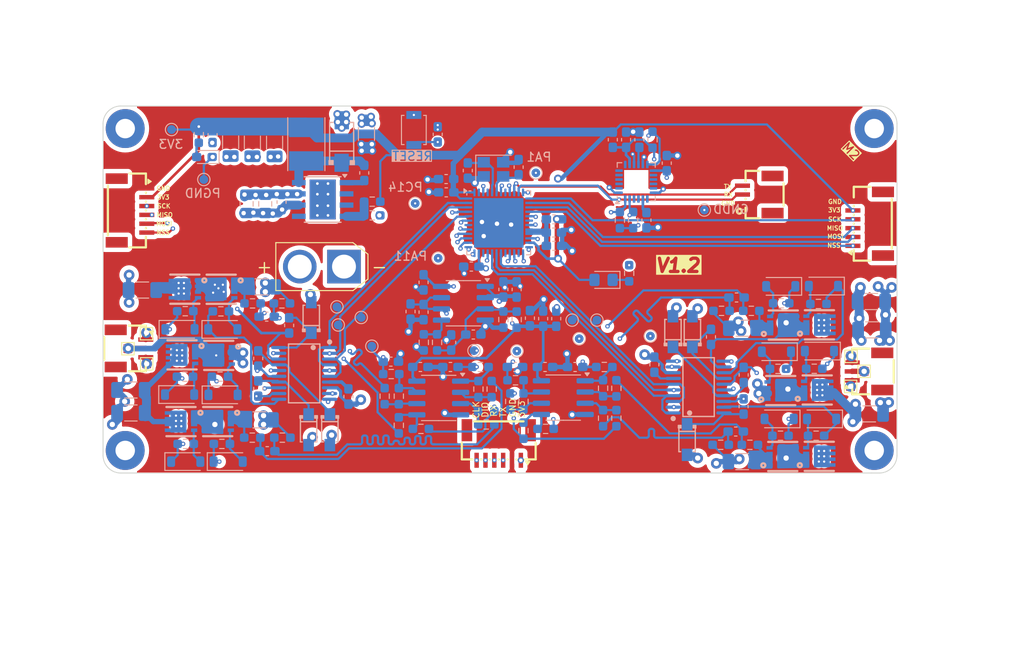
<source format=kicad_pcb>
(kicad_pcb (version 20240108) (generator "pcbnew") (generator_version "8.0")
  (layers (0 "F.Cu" signal) (1 "In1.Cu" signal) (2 "In2.Cu" signal) (31 "B.Cu" signal) (34 "B.Paste" user) (35 "F.Paste" user) (36 "B.SilkS" user "B.Silkscreen") (37 "F.SilkS" user "F.Silkscreen") (38 "B.Mask" user) (39 "F.Mask" user) (44 "Edge.Cuts" user))
  (net 0 "")
  (net 1 "GNDPWR")
  (net 2 "GNDD")
  (net 3 "+3V3")
  (net 4 "+BATT")
  (net 5 "/YI")
  (net 6 "/YO")
  (net 7 "Net-(D9-A)")
  (net 8 "/SWDIO")
  (net 9 "/USART3_TX")
  (net 10 "/SWCLK")
  (net 11 "/USART3_RX")
  (net 12 "Net-(Q1-S-Pad1)")
  (net 13 "/MPU_INT")
  (net 14 "/TIM1_CH2")
  (net 15 "/TIM1_CH1")
  (net 16 "/TIM1_CH3")
  (net 17 "/TIM8_CH3")
  (net 18 "/TIM8_CH1")
  (net 19 "/SPI1_MISO")
  (net 20 "/TIM8_CH2")
  (net 21 "/SPI1_MOSI")
  (net 22 "/SPI1_SCK")
  (net 23 "Net-(Q8-S-Pad1)")
  (net 24 "Net-(U1-VCC)")
  (net 25 "/NSS1")
  (net 26 "/NSS2")
  (net 27 "/ADC1_IN11")
  (net 28 "/ADC1_IN5")
  (net 29 "Net-(U4-VDD)")
  (net 30 "Net-(U4-REGOUT)")
  (net 31 "Net-(U4-CPOUT)")
  (net 45 "/inverter/2VS1")
  (net 46 "Net-(D2-K)")
  (net 47 "/inverter/2VS2")
  (net 48 "Net-(D3-K)")
  (net 49 "Net-(D4-K)")
  (net 50 "/inverter/2VS3")
  (net 51 "/inverter/1VS1")
  (net 52 "Net-(D7-K)")
  (net 53 "Net-(D10-K)")
  (net 54 "/inverter/1VS2")
  (net 55 "Net-(D11-K)")
  (net 56 "/inverter/1VS3")
  (net 57 "Net-(U2-VCC)")
  (net 62 "/inverter/1HO1")
  (net 63 "Net-(D5-A)")
  (net 64 "/inverter/1LO1")
  (net 65 "Net-(D6-A)")
  (net 66 "/inverter/1HO2")
  (net 67 "/inverter/1LO2")
  (net 68 "/inverter/1HO3")
  (net 69 "/inverter/1LO3")
  (net 70 "Net-(D16-A)")
  (net 71 "/inverter/2HO1")
  (net 72 "Net-(D17-A)")
  (net 73 "Net-(D18-A)")
  (net 74 "/inverter/2HO2")
  (net 75 "Net-(D19-A)")
  (net 76 "Net-(D20-A)")
  (net 77 "/inverter/2HO3")
  (net 78 "Net-(D21-A)")
  (net 79 "/inverter/2LO3")
  (net 80 "/inverter/2LO2")
  (net 81 "/inverter/2LO1")
  (net 84 "VDDA")
  (net 88 "/USART2_TX")
  (net 89 "/USART2_RX")
  (net 90 "/I2C1_SCL")
  (net 92 "/ADC2_IN12")
  (net 93 "/SPI3_MOSI")
  (net 95 "/SPI3_MISO")
  (net 96 "/RESET")
  (net 97 "Net-(D22-A)")
  (net 98 "Net-(D23-A)")
  (net 99 "Net-(D24-A)")
  (net 100 "/OP_VCC")
  (net 102 "/INA1+")
  (net 103 "/ADC2_IN15")
  (net 104 "Net-(Q12-S-Pad1)")
  (net 105 "Net-(Q16-S-Pad1)")
  (net 106 "/1CS1-")
  (net 107 "/1CS1+")
  (net 108 "/1CS2+")
  (net 109 "/1CS2-")
  (net 110 "/2CS1-")
  (net 111 "/2CS1+")
  (net 112 "/2CS2-")
  (net 113 "/2CS2+")
  (net 114 "/I2C1_SDA")
  (net 115 "/SPI3_SCK")
  (net 116 "/VREF_OP2")
  (net 117 "/VREF_OP1")
  (net 118 "Net-(U6A--)")
  (net 119 "Net-(U7A--)")
  (net 120 "Net-(U6A-+)")
  (net 121 "Net-(U7A-+)")
  (net 122 "Net-(R34-Pad2)")
  (net 123 "Net-(R36-Pad2)")
  (net 124 "/INA2+")
  (net 125 "Net-(U6B--)")
  (net 126 "Net-(U7B--)")
  (net 127 "Net-(U6B-+)")
  (net 128 "Net-(U7B-+)")
  (net 129 "Net-(R48-Pad2)")
  (net 130 "Net-(R51-Pad2)")
  (net 131 "Net-(D1-K)")
  (net 132 "Net-(U3-BOOT)")
  (net 133 "Net-(D8-A)")
  (net 134 "Net-(U3-VSENSE)")
  (net 138 "Net-(U5-PA11)")
  (net 139 "Net-(U5-PC14)")
  (net 140 "Net-(U5-PA1)")
  (net 141 "Net-(D12-K)")
  (net 142 "/LED")
  (footprint "balancerDriver:CONN-SMD_6P-P1.00_MEGASTAR_ZX-SH1.0-6PWT" (layer "F.Cu") (at 77.2 69.05 180)
    (property "Reference" "J2" (hide yes))
    (property "Value" "Conn_01x06")
  )
  (footprint "TestPoint:TestPoint_Pad_1.0x1.0mm" (layer "F.Cu") (at 37.3865 59.8435)
    (property "Reference" "TP1" (hide yes))
    (property "Value" "TestPoint")
  )
  (footprint "balancerDriver:CONN-SMD_3P-P1.00_BX-SH1.0-3PWT" (layer "F.Cu") (at 118.8715 60.7035 90)
    (property "Reference" "CN2" (hide yes))
    (property "Value" "MR30PW-F")
  )
  (footprint "TestPoint:TestPoint_Pad_1.0x1.0mm" (layer "F.Cu") (at 37.3665 56.4335)
    (property "Reference" "TP3" (hide yes))
    (property "Value" "TestPoint")
  )
  (footprint "" (layer "F.Cu") (at 34.96 33.24)
    (property "Reference" "")
    (property "Value" "")
  )
  (footprint "" (layer "F.Cu") (at 119.66 33.24)
    (property "Reference" "")
    (property "Value" "")
  )
  (footprint "TestPoint:TestPoint_Pad_1.0x1.0mm" (layer "F.Cu") (at 118.52 60.69)
    (property "Reference" "TP5" (hide yes))
    (property "Value" "TestPoint")
  )
  (footprint "TestPoint:TestPoint_Pad_1.0x1.0mm" (layer "F.Cu") (at 35.2665 58.1335)
    (property "Reference" "TP2" (hide yes))
    (property "Value" "TestPoint")
  )
  (footprint "balancerDriver:CONN-SMD_6P-P1.00_MEGASTAR_ZX-SH1.0-6PWT" (layer "F.Cu") (at 118.95 44 90)
    (property "Reference" "J3" (hide yes))
    (property "Value" "Conn_01x06")
  )
  (footprint "balancerDriver:CONN-SMD_6P-P1.00_MEGASTAR_ZX-SH1.0-6PWT" (layer "F.Cu") (at 35.7 42.5 -90)
    (property "Reference" "J5" (hide yes))
    (property "Value" "Conn_01x06")
  )
  (footprint "Connector_AMASS:AMASS_XT30U-M_1x02_P5.0mm_Vertical" (layer "F.Cu") (at 59.7 48.85 180)
    (property "Reference" "J1" (hide yes))
    (property "Value" "Conn_01x02")
  )
  (footprint "TestPoint:TestPoint_Pad_1.0x1.0mm" (layer "F.Cu") (at 117.04 59)
    (property "Reference" "TP4" (hide yes))
    (property "Value" "TestPoint")
  )
  (footprint "balancerDriver:CONN-SMD_3P-P1.00_BX-SH1.0-3PWT" (layer "F.Cu") (at 35.585 58.1 -90)
    (property "Reference" "CN1" (hide yes))
    (property "Value" "MR30PW-F")
  )
  (footprint "" (layer "F.Cu") (at 119.66 69.64)
    (property "Reference" "")
    (property "Value" "")
  )
  (footprint "TestPoint:TestPoint_Pad_1.0x1.0mm" (layer "F.Cu") (at 116.99 62.4)
    (property "Reference" "TP6" (hide yes))
    (property "Value" "TestPoint")
  )
  (footprint "" (layer "F.Cu") (at 34.96 69.64)
    (property "Reference" "")
    (property "Value" "")
  )
  (footprint "balancerDriver:CONN-SMD_3P-P1.00_WAFER-SH1.0-3PWB" (layer "F.Cu") (at 106.4635 40.7 90)
    (property "Reference" "J4" (hide yes))
    (property "Value" "Conn_01x03")
  )
  (footprint "Resistor_SMD:R_0603_1608Metric_Pad0.98x0.95mm_HandSolder" (layer "B.Cu") (at 90.5 62.6125 90)
    (property "Reference" "R20" (hide yes))
    (property "Value" "1k")
  )
  (footprint "Resistor_SMD:R_0603_1608Metric_Pad0.98x0.95mm_HandSolder" (layer "B.Cu") (at 62.891 43.054)
    (property "Reference" "R2" (hide yes))
    (property "Value" "5.9k")
  )
  (footprint "Resistor_SMD:R_0603_1608Metric_Pad0.98x0.95mm_HandSolder" (layer "B.Cu") (at 52.73 68.19 180)
    (property "Reference" "R23" (hide yes))
    (property "Value" "100R")
  )
  (footprint "Resistor_SMD:R_0603_1608Metric_Pad0.98x0.95mm_HandSolder" (layer "B.Cu") (at 43.281 33.929 -90)
    (property "Reference" "R3" (hide yes))
    (property "Value" "4.7k")
  )
  (footprint "Capacitor_SMD:C_1206_3216Metric_Pad1.33x1.80mm_HandSolder" (layer "B.Cu") (at 49.341 34.804 90)
    (property "Reference" "C6" (hide yes))
    (property "Value" "47u")
  )
  (footprint "balancerDriver:SOD-123FL_L2.7-W1.8-LS3.8-RD" (layer "B.Cu") (at 98.5 68.4 -90)
    (property "Reference" "D2" (hide yes))
    (property "Value" "D")
  )
  (footprint "Capacitor_SMD:C_0603_1608Metric_Pad1.08x0.95mm_HandSolder" (layer "B.Cu") (at 74.1 48.85 180)
    (property "Reference" "C18" (hide yes))
    (property "Value" "100n")
  )
  (footprint "Resistor_SMD:R_0603_1608Metric_Pad0.98x0.95mm_HandSolder" (layer "B.Cu") (at 91.95 49.6 -90)
    (property "Reference" "R53" (hide yes))
    (property "Value" "4.7k")
  )
  (footprint "Resistor_SMD:R_0603_1608Metric_Pad0.98x0.95mm_HandSolder" (layer "B.Cu") (at 41.8025 68.9)
    (property "Reference" "R8" (hide yes))
    (property "Value" "10R")
  )
  (footprint "balancerDriver:POWERTDFN-8_L3.1-W3.1-P0.65-LS3.3-BL" (layer "B.Cu") (at 113.4675 55.429476 90)
    (property "Reference" "Q11" (hide yes))
    (property "Value" "EMB09N03V")
  )
  (footprint "Resistor_SMD:R_0603_1608Metric_Pad0.98x0.95mm_HandSolder" (layer "B.Cu") (at 113.3525 53.071476 180)
    (property "Reference" "R17" (hide yes))
    (property "Value" "10R")
  )
  (footprint "Capacitor_SMD:C_0603_1608Metric_Pad1.08x0.95mm_HandSolder" (layer "B.Cu") (at 74.325 56.53 180)
    (property "Reference" "C38" (hide yes))
    (property "Value" "4.7u")
  )
  (footprint "Capacitor_SMD:C_0603_1608Metric_Pad1.08x0.95mm_HandSolder" (layer "B.Cu") (at 61.991 38.254 90)
    (property "Reference" "C4" (hide yes))
    (property "Value" "10n")
  )
  (footprint "Capacitor_SMD:C_0603_1608Metric_Pad1.08x0.95mm_HandSolder" (layer "B.Cu") (at 79.0375 60.2 180)
    (property "Reference" "C41" (hide yes))
    (property "Value" "2.2n")
  )
  (footprint "balancerDriver:POWERTDFN-8_L3.1-W3.1-P0.65-LS3.3-BL" (layer "B.Cu") (at 113.215 62.8 90)
    (property "Reference" "Q9" (hide yes))
    (property "Value" "EMB09N03V")
  )
  (footprint "Capacitor_SMD:C_0603_1608Metric_Pad1.08x0.95mm_HandSolder" (layer "B.Cu") (at 53.5 55.5 -90)
    (property "Reference" "C29" (hide yes))
    (property "Value" "100n")
  )
  (footprint "balancerDriver:POWERTDFN-8_L3.1-W3.1-P0.65-LS3.3-BL" (layer "B.Cu") (at 109.3175 70.321476 90)
    (property "Reference" "Q8" (hide yes))
    (property "Value" "EMB09N03V")
  )
  (footprint "Resistor_SMD:R_0603_1608Metric_Pad0.98x0.95mm_HandSolder" (layer "B.Cu") (at 41.72 61.3)
    (property "Reference" "R4" (hide yes))
    (property "Value" "10R")
  )
  (footprint "balancerDriver:POWERTDFN-8_L3.1-W3.1-P0.65-LS3.3-BL" (layer "B.Cu") (at 41.2685 66.375 -90)
    (property "Reference" "Q13" (hide yes))
    (property "Value" "EMB09N03V")
  )
  (footprint "Resistor_SMD:R_0603_1608Metric_Pad0.98x0.95mm_HandSolder" (layer "B.Cu") (at 45.78 53.91)
    (property "Reference" "R19" (hide yes))
    (property "Value" "10R")
  )
  (footprint "Diode_SMD:D_SOD-123" (layer "B.Cu") (at 46.0225 63.35)
    (property "Reference" "D22" (hide yes))
    (property "Value" "1N4148W")
  )
  (footprint "Capacitor_SMD:C_0603_1608Metric_Pad1.08x0.95mm_HandSolder" (layer "B.Cu") (at 79.45 37.6 90)
    (property "Reference" "C68" (hide yes))
    (property "Value" "12p")
  )
  (footprint "Capacitor_SMD:C_0603_1608Metric_Pad1.08x0.95mm_HandSolder" (layer "B.Cu") (at 50.96 54.51 180)
    (property "Reference" "C35" (hide yes))
    (property "Value" "1n")
  )
  (footprint "Capacitor_SMD:C_0805_2012Metric_Pad1.18x1.45mm_HandSolder" (layer "B.Cu") (at 48.691 41.754 90)
    (property "Reference" "C2" (hide yes))
    (property "Value" "22u")
  )
  (footprint "Diode_SMD:D_SOD-123" (layer "B.Cu") (at 108.6 58.471476 180)
    (property "Reference" "D19" (hide yes))
    (property "Value" "1N4148W")
  )
  (footprint "Capacitor_SMD:C_0603_1608Metric_Pad1.08x0.95mm_HandSolder" (layer "B.Cu") (at 50 59.2375 -90)
    (property "Reference" "C30" (hide yes))
    (property "Value" "100n")
  )
  (footprint "Capacitor_SMD:C_0603_1608Metric_Pad1.08x0.95mm_HandSolder" (layer "B.Cu") (at 77.725 51.435 -90)
    (property "Reference" "C48" (hide yes))
    (property "Value" "100n")
  )
  (footprint "Resistor_SMD:R_0603_1608Metric_Pad0.98x0.95mm_HandSolder" (layer "B.Cu") (at 89 65.9875 -90)
    (property "Reference" "R30" (hide yes))
    (property "Value" "1k")
  )
  (footprint "Resistor_SMD:R_0603_1608Metric_Pad0.98x0.95mm_HandSolder" (layer "B.Cu") (at 75.1375 60.2 180)
    (property "Reference" "R37" (hide yes))
    (property "Value" "100R")
  )
  (footprint "Capacitor_SMD:C_0603_1608Metric_Pad1.08x0.95mm_HandSolder" (layer "B.Cu") (at 44.841 33.954 90)
    (property "Reference" "C50" (hide yes))
    (property "Value" "100n")
  )
  (footprint "balancerDriver:POWERTDFN-8_L3.1-W3.1-P0.65-LS3.3-BL" (layer "B.Cu") (at 45.535 58.89 -90)
    (property "Reference" "Q14" (hide yes))
    (property "Value" "EMB09N03V")
  )
  (footprint "Capacitor_SMD:C_0603_1608Metric_Pad1.08x0.95mm_HandSolder" (layer "B.Cu") (at 65 59.6 180)
    (property "Reference" "C42" (hide yes))
    (property "Value" "2.2n")
  )
  (footprint "Package_SO:SOIC-8_3.9x4.9mm_P1.27mm" (layer "B.Cu") (at 84.5 63.665 180)
    (property "Reference" "U6" (hide yes))
    (property "Value" "TLV9062xD")
  )
  (footprint "Resistor_SMD:R_0603_1608Metric_Pad0.98x0.95mm_HandSolder" (layer "B.Cu") (at 80 67.4 -90)
    (property "Reference" "R45" (hide yes))
    (property "Value" "10k")
  )
  (footprint "Capacitor_SMD:C_1206_3216Metric_Pad1.33x1.80mm_HandSolder" (layer "B.Cu") (at 119.1 65.5 180)
    (property "Reference" "C33" (hide yes))
    (property "Value" "47u")
  )
  (footprint "balancerDriver:POWERTDFN-8_L3.1-W3.1-P0.65-LS3.3-BL" (layer "B.Cu") (at 41.705 51.400714 -90)
    (property "Reference" "Q15" (hide yes))
    (property "Value" "EMB09N03V")
  )
  (footprint "balancerDriver:POWERTDFN-8_L3.1-W3.1-P0.65-LS3.3-BL" (layer "B.Cu") (at 45.4175 66.375 -90)
    (property "Reference" "Q1" (hide yes))
    (property "Value" "EMB09N03V")
  )
  (footprint "Capacitor_SMD:C_0603_1608Metric_Pad1.08x0.95mm_HandSolder" (layer "B.Cu") (at 71.7375 60.2)
    (property "Reference" "C27" (hide yes))
    (property "Value" "2.2n")
  )
  (footprint "Package_SO:SOIC-8_3.9x4.9mm_P1.27mm" (layer "B.Cu") (at 70.4125 63.705 180)
    (property "Reference" "U7" (hide yes))
    (property "Value" "TLV9062xD")
  )
  (footprint "Capacitor_SMD:C_1206_3216Metric_Pad1.33x1.80mm_HandSolder" (layer "B.Cu") (at 35.6 65.4)
    (property "Reference" "C51" (hide yes))
    (property "Value" "47u")
  )
  (footprint "Resistor_SMD:R_0603_1608Metric_Pad0.98x0.95mm_HandSolder" (layer "B.Cu") (at 76.4 62.7 90)
    (property "Reference" "R21" (hide yes))
    (property "Value" "1k")
  )
  (footprint "Resistor_SMD:R_0603_1608Metric_Pad0.98x0.95mm_HandSolder" (layer "B.Cu") (at 49.33 68.19)
    (property "Reference" "R22" (hide yes))
    (property "Value" "100R")
  )
  (footprint "Capacitor_SMD:C_0603_1608Metric_Pad1.08x0.95mm_HandSolder" (layer "B.Cu") (at 93.1 34.5 90)
    (property "Reference" "C23" (hide yes))
    (property "Value" "100n")
  )
  (footprint "Resistor_SMD:R_1206_3216Metric_Pad1.30x1.75mm_HandSolder" (layer "B.Cu") (at 104.7215 70.9)
    (property "Reference" "R11" (hide yes))
    (property "Value" "10mR")
  )
  (footprint "LED_SMD:LED_0603_1608Metric_Pad1.05x0.95mm_HandSolder" (layer "B.Cu") (at 43.916 36.454 180)
    (property "Reference" "D8" (hide yes))
    (property "Value" "LED")
  )
  (footprint "TestPoint:TestPoint_Pad_D1.0mm" (layer "B.Cu") (at 81.4 38.25 180)
    (property "Reference" "TP10" (hide yes))
    (property "Value" "TestPoint")
  )
  (footprint "Resistor_SMD:R_0603_1608Metric_Pad0.98x0.95mm_HandSolder" (layer "B.Cu") (at 82.5 67.2)
    (property "Reference" "R44" (hide yes))
    (property "Value" "1k")
  )
  (footprint "Capacitor_SMD:C_0603_1608Metric_Pad1.08x0.95mm_HandSolder" (layer "B.Cu") (at 80.725 54.68 -90)
    (property "Reference" "C10" (hide yes))
    (property "Value" "100n")
  )
  (footprint "Resistor_SMD:R_0603_1608Metric_Pad0.98x0.95mm_HandSolder" (layer "B.Cu") (at 79.1 61.7 180)
    (property "Reference" "R50" (hide yes))
    (property "Value" "100R")
  )
  (footprint "Resistor_SMD:R_0603_1608Metric_Pad0.98x0.95mm_HandSolder" (layer "B.Cu") (at 102.3925 53.851476)
    (property "Reference" "R29" (hide yes))
    (property "Value" "100R")
  )
  (footprint "Resistor_SMD:R_0603_1608Metric_Pad0.98x0.95mm_HandSolder" (layer "B.Cu") (at 68.725 57.4175 90)
    (property "Reference" "R41" (hide yes))
    (property "Value" "1k")
  )
  (footprint "Capacitor_SMD:C_1206_3216Metric_Pad1.33x1.80mm_HandSolder" (layer "B.Cu") (at 119.3375 52.8 180)
    (property "Reference" "C12" (hide yes))
    (property "Value" "47u")
  )
  (footprint "TestPoint:TestPoint_Pad_D1.0mm" (layer "B.Cu") (at 58.9 53.4 180)
    (property "Reference" "TP14" (hide yes))
    (property "Value" "TestPoint")
  )
  (footprint "Resistor_SMD:R_0603_1608Metric_Pad0.98x0.95mm_HandSolder" (layer "B.Cu") (at 49.36 53.01)
    (property "Reference" "R24" (hide yes))
    (property "Value" "100R")
  )
  (footprint "Capacitor_SMD:C_1206_3216Metric_Pad1.33x1.80mm_HandSolder" (layer "B.Cu") (at 119.4 56 180)
    (property "Reference" "C14" (hide yes))
    (property "Value" "47u")
  )
  (footprint "Resistor_SMD:R_0603_1608Metric_Pad0.98x0.95mm_HandSolder" (layer "B.Cu") (at 45.89 68.9)
    (property "Reference" "R7" (hide yes))
    (property "Value" "10R")
  )
  (footprint "balancerDriver:SMA_L4.3-W2.6-LS5.0-RD" (layer "B.Cu") (at 59.441 34.704 90)
    (property "Reference" "D1" (hide yes))
    (property "Value" "1N5712UR")
  )
  (footprint "Resistor_SMD:R_1206_3216Metric_Pad1.30x1.75mm_HandSolder" (layer "B.Cu") (at 62.241 33.854 -90)
    (property "Reference" "FB2" (hide yes))
    (property "Value" "FerriteBead")
  )
  (footprint "TestPoint:TestPoint_Pad_D1.0mm" (layer "B.Cu") (at 62.85 57.85 180)
    (property "Reference" "TP8" (hide yes))
    (property "Value" "TestPoint")
  )
  (footprint "Resistor_SMD:R_0603_1608Metric_Pad0.98x0.95mm_HandSolder" (layer "B.Cu") (at 45.68 61.29)
    (property "Reference" "R5" (hide yes))
    (property "Value" "10R")
  )
  (footprint "Capacitor_SMD:C_0603_1608Metric_Pad1.08x0.95mm_HandSolder" (layer "B.Cu") (at 104.8925 64.670476 90)
    (property "Reference" "C16" (hide yes))
    (property "Value" "100n")
  )
  (footprint "balancerDriver:POWERTDFN-8_L3.1-W3.1-P0.65-LS3.3-BL" (layer "B.Cu") (at 113.4465 70.306476 90)
    (property "Reference" "Q7" (hide yes))
    (property "Value" "EMB09N03V")
  )
  (footprint "TestPoint:TestPoint_Pad_D1.0mm" (layer "B.Cu") (at 94.35 56.7 180)
    (property "Reference" "TP12" (hide yes))
    (property "Value" "TestPoint")
  )
  (footprint "Capacitor_SMD:C_1206_3216Metric_Pad1.33x1.80mm_HandSolder" (layer "B.Cu") (at 35.6 62.8)
    (property "Reference" "C34" (hide yes))
    (property "Value" "47u")
  )
  (footprint "Capacitor_SMD:C_0603_1608Metric_Pad1.08x0.95mm_HandSolder" (layer "B.Cu") (at 71.2625 40.45 180)
    (property "Reference" "C19" (hide yes))
    (property "Value" "100n")
  )
  (footprint "TestPoint:TestPoint_Pad_D1.0mm" (layer "B.Cu") (at 70.35 47.9 180)
    (property "Reference" "TP7" (hide yes))
    (property "Value" "TestPoint")
  )
  (footprint "balancerDriver:POWERTDFN-8_L3.1-W3.1-P0.65-LS3.3-BL" (layer "B.Cu") (at 109.3775 55.456476 90)
    (property "Reference" "Q12" (hide yes))
    (property "Value" "EMB09N03V")
  )
  (footprint "Package_SO:SOIC-8_3.9x4.9mm_P1.27mm" (layer "B.Cu") (at 73.2 52.995 180)
    (property "Reference" "U8" (hide yes))
    (property "Value" "TLV9062xD")
  )
  (footprint "Resistor_SMD:R_0603_1608Metric_Pad0.98x0.95mm_HandSolder" (layer "B.Cu") (at 79.225 54.8475 -90)
    (property "Reference" "R38" (hide yes))
    (property "Value" "1k")
  )
  (footprint "Resistor_SMD:R_0603_1608Metric_Pad0.98x0.95mm_HandSolder" (layer "B.Cu") (at 109.14 52.991476 180)
    (property "Reference" "R18" (hide yes))
    (property "Value" "10R")
  )
  (footprint "Capacitor_SMD:C_0603_1608Metric_Pad1.08x0.95mm_HandSolder" (layer "B.Cu") (at 101.2 56.8 -90)
    (property "Reference" "C26" (hide yes))
    (property "Value" "100n")
  )
  (footprint "LED_SMD:LED_0805_2012Metric_Pad1.15x1.40mm_HandSolder" (layer "B.Cu") (at 89.05 50.35 180)
    (property "Reference" "D12" (hide yes))
    (property "Value" "LED")
  )
  (footprint "Sensor_Motion:InvenSense_QFN-24_4x4mm_P0.5mm" (layer "B.Cu") (at 92.75 39.25)
    (property "Reference" "U4" (hide yes))
    (property "Value" "MPU-6050")
  )
  (footprint "Capacitor_SMD:C_0603_1608Metric_Pad1.08x0.95mm_HandSolder" (layer "B.Cu") (at 68.3375 60.2 180)
    (property "Reference" "C46" (hide yes))
    (property "Value" "100n")
  )
  (footprint "TestPoint:TestPoint_Pad_D1.0mm" (layer "B.Cu") (at 43.85 39 180)
    (property "Reference" "TP21" (hide yes))
    (property "Value" "TestPoint")
  )
  (footprint "Resistor_SMD:R_0603_1608Metric_Pad0.98x0.95mm_HandSolder" (layer "B.Cu") (at 105.6 69 180)
    (property "Reference" "R26" (hide yes))
    (property "Value" "100R")
  )
  (footprint "Resistor_SMD:R_0603_1608Metric_Pad0.98x0.95mm_HandSolder" (layer "B.Cu") (at 80 64.1 90)
    (property "Reference" "R48" (hide yes))
    (property "Value" "10k")
  )
  (footprint "Capacitor_SMD:C_0603_1608Metric_Pad1.08x0.95mm_HandSolder" (layer "B.Cu") (at 82.4375 60.2 180)
    (property "Reference" "C45" (hide yes))
    (property "Value" "100n")
  )
  (footprint "Resistor_SMD:R_0603_1608Metric_Pad0.98x0.95mm_HandSolder" (layer "B.Cu") (at 90.5 65.9875 -90)
    (property "Reference" "R31" (hide yes))
    (property "Value" "10k")
  )
  (footprint "Resistor_SMD:R_0603_1608Metric_Pad0.98x0.95mm_HandSolder" (layer "B.Cu") (at 109.0615 67.971476 180)
    (property "Reference" "R14" (hide yes))
    (property "Value" "10R")
  )
  (footprint "TestPoint:TestPoint_Pad_D1.0mm" (layer "B.Cu") (at 40.2 33.35 180)
    (property "Reference" "TP20" (hide yes))
    (property "Value" "TestPoint")
  )
  (footprint "TestPoint:TestPoint_Pad_D1.0mm" (layer "B.Cu") (at 86.3 57 180)
    (property "Reference" "TP18" (hide yes))
    (property "Value" "TestPoint")
  )
  (footprint "Capacitor_SMD:C_1206_3216Metric_Pad1.33x1.80mm_HandSolder" (layer "B.Cu") (at 36.9 51.5)
    (property "Reference" "C49" (hide yes))
    (property "Value" "47u")
  )
  (footprint "Capacitor_SMD:C_0603_1608Metric_Pad1.08x0.95mm_HandSolder" (layer "B.Cu") (at 68.7 53.995 90)
    (property "Reference" "C47" (hide yes))
    (property "Value" "100n")
  )
  (footprint "balancerDriver:SOD-123FL_L2.7-W1.8-LS3.8-RD" (layer "B.Cu") (at 56 54.6 90)
    (property "Reference" "D7" (hide yes))
    (property "Value" "D")
  )
  (footprint "Resistor_SMD:R_0603_1608Metric_Pad0.98x0.95mm_HandSolder" (layer "B.Cu") (at 77.725 54.835 90)
    (property "Reference" "R39" (hide yes))
    (property "Value" "1k")
  )
  (footprint "Capacitor_SMD:C_1206_3216Metric_Pad1.33x1.80mm_HandSolder" (layer "B.Cu") (at 46.881 34.784 90)
    (property "Reference" "C7" (hide yes))
    (property "Value" "47u")
  )
  (footprint "Capacitor_SMD:C_0603_1608Metric_Pad1.08x0.95mm_HandSolder" (layer "B.Cu") (at 79.225 51.435 -90)
    (property "Reference" "C44" (hide yes))
    (property "Value" "4.7u")
  )
  (footprint "Package_DFN_QFN:QFN-48-1EP_7x7mm_P0.5mm_EP5.6x5.6mm" (layer "B.Cu") (at 77.2 43.9 -90)
    (property "Reference" "U5" (hide yes))
    (property "Value" "STM32G431CBUx")
  )
  (footprint "balancerDriver:SOD-123FL_L2.7-W1.8-LS3.8-RD" (layer "B.Cu") (at 96.9 56.2 90)
    (property "Reference" "D3" (hide yes))
    (property "Value" "D")
  )
  (footprint "Resistor_SMD:R_1206_3216Metric_Pad1.30x1.75mm_HandSolder" (layer "B.Cu") (at 50.13 66.18 180)
    (property "Reference" "R9" (hide yes))
    (property "Value" "10mR")
  )
  (footprint "Capacitor_SMD:C_0603_1608Metric_Pad1.08x0.95mm_HandSolder" (layer "B.Cu") (at 83.4375 45)
    (property "Reference" "C17" (hide yes))
    (property "Value" "100n")
  )
  (footprint "Diode_SMD:D_SOD-123" (layer "B.Cu") (at 113.92 51.051476 180)
    (property "Reference" "D20" (hide yes))
    (property "Value" "1N4148W")
  )
  (footprint "Capacitor_SMD:C_0603_1608Metric_Pad1.08x0.95mm_HandSolder" (layer "B.Cu") (at 71.25 38.95 180)
    (property "Reference" "C20" (hide yes))
    (property "Value" "100n")
  )
  (footprint "Resistor_SMD:R_0603_1608Metric_Pad0.98x0.95mm_HandSolder" (layer "B.Cu") (at 65.9 63.5 90)
    (property "Reference" "R51" (hide yes))
    (property "Value" "10k")
  )
  (footprint "balancerDriver:POWERTDFN-8_L3.1-W3.1-P0.65-LS3.3-BL" (layer "B.Cu") (at 45.814 51.41 -90)
    (property "Reference" "Q16" (hide yes))
    (property "Value" "EMB09N03V")
  )
  (footprint "Capacitor_SMD:C_0603_1608Metric_Pad1.08x0.95mm_HandSolder" (layer "B.Cu") (at 93.9 43.6 -90)
    (property "Reference" "C24" (hide yes))
    (property "Value" "2.2n")
  )
  (footprint "TestPoint:TestPoint_Pad_D1.0mm" (layer "B.Cu") (at 79.25 58.4 180)
    (property "Reference" "TP19" (hide yes))
    (property "Value" "TestPoint")
  )
  (footprint "Inductor_SMD:L_Taiyo-Yuden_NR-40xx_HandSoldering" (layer "B.Cu") (at 55.441 35.004 90)
    (property "Reference" "L1" (hide yes))
    (property "Value" "10u")
  )
  (footprint "Capacitor_SMD:C_0603_1608Metric_Pad1.08x0.95mm_HandSolder" (layer "B.Cu") (at 91.6 34.5 90)
    (property "Reference" "C22" (hide yes))
    (property "Value" "100n")
  )
  (footprint "Resistor_SMD:R_0603_1608Metric_Pad0.98x0.95mm_HandSolder" (layer "B.Cu") (at 75.7875 66.7)
    (property "Reference" "R32" (hide yes))
    (property "Value" "1k")
  )
  (footprint "Resistor_SMD:R_0603_1608Metric_Pad0.98x0.95mm_HandSolder" (layer "B.Cu") (at 75.7875 65.2)
    (property "Reference" "R33" (hide yes))
    (property "Value" "10k")
  )
  (footprint "Capacitor_SMD:C_0603_1608Metric_Pad1.08x0.95mm_HandSolder" (layer "B.Cu") (at 73.7 37.99 -90)
    (property "Reference" "C67" (hide yes))
    (property "Value" "12p")
  )
  (footprint "Button_Switch_SMD:SW_SPST_B3U-1000P" (layer "B.Cu") (at 67.6 33.4 90)
    (property "Reference" "SW1" (hide yes))
    (property "Value" "SW_Push")
  )
  (footprint "TestPoint:TestPoint_Pad_D1.0mm" (layer "B.Cu") (at 59.05 55.45 180)
    (property "Reference" "TP15" (hide yes))
    (property "Value" "TestPoint")
  )
  (footprint "Diode_SMD:D_SOD-123" (layer "B.Cu") (at 108.909 66.071476 180)
    (property "Reference" "D17" (hide yes))
    (property "Value" "1N4148W")
  )
  (footprint "balancerDriver:eg2133" (layer "B.Cu") (at 99.8 62.4715 90)
    (property "Reference" "U1" (hide yes))
    (property "Value" "EG2133")
  )
  (footprint "Capacitor_SMD:C_0603_1608Metric_Pad1.08x0.95mm_HandSolder" (layer "B.Cu") (at 85.8375 60.2)
    (property "Reference" "C11" (hide yes))
    (property "Value" "2.2n")
  )
  (footprint "Capacitor_SMD:C_0805_2012Metric_Pad1.18x1.45mm_HandSolder" (layer "B.Cu") (at 50.791 41.754 90)
    (property "Reference" "C1" (hide yes))
    (property "Value" "22u")
  )
  (footprint "balancerDriver:SOD-123FL_L2.7-W1.8-LS3.8-RD" (layer "B.Cu") (at 58.1 67.3 -90)
    (property "Reference" "D10" (hide yes))
    (property "Value" "D")
  )
  (footprint "Resistor_SMD:R_0603_1608Metric_Pad0.98x0.95mm_HandSolder" (layer "B.Cu") (at 41.75 53.89)
    (property "Reference" "R6" (hide yes))
    (property "Value" "10R")
  )
  (footprint "Resistor_SMD:R_0603_1608Metric_Pad0.98x0.95mm_HandSolder" (layer "B.Cu") (at 68.4 67.2)
    (property "Reference" "R47" (hide yes))
    (property "Value" "10k")
  )
  (footprint "Capacitor_SMD:C_0603_1608Metric_Pad1.08x0.95mm_HandSolder" (layer "B.Cu") (at 83.45 43.5 180)
    (property "Reference" "FB4" (hide yes))
    (property "Value" "FerriteBead")
  )
  (footprint "Resistor_SMD:R_0603_1608Metric_Pad0.98x0.95mm_HandSolder" (layer "B.Cu") (at 62.891 41.504 180)
    (property "Reference" "R1" (hide yes))
    (property "Value" "10k")
  )
  (footprint "Resistor_SMD:R_1206_3216Metric_Pad1.30x1.75mm_HandSolder" (layer "B.Cu") (at 50.37 51.14 180)
    (property "Reference" "R10" (hide yes))
    (property "Value" "10mR")
  )
  (footprint "Capacitor_SMD:C_0603_1608Metric_Pad1.08x0.95mm_HandSolder" (layer "B.Cu") (at 82.225 54.735 -90)
    (property "Reference" "C9" (hide yes))
    (property "Value" "4.7u")
  )
  (footprint "TestPoint:TestPoint_Pad_D1.0mm" (layer "B.Cu") (at 88.3 54.9 180)
    (property "Reference" "TP13" (hide yes))
    (property "Value" "TestPoint")
  )
  (footprint "Capacitor_SMD:C_0603_1608Metric_Pad1.08x0.95mm_HandSolder" (layer "B.Cu") (at 94.8 59.9375 90)
    (property "Reference" "C15" (hide yes))
    (property "Value" "1u")
  )
  (footprint "Diode_SMD:D_SOD-123" (layer "B.Cu") (at 113.7115 66.071476 180)
    (property "Reference" "D16" (hide yes))
    (property "Value" "1N4148W")
  )
  (footprint "Crystal:Crystal_SMD_SeikoEpson_FA238-4Pin_3.2x2.5mm" (layer "B.Cu") (at 76.6 37.85)
    (property "Reference" "Y1" (hide yes))
    (property "Value" "25MHz")
  )
  (footprint "Resistor_SMD:R_0603_1608Metric_Pad0.98x0.95mm_HandSolder" (layer "B.Cu") (at 65.9 66.8 -90)
    (property "Reference" "R46" (hide yes))
    (property "Value" "1k")
  )
  (footprint "balancerDriver:SOD-123FL_L2.7-W1.8-LS3.8-RD" (layer "B.Cu") (at 99.1 56.2 90)
    (property "Reference" "D4" (hide yes))
    (property "Value" "D")
  )
  (footprint "Capacitor_SMD:C_0603_1608Metric_Pad1.08x0.95mm_HandSolder" (layer "B.Cu") (at 104 67.5)
    (property "Reference" "C36" (hide yes))
    (property "Value" "1n")
  )
  (footprint "Diode_SMD:D_SOD-123" (layer "B.Cu") (at 41.11 63.32)
    (property "Reference" "D9" (hide yes))
    (property "Value" "1N4148W")
  )
  (footprint "Capacitor_SMD:C_0603_1608Metric_Pad1.08x0.95mm_HandSolder" (layer "B.Cu") (at 83.45 46.5)
    (property "Reference" "C8" (hide yes))
    (property "Value" "470n")
  )
  (footprint "Resistor_SMD:R_1206_3216Metric_Pad1.30x1.75mm_HandSolder" (layer "B.Cu") (at 104.7625 55.821476)
    (property "Reference" "R12" (hide yes))
    (property "Value" "10mR")
  )
  (footprint "balancerDriver:eg2133" (layer "B.Cu") (at 55.2 60.9285 -90)
    (property "Reference" "U2" (hide yes))
    (property "Value" "EG2133")
  )
  (footprint "Resistor_SMD:R_0603_1608Metric_Pad0.98x0.95mm_HandSolder" (layer "B.Cu") (at 94.59 34.5 90)
    (property "Reference" "R49" (hide yes))
    (property "Value" "10k")
  )
  (footprint "Capacitor_SMD:C_0603_1608Metric_Pad1.08x0.95mm_HandSolder" (layer "B.Cu") (at 96.2 37.15 90)
    (property "Reference" "C13" (hide yes))
    (property "Value" "10n")
  )
  (footprint "Capacitor_SMD:C_0603_1608Metric_Pad1.08x0.95mm_HandSolder" (layer "B.Cu") (at 71.825 57.43 -90)
    (property "Reference" "C39" (hide yes))
    (property "Value" "100n")
  )
  (footprint "Resistor_SMD:R_0603_1608Metric_Pad0.98x0.95mm_HandSolder" (layer "B.Cu") (at 78.5 64.1 90)
    (property "Reference" "R42" (hide yes))
    (property "Value" "1k")
  )
  (footprint "Package_SO:TI_SO-PowerPAD-8_ThermalVias" (layer "B.Cu") (at 57.291 41.259 180)
    (property "Reference" "U3" (hide yes))
    (property "Value" "TPS5430DDA")
  )
  (footprint "Capacitor_SMD:C_0603_1608Metric_Pad1.08x0.95mm_HandSolder" (layer "B.Cu") (at 60.2 63.5375 -90)
    (property "Reference" "C32" (hide yes))
    (property "Value" "1u")
  )
  (footprint "Resistor_SMD:R_0603_1608Metric_Pad0.98x0.95mm_HandSolder" (layer "B.Cu") (at 89 62.6 90)
    (property "Reference" "R34" (hide yes))
    (property "Value" "10k")
  )
  (footprint "TestPoint:TestPoint_Pad_D1.0mm" (layer "B.Cu") (at 67.75 41.7 180)
    (property "Reference" "TP9" (hide yes))
    (property "Value" "TestPoint")
  )
  (footprint "balancerDriver:SOD-123FL_L2.7-W1.8-LS3.8-RD" (layer "B.Cu") (at 55.7 67.3 -90)
    (property "Reference" "D11" (hide yes))
    (property "Value" "D")
  )
  (footprint "Diode_SMD:D_SOD-123" (layer "B.Cu") (at 113.4675 58.4 180)
    (property "Reference" "D18" (hide yes))
    (property "Value" "1N4148W")
  )
  (footprint "Diode_SMD:D_SOD-123" (layer "B.Cu") (at 41.1525 55.94)
    (property "Reference" "D23" (hide yes))
    (property "Value" "1N4148W")
  )
  (footprint "Capacitor_SMD:C_0603_1608Metric_Pad1.08x0.95mm_HandSolder" (layer "B.Cu") (at 67.225 53.93 90)
    (property "Reference" "C43" (hide yes))
    (property "Value" "4.7u")
  )
  (footprint "Resistor_SMD:R_0603_1608Metric_Pad0.98x0.95mm_HandSolder" (layer "B.Cu") (at 108.78 60.411476 180)
    (property "Reference" "R16" (hide yes))
    (property "Value" "10R")
  )
  (footprint "Diode_SMD:D_SOD-123" (layer "B.Cu") (at 46 55.95)
    (property "Reference" "D24" (hide yes))
    (property "Value" "1N4148W")
  )
  (footprint "Resistor_SMD:R_0603_1608Metric_Pad0.98x0.95mm_HandSolder" (layer "B.Cu") (at 65.0375 61 180)
    (property "Reference" "R52" (hide yes))
    (property "Value" "100R")
  )
  (footprint "balancerDriver:POWERTDFN-8_L3.1-W3.1-P0.65-LS3.3-BL" (layer "B.Cu") (at 109.085 62.866476 90)
    (property "Reference" "Q10" (hide yes))
    (property "Value" "EMB09N03V")
  )
  (footprint "Resistor_SMD:R_0603_1608Metric_Pad0.98x0.95mm_HandSolder" (layer "B.Cu") (at 52.68 53.01 180)
    (property "Reference" "R25" (hide yes))
    (property "Value" "100R")
  )
  (footprint "Capacitor_SMD:C_0603_1608Metric_Pad1.08x0.95mm_HandSolder" (layer "B.Cu") (at 70.3 33.9 90)
    (property "Reference" "C21" (hide yes))
    (property "Value" "100n")
  )
  (footprint "Resistor_SMD:R_0603_1608Metric_Pad0.98x0.95mm_HandSolder" (layer "B.Cu") (at 92.4 43.5875 90)
    (property "Reference" "R73" (hide yes))
    (property "Value" "4.7k")
  )
  (footprint "Diode_SMD:D_SOD-123" (layer "B.Cu") (at 109.09 51.081476 180)
    (property "Reference" "D21" (hide yes))
    (property "Value" "1N4148W")
  )
  (footprint "Resistor_SMD:R_0603_1608Metric_Pad0.98x0.95mm_HandSolder" (layer "B.Cu") (at 102.3 69)
    (property "Reference" "R27" (hide yes))
    (property "Value" "100R")
  )
  (footprint "Capacitor_SMD:C_0603_1608Metric_Pad1.08x0.95mm_HandSolder" (layer "B.Cu") (at 51.02 69.72 180)
    (property "Reference" "C28" (hide yes))
    (property "Value" "1n")
  )
  (footprint "Diode_SMD:D_SOD-123" (layer "B.Cu") (at 41.8025 70.9)
    (property "Reference" "D5" (hide yes))
    (property "Value" "1N4148W")
  )
  (footprint "Capacitor_SMD:C_0603_1608Metric_Pad1.08x0.95mm_HandSolder" (layer "B.Cu") (at 104.9 61.1 90)
    (property "Reference" "C25" (hide yes))
    (property "Value" "100n")
  )
  (footprint "TestPoint:TestPoint_Pad_D1.0mm" (layer "B.Cu") (at 74.4 58.35 180)
    (property "Reference" "TP17" (hide yes))
    (property "Value" "TestPoint")
  )
  (footprint "Capacitor_SMD:C_0603_1608Metric_Pad1.08x0.95mm_HandSolder" (layer "B.Cu") (at 52.641 41.554 90)
    (property "Reference" "C3" (hide yes))
    (property "Value" "100n")
  )
  (footprint "Resistor_SMD:R_0603_1608Metric_Pad0.98x0.95mm_HandSolder" (layer "B.Cu") (at 89.1375 60.2 180)
    (property "Reference" "R35" (hide yes))
    (property "Value" "100R")
  )
  (footprint "Capacitor_SMD:C_0603_1608Metric_Pad1.08x0.95mm_HandSolder" (layer "B.Cu") (at 104.0925 52.341476)
    (property "Reference" "C37" (hide yes))
    (property "Value" "1n")
  )
  (footprint "Resistor_SMD:R_0603_1608Metric_Pad0.98x0.95mm_HandSolder" (layer "B.Cu") (at 64.3 63.5 90)
    (property "Reference" "R43" (hide yes))
    (property "Value" "1k")
  )
  (footprint "Resistor_SMD:R_0603_1608Metric_Pad0.98x0.95mm_HandSolder" (layer "B.Cu") (at 70.225 57.4175 -90)
    (property "Reference" "R40" (hide yes))
    (property "Value" "1k")
  )
  (footprint "Resistor_SMD:R_0603_1608Metric_Pad0.98x0.95mm_HandSolder" (layer "B.Cu") (at 105.7625 53.851476 180)
    (property "Reference" "R28" (hide yes))
    (property "Value" "100R")
  )
  (footprint "TestPoint:TestPoint_Pad_D1.0mm" (layer "B.Cu") (at 85.5 54.9 180)
    (property "Reference" "TP11" (hide yes))
    (property "Value" "TestPoint")
  )
  (footprint "Resistor_SMD:R_0603_1608Metric_Pad0.98x0.95mm_HandSolder" (layer "B.Cu") (at 112.88 60.4 180)
    (property "Reference" "R15" (hide yes))
    (property "Value" "10R")
  )
  (footprint "Capacitor_SMD:C_0603_1608Metric_Pad1.08x0.95mm_HandSolder" (layer "B.Cu") (at 68.7 50.63 90)
    (property "Reference" "C40" (hide yes))
    (property "Value" "100n")
  )
  (footprint "Capacitor_SMD:C_1206_3216Metric_Pad1.33x1.80mm_HandSolder" (layer "B.Cu") (at 51.851 34.824 90)
    (property "Reference" "C5" (hide yes))
    (property "Value" "47u")
  )
  (footprint "Resistor_SMD:R_0603_1608Metric_Pad0.98x0.95mm_HandSolder" (layer "B.Cu") (at 90.9 43.5875 90)
    (property "Reference" "R72" (hide yes))
    (property "Value" "4.7k")
  )
  (footprint "Resistor_SMD:R_0603_1608Metric_Pad0.98x0.95mm_HandSolder" (layer "B.Cu") (at 74.9 62.7 90)
    (property "Reference" "R36" (hide yes))
    (property "Value" "10k")
  )
  (footprint "balancerDriver:POWERTDFN-8_L3.1-W3.1-P0.65-LS3.3-BL" (layer "B.Cu") (at 41.385 58.83 -90)
    (property "Reference" "Q2" (hide yes))
    (property "Value" "EMB09N03V")
  )
  (footprint "TestPoint:TestPoint_Pad_D1.0mm" (layer "B.Cu") (at 100.45 42.45 180)
    (property "Reference" "TP22" (hide yes))
    (property "Value" "TestPoint")
  )
  (footprint "TestPoint:TestPoint_Pad_D1.0mm" (layer "B.Cu") (at 61.65 54.6 180)
    (property "Reference" "TP16" (hide yes))
    (property "Value" "TestPoint")
  )
  (footprint "Diode_SMD:D_SOD-123" (layer "B.Cu") (at 46.6025 70.9)
    (property "Reference" "D6" (hide yes))
    (property "Value" "1N4148W")
  )
  (footprint "Capacitor_SMD:C_0603_1608Metric_Pad1.08x0.95mm_HandSolder" (layer "B.Cu") (at 90.1 34.5 -90)
    (property "Reference" "FB1" (hide yes))
    (property "Value" "FerriteBead")
  )
  (footprint "Resistor_SMD:R_0603_1608Metric_Pad0.98x0.95mm_HandSolder" (layer "B.Cu") (at 113.0915 67.971476 180)
    (property "Reference" "R13" (hide yes))
    (property "Value" "10R")
  )
  (footprint "Capacitor_SMD:C_0603_1608Metric_Pad1.08x0.95mm_HandSolder" (layer "B.Cu") (at 50 62.6375 -90)
    (property "Reference" "C31" (hide yes))
    (property "Value" "100n")
  )
  (footprint "Capacitor_SMD:C_0603_1608Metric_Pad1.08x0.95mm_HandSolder" (layer "B.Cu") (at 83.7 54.735 90)
    (property "Reference" "FB3" (hide yes))
    (property "Value" "FerriteBead")
  )
  (gr_line (start 32.454998 70.19) (end 32.454998 32.69) (stroke (width 0.1)) (layer "Edge.Cuts"))
  (gr_arc (start 34.454998 72.19) (mid 33.040786 71.604213) (end 32.454998 70.19) (stroke (width 0.1)) (layer "Edge.Cuts"))
  (gr_line (start 120.235841 72.19) (end 119.354998 72.19) (stroke (width 0.1)) (layer "Edge.Cuts"))
  (gr_arc (start 120.235841 30.69) (mid 121.650063 31.275795) (end 122.235841 32.69) (stroke (width 0.1)) (layer "Edge.Cuts"))
  (gr_line (start 122.235841 32.69) (end 122.235841 70.19) (stroke (width 0.1)) (layer "Edge.Cuts"))
  (gr_line (start 34.454998 30.69) (end 119.354998 30.69) (stroke (width 0.1)) (layer "Edge.Cuts"))
  (gr_arc (start 122.235841 70.19) (mid 121.650051 71.604193) (end 120.235841 72.19) (stroke (width 0.1)) (layer "Edge.Cuts"))
  (gr_arc (start 32.454998 32.69) (mid 33.040784 31.275786) (end 34.454998 30.69) (stroke (width 0.1)) (layer "Edge.Cuts"))
  (gr_line (start 119.354998 72.19) (end 34.454998 72.19) (stroke (width 0.1)) (layer "Edge.Cuts"))
  (gr_line (start 119.354998 30.69) (end 120.235841 30.69) (stroke (width 0.1)) (layer "Edge.Cuts"))
  (gr_text "PA1\n" (at 83.25 37.05 0) (layer "B.SilkS") (effects (font (size 1 1)) (justify left bottom mirror)))
  (gr_text "GNDD" (at 105.6 42.95 0) (layer "B.SilkS") (effects (font (size 1 1)) (justify left bottom mirror)))
  (gr_text "3V3" (at 41.6 35.6 0) (layer "B.SilkS") (effects (font (size 1 1)) (justify left bottom mirror)))
  (gr_text "PC14" (at 68.7 40.45 0) (layer "B.SilkS") (effects (font (size 1 1)) (justify left bottom mirror)))
  (gr_text "PA11\n" (at 69.2 48.25 0) (layer "B.SilkS") (effects (font (size 1 1)) (justify left bottom mirror)))
  (gr_text "RESET" (at 69.8 36.95 0) (layer "B.SilkS" knockout) (effects (font (size 1 1)) (justify left bottom mirror)))
  (gr_text "PGND" (at 45.85 41.15 0) (layer "B.SilkS") (effects (font (size 1 1)) (justify left bottom mirror)))
  (gr_text "SCK" (at 114.4 43.8 0) (layer "F.SilkS") (effects (font (size 0.5 0.5) (thickness 0.1) (bold yes)) (justify left bottom)))
  (gr_text "M2" (at 115.8 35.4 -45) (layer "F.SilkS" knockout) (effects (font (size 1 1)) (justify left bottom)))
  (gr_text "TX" (at 102.6 40.1 0) (layer "F.SilkS") (effects (font (size 0.5 0.5) (thickness 0.1) (bold yes)) (justify left bottom)))
  (gr_text "3V3" (at 38.5 41.3 0) (layer "F.SilkS") (effects (font (size 0.5 0.5) (thickness 0.1) (bold yes)) (justify left bottom)))
  (gr_text "TX" (at 78.1 65.95 90) (layer "F.SilkS") (effects (font (size 0.7 0.7) (thickness 0.1)) (justify left bottom)))
  (gr_text "GND" (at 114.390476 41.8 0) (layer "F.SilkS") (effects (font (size 0.5 0.5) (thickness 0.1) (bold yes)) (justify left bottom)))
  (gr_text "3V3" (at 80.2 66 90) (layer "F.SilkS") (effects (font (size 0.7 0.7) (thickness 0.1)) (justify left bottom)))
  (gr_text "RX" (at 77.05 65.9 90) (layer "F.SilkS") (effects (font (size 0.7 0.7) (thickness 0.1)) (justify left bottom)))
  (gr_text "DIO\n\n" (at 77.2 66 90) (layer "F.SilkS") (effects (font (size 0.7 0.7) (thickness 0.1)) (justify left bottom)))
  (gr_text "MOSI\n" (at 114.3 45.75 0) (layer "F.SilkS") (effects (font (size 0.5 0.5) (thickness 0.1) (bold yes)) (justify left bottom)))
  (gr_text "3V3" (at 114.390476 42.75 0) (layer "F.SilkS") (effects (font (size 0.5 0.5) (thickness 0.1) (bold yes)) (justify left bottom)))
  (gr_text "V1.2" (at 94.8 49.6 0) (layer "F.SilkS" knockout) (effects (font (size 1.5 1.5) (thickness 0.375) (bold yes) (italic yes)) (justify left bottom)))
  (gr_text "GND" (at 79.2 65.95 90) (layer "F.SilkS") (effects (font (size 0.7 0.7) (thickness 0.1)) (justify left bottom)))
  (gr_text "NSS" (at 114.3 46.75 0) (layer "F.SilkS") (effects (font (size 0.5 0.5) (thickness 0.1) (bold yes)) (justify left bottom)))
  (gr_text "NSS" (at 38.45 45.3 0) (layer "F.SilkS") (effects (font (size 0.5 0.5) (thickness 0.1) (bold yes)) (justify left bottom)))
  (gr_text "MOSI" (at 38.4 44.3 -0) (layer "F.SilkS") (effects (font (size 0.5 0.5) (thickness 0.1) (bold yes)) (justify left bottom)))
  (gr_text "MISO" (at 114.25 44.8 0) (layer "F.SilkS") (effects (font (size 0.5 0.5) (thickness 0.1) (bold yes)) (justify left bottom)))
  (gr_text "GND" (at 38.45 40.3 0) (layer "F.SilkS") (effects (font (size 0.5 0.5) (thickness 0.1) (bold yes)) (justify left bottom)))
  (gr_text "CLK" (at 75.05 66.1 90) (layer "F.SilkS") (effects (font (size 0.7 0.7) (thickness 0.1)) (justify left bottom)))
  (gr_text "SCK" (at 38.530952 42.3 0) (layer "F.SilkS") (effects (font (size 0.5 0.5) (thickness 0.1) (bold yes)) (justify left bottom)))
  (gr_text "RX" (at 102.6 41 0) (layer "F.SilkS") (effects (font (size 0.5 0.5) (thickness 0.1) (bold yes)) (justify left bottom)))
  (gr_text "GND" (at 102.3 42 0) (layer "F.SilkS") (effects (font (size 0.5 0.5) (thickness 0.1) (bold yes)) (justify left bottom)))
  (gr_text "MISO" (at 38.45 43.3 0) (layer "F.SilkS") (effects (font (size 0.5 0.5) (thickness 0.1) (bold yes)) (justify left bottom)))
  (via (at 44.85 36.45) (size 0.9) (drill 0.5) (layers "F.Cu" "B.Cu") (net 1))
  (via (at 46.4 36.45) (size 0.9) (drill 0.5) (layers "F.Cu" "B.Cu") (net 1))
  (via (at 104.4 70.6) (size 1.2) (drill 0.6) (layers "F.Cu" "B.Cu") (net 1))
  (via (at 120.258274 57.203498) (size 1.2) (drill 0.6) (layers "F.Cu" "B.Cu") (net 1))
  (via (at 62.85 32.65) (size 0.9) (drill 0.5) (layers "F.Cu" "B.Cu") (net 1))
  (via (at 58.95 31.6) (size 0.9) (drill 0.5) (layers "F.Cu" "B.Cu") (net 1))
  (via (at 48.275 58.6) (size 1.2) (drill 0.6) (layers "F.Cu" "B.Cu") (net 1))
  (via (at 50.55 42.8) (size 0.9) (drill 0.5) (layers "F.Cu" "B.Cu") (net 1))
  (via (at 48.9 36.45) (size 0.9) (drill 0.5) (layers "F.Cu" "B.Cu") (net 1))
  (via (at 62.75 31.9) (size 0.9) (drill 0.5) (layers "F.Cu" "B.Cu") (net 1))
  (via (at 120.1 51.1) (size 1.2) (drill 0.6) (layers "F.Cu" "B.Cu") (net 1))
  (via (at 101.8 71.1) (size 1.2) (drill 0.6) (layers "F.Cu" "B.Cu") (net 1))
  (via (at 35.4 52.9) (size 1.2) (drill 0.6) (layers "F.Cu" "B.Cu") (net 1))
  (via (at 121.635841 51.2) (size 1.2) (drill 0.6) (layers "F.Cu" "B.Cu") (net 1))
  (via (at 93.7 58.8) (size 1.2) (drill 0.6) (layers "F.Cu" "B.Cu") (net 1))
  (via (at 61.7 32) (size 0.9) (drill 0.5) (layers "F.Cu" "B.Cu") (net 1))
  (via (at 50.8 51.7) (size 1.2) (drill 0.6) (layers "F.Cu" "B.Cu") (net 1))
  (via (at 50.6 65.7) (size 1.2) (drill 0.6) (layers "F.Cu" "B.Cu") (net 1))
  (via (at 50.6 66.7) (size 1.2) (drill 0.6) (layers "F.Cu" "B.Cu") (net 1))
  (via (at 50.8 50.7) (size 1.2) (drill 0.6) (layers "F.Cu" "B.Cu") (net 1))
  (via (at 59.95 31.65) (size 0.9) (drill 0.5) (layers "F.Cu" "B.Cu") (net 1))
  (via (at 120.9375 54.3) (size 1.2) (drill 0.6) (layers "F.Cu" "B.Cu") (net 1))
  (via (at 34.9 64.1) (size 1.2) (drill 0.6) (layers "F.Cu" "B.Cu") (net 1))
  (via (at 104.294863 55.083967) (size 1.2) (drill 0.6) (layers "F.Cu" "B.Cu") (net 1))
  (via (at 33.5 66.7) (size 1.2) (drill 0.6) (layers "F.Cu" "B.Cu") (net 1))
  (via (at 59 32.5) (size 0.9) (drill 0.5) (layers "F.Cu" "B.Cu") (net 1))
  (via (at 63.7 43.05) (size 0.9) (drill 0.5) (layers "F.Cu" "B.Cu") (net 1))
  (via (at 106.604074 63.195926) (size 1.2) (drill 0.6) (layers "F.Cu" "B.Cu") (net 1))
  (via (at 120.351847 64.22176) (size 1.2) (drill 0.6) (layers "F.Cu" "B.Cu") (net 1))
  (via (at 51.65 42.85) (size 0.9) (drill 0.5) (layers "F.Cu" "B.Cu") (net 1))
  (via (at 59.95 32.5) (size 0.9) (drill 0.5) (layers "F.Cu" "B.Cu") (net 1))
  (via (at 47.3 36.45) (size 0.9) (drill 0.5) (layers "F.Cu" "B.Cu") (net 1))
  (via (at 52.25 36.4) (size 0.9) (drill 0.5) (layers "F.Cu" "B.Cu") (net 1))
  (via (at 35.2 61.6) (size 1.2) (drill 0.6) (layers "F.Cu" "B.Cu") (net 1))
  (via (at 49.45 42.75) (size 0.9) (drill 0.5) (layers "F.Cu" "B.Cu") (net 1))
  (via (at 35.4 49.8) (size 1.2) (drill 0.6) (layers "F.Cu" "B.Cu") (net 1))
  (via (at 104.6 56.125) (size 1.2) (drill 0.6) (layers "F.Cu" "B.Cu") (net 1))
  (via (at 121.299999 64.203502) (size 1.2) (drill 0.6) (layers "F.Cu" "B.Cu") (net 1))
  (via (at 59.45 33.15) (size 0.9) (drill 0.5) (layers "F.Cu" "B.Cu") (net 1))
  (via (at 51.4 36.45) (size 0.9) (drill 0.5) (layers "F.Cu" "B.Cu") (net 1))
  (via (at 61.7 32.7) (size 0.9) (drill 0.5) (layers "F.Cu" "B.Cu") (net 1))
  (via (at 44.8 34.85) (size 0.9) (drill 0.5) (layers "F.Cu" "B.Cu") (net 1))
  (via (at 121.4 57.203498) (size 1.2) (drill 0.6) (layers "F.Cu" "B.Cu") (net 1))
  (via (at 48.275 59.75) (size 1.2) (drill 0.6) (layers "F.Cu" "B.Cu") (net 1))
  (via (at 52.7 42.4) (size 0.9) (drill 0.5) (layers "F.Cu" "B.Cu") (net 1))
  (via (at 106.450093 62.103727) (size 1.2) (drill 0.6) (layers "F.Cu" "B.Cu") (net 1))
  (via (at 48.35 42.8) (size 0.9) (drill 0.5) (layers "F.Cu" "B.Cu") (net 1))
  (via (at 49.85 36.45) (size 0.9) (drill 0.5) (layers "F.Cu" "B.Cu") (net 1))
  (via (at 61.6 63.9) (size 1.2) (drill 0.6) (layers "F.Cu" "B.Cu") (net 1))
  (segment (start 48.35 42.8) (end 48.6995 42.7915) (width 1) (layer "B.Cu") (net 1))
  (segment (start 48.275 58.6) (end 48.189594 58.514594) (width 0.6) (layer "B.Cu") (net 1))
  (segment (start 106.800544 63.895476) (end 106.800544 63.499456) (width 0.5) (layer "B.Cu") (net 1))
  (segment (start 104.294863 55.083967) (end 103.557354 55.821476) (width 0.6) (layer "B.Cu") (net 1))
  (segment (start 120.6625 64.799998) (end 121.299999 64.162499) (width 1) (layer "B.Cu") (net 1))
  (segment (start 52.6575 42.4) (end 52.7 42.4) (width 1) (layer "B.Cu") (net 1))
  (segment (start 48.275 59.75) (end 47.039594 58.514594) (width 0.6) (layer "B.Cu") (net 1))
  (segment (start 120.9625 56) (end 120.9625 56.765998) (width 0.6) (layer "B.Cu") (net 1))
  (segment (start 51.12 66.18) (end 50.6 66.7) (width 0.6) (layer "B.Cu") (net 1))
  (segment (start 120.6625 65.5) (end 120.6625 64.841001) (width 0.6) (layer "B.Cu") (net 1))
  (segment (start 48.6995 42.7915) (end 49.4085 42.7915) (width 1) (layer "B.Cu") (net 1))
  (segment (start 34.9 63.6625) (end 34.0375 62.8) (width 0.6) (layer "B.Cu") (net 1))
  (segment (start 120.9625 56.765998) (end 121.4 57.203498) (width 0.6) (layer "B.Cu") (net 1))
  (segment (start 52.7 42.4) (end 52.7 42.3575) (width 1) (layer "B.Cu") (net 1))
  (segment (start 51.65 42.85) (end 51.7085 42.7915) (width 1) (layer "B.Cu") (net 1))
  (segment (start 34.2 66) (end 33.5 66.7) (width 1) (layer "B.Cu") (net 1))
  (segment (start 120.9375 53.1) (end 120.9375 54.3) (width 1) (layer "B.Cu") (net 1))
  (segment (start 101.48 53.851476) (end 101.48 54.088976) (width 0.25) (layer "B.Cu") (net 1))
  (segment (start 104.1 70.9) (end 104.4 70.6) (width 0.6) (layer "B.Cu") (net 1))
  (segment (start 120.9 52.8) (end 120.9 54.2625) (width 0.6) (layer "B.Cu") (net 1))
  (segment (start 34.0375 62.7625) (end 35.2 61.6) (width 0.6) (layer "B.Cu") (net 1))
  (segment (start 59.317 63.517) (end 60.1 64.3) (width 0.35) (layer "B.Cu") (net 1))
  (segment (start 51.92 51.14) (end 51.36 51.14) (width 0.6) (layer "B.Cu") (net 1))
  (segment (start 48.691 42.7915) (end 48.6825 42.7915) (width 1) (layer "B.Cu") (net 1))
  (segment (start 58.071 62.5535) (end 58.928 62.5535) (width 0.35) (layer "B.Cu") (net 1))
  (segment (start 59.317 62.9425) (end 59.317 63.517) (width 0.35) (layer "B.Cu") (net 1))
  (segment (start 53.5925 53.01) (end 53.5925 52.8125) (width 0.25) (layer "B.Cu") (net 1))
  (segment (start 120.9 54.2625) (end 120.9375 54.3) (width 0.6) (layer "B.Cu") (net 1))
  (segment (start 103.557354 55.821476) (end 103.2125 55.821476) (width 0.6) (layer "B.Cu") (net 1))
  (segment (start 51.68 66.18) (end 51.12 66.18) (width 0.6) (layer "B.Cu") (net 1))
  (segment (start 120.9625 56.8625) (end 121.4 57.3) (width 1) (layer "B.Cu") (net 1))
  (segment (start 51.5915 42.7915) (end 51.65 42.85) (width 1) (layer "B.Cu") (net 1))
  (segment (start 103.1715 70.9) (end 104.1 70.9) (width 0.6) (layer "B.Cu") (net 1))
  (segment (start 102 70.9) (end 101.8 71.1) (width 0.6) (layer "B.Cu") (net 1))
  (segment (start 106.608524 63.191476) (end 106.604074 63.195926) (width 0.6) (layer "B.Cu") (net 1))
  (segment (start 120.9 52.8) (end 120.9 51.935841) (width 0.6) (layer "B.Cu") (net 1))
  (segment (start 50.55 42.8) (end 50.5585 42.7915) (width 1) (layer "B.Cu") (net 1))
  (segment (start 120.7 65.2625) (end 120.7 64.2) (width 1) (layer "B.Cu") (net 1))
  (segment (start 93.975 59.075) (end 93.7 58.8) (width 0.6) (layer "B.Cu") (net 1))
  (segment (start 47.039594 58.514594) (end 47.02 58.514594) (width 0.6) (layer "B.Cu") (net 1))
  (segment (start 48.6825 42.7915) (end 48.35 42.8) (width 1) (layer "B.Cu") (net 1))
  (segment (start 53.5925 52.8125) (end 51.92 51.14) (width 0.25) (layer "B.Cu") (net 1))
  (segment (start 53.1635 41.894) (end 54.591 41.894) (width 1) (layer "B.Cu") (net 1))
  (segment (start 96.929 60.8465) (end 96.102283 60.8465) (width 0.35) (layer "B.Cu") (net 1))
  (segment (start 107.6 63.191476) (end 106.608524 63.191476) (width 0.6) (layer "B.Cu") (net 1))
  (segment (start 95.683 59.958) (end 94.8 59.075) (width 0.35) (layer "B.Cu") (net 1))
  (segment (start 34.9 64.1) (end 34.9 63.6625) (width 0.6) (layer "B.Cu") (net 1))
  (segment (start 103.2125 55.821476) (end 104.296476 55.821476) (width 0.6) (layer "B.Cu") (net 1))
  (segment (start 61.1 64.4) (end 61.6 63.9) (width 0.6) (layer "B.Cu") (net 1))
  (segment (start 106.800544 63.499456) (end 107.6 62.7) (width 0.5) (layer "B.Cu") (net 1))
  (segment (start 120.9625 56) (end 120.9625 56.8625) (width 1) (layer "B.Cu") (net 1))
  (segment (start 120.9 51.9) (end 120.1 51.1) (width 0.6) (layer "B.Cu") (net 1))
  (segment (start 34.2375 65.9625) (end 34.2375 64.7625) (width 0.6) (layer "B.Cu") (net 1))
  (segment (start 50.5415 42.7915) (end 50.55 42.8) (width 1) (layer "B.Cu") (net 1))
  (segment (start 51.92 51.14) (end 51.24 51.14) (width 0.6) (layer "B.Cu") (net 1))
  (segment (start 34.0375 62.8) (end 34.0375 62.7625) (width 0.6) (layer "B.Cu") (net 1))
  (segment (start 103.1715 70.784) (end 101.3875 69) (width 0.25) (layer "B.Cu") (net 1))
  (segment (start 52.7 42.3575) (end 53.1635 41.894) (width 1) (layer "B.Cu") (net 1))
  (segment (start 52.641 42.4165) (end 52.6575 42.4) (width 1) (layer "B.Cu") (net 1))
  (segment (start 35.3375 51.5) (end 35.3375 52.8375) (width 0.6) (layer "B.Cu") (net 1))
  (segment (start 94.8 59.075) (end 93.975 59.075) (width 0.6) (layer "B.Cu") (net 1))
  (segment (start 107.6 63.191476) (end 107.2 62.791476) (width 1) (layer "B.Cu") (net 1))
  (segment (start 107.6 63.191476) (end 107.504544 63.191476) (width 1) (layer "B.Cu") (net 1))
  (segment (start 35.3375 52.8375) (end 35.4 52.9) (width 0.6) (layer "B.Cu") (net 1))
  (segment (start 35.3375 51.5) (end 35.3375 49.8625) (width 0.6) (layer "B.Cu") (net 1))
  (segment (start 53.6425 68.19) (end 53.6425 68.1425) (width 0.25) (layer "B.Cu") (net 1))
  (segment (start 103.1715 70.9) (end 102 70.9) (width 0.6) (layer "B.Cu") (net 1))
  (segment (start 120.9625 56.499272) (end 120.258274 57.203498) (width 0.6) (layer "B.Cu") (net 1))
  (segment (start 120.9375 54.3) (end 120.9375 55.3) (width 1) (layer "B.Cu") (net 1))
  (segment (start 120.9625 56) (end 120.9625 56.499272) (width 0.6) (layer "B.Cu") (net 1))
  (segment (start 107.2 62.791476) (end 107 62.791476) (width 1) (layer "B.Cu") (net 1))
  (segment (start 48.189594 58.514594) (end 47.02 58.514594) (width 0.6) (layer "B.Cu") (net 1))
  (segment (start 103.1715 70.9) (end 103.1715 70.784) (width 0.25) (layer "B.Cu") (net 1))
  (segment (start 95.683 60.427217) (end 95.683 59.958) (width 0.35) (layer "B.Cu") (net 1))
  (segment (start 107.504544 63.191476) (end 106.946018 63.750002) (width 1) (layer "B.Cu") (net 1))
  (segment (start 120.6625 64.532413) (end 120.351847 64.22176) (width 0.6) (layer "B.Cu") (net 1))
  (segment (start 52.266 42.7915) (end 52.641 42.4165) (width 1) (layer "B.Cu") (net 1))
  (segment (start 53.6425 68.1425) (end 51.68 66.18) (width 0.25) (layer "B.Cu") (net 1))
  (segment (start 106.450093 62.103727) (end 107.537842 63.191476) (width 0.6) (layer "B.Cu") (net 1))
  (segment (start 58.928 62.5535) (end 59.317 62.9425) (width 0.35) (layer "B.Cu") (net 1))
  (segment (start 60.2 64.4) (end 61.1 64.4) (width 0.6) (layer "B.Cu") (net 1))
  (segment (start 49.4915 42.7915) (end 50.5415 42.7915) (width 1) (layer "B.Cu") (net 1))
  (segment (start 49.4085 42.7915) (end 49.45 42.75) (width 1) (layer "B.Cu") (net 1))
  (segment (start 120.6625 64.841001) (end 121.299999 64.203502) (width 0.6) (layer "B.Cu") (net 1))
  (segment (start 51.36 51.14) (end 51.3 51.2) (width 1) (layer "B.Cu") (net 1))
  (segment (start 120.9625 56.9375) (end 120.6 57.3) (width 1) (layer "B.Cu") (net 1))
  (segment (start 120.9625 56) (end 120.9625 56.9375) (width 1) (layer "B.Cu") (net 1))
  (segment (start 120.6625 65.5) (end 120.6625 64.799998) (width 1) (layer "B.Cu") (net 1))
  (segment (start 51.36 51.14) (end 50.8 51.7) (width 0.6) (layer "B.Cu") (net 1))
  (segment (start 47.675 58.95) (end 47.675 59) (width 1) (layer "B.Cu") (net 1))
  (segment (start 51.24 51.14) (end 50.8 50.7) (width 0.6) (layer "B.Cu") (net 1))
  (segment (start 47.02 58.565) (end 47.29 58.565) (width 1) (layer "B.Cu") (net 1))
  (segment (start 34.2 64.88125) (end 34.2 66) (width 1) (layer "B.Cu") (net 1))
  (segment (start 47.02 58.514594) (end 47.265723 58.268871) (width 0.6) (layer "B.Cu") (net 1))
  (segment (start 43.85 37.395) (end 44.791 36.454) (width 0.25) (layer "B.Cu") (net 1))
  (segment (start 104.296476 55.821476) (end 104.6 56.125) (width 0.6) (layer "B.Cu") (net 1))
  (segment (start 120.6625 65.5) (end 120.6625 64.532413) (width 0.6) (layer "B.Cu") (net 1))
  (segment (start 51.08 66.18) (end 50.6 65.7) (width 0.6) (layer "B.Cu") (net 1))
  (segment (start 51.7085 42.7915) (end 52.266 42.7915) (width 1) (layer "B.Cu") (net 1))
  (segment (start 49.45 42.75) (end 49.4915 42.7915) (width 1) (layer "B.Cu") (net 1))
  (segment (start 101.48 54.088976) (end 103.2125 55.821476) (width 0.25) (layer "B.Cu") (net 1))
  (segment (start 47.02 58.514594) (end 47.336434 58.19816) (width 1) (layer "B.Cu") (net 1))
  (segment (start 33.5 66.7) (end 34.2375 65.9625) (width 0.6) (layer "B.Cu") (net 1))
  (segment (start 51.68 66.18) (end 51.08 66.18) (width 0.6) (layer "B.Cu") (net 1))
  (segment (start 107.537842 63.191476) (end 107.6 63.191476) (width 0.6) (layer "B.Cu") (net 1))
  (segment (start 120.9 52.8) (end 120.9 51.9) (width 0.6) (layer "B.Cu") (net 1))
  (segment (start 34.2375 64.7625) (end 34.9 64.1) (width 0.6) (layer "B.Cu") (net 1))
  (segment (start 43.85 39) (end 43.85 37.395) (width 0.25) (layer "B.Cu") (net 1))
  (segment (start 50.5585 42.7915) (end 51.5915 42.7915) (width 1) (layer "B.Cu") (net 1))
  (segment (start 96.102283 60.8465) (end 95.683 60.427217) (width 0.35) (layer "B.Cu") (net 1))
  (segment (start 35.3375 49.8625) (end 35.4 49.8) (width 0.6) (layer "B.Cu") (net 1))
  (segment (start 47.29 58.565) (end 47.675 58.95) (width 1) (layer "B.Cu") (net 1))
  (segment (start 120.9 51.935841) (end 121.635841 51.2) (width 0.6) (layer "B.Cu") (net 1))
  (segment (start 47.02 58.565) (end 47.02 58.514594) (width 1) (layer "B.Cu") (net 1))
  (segment (start 100.45 42.45) (end 104.0135 42.45) (width 0.25) (layer "F.Cu") (net 2))
  (segment (start 104.7635 41.7) (end 104.7 41.7) (width 0.5) (layer "F.Cu") (net 2))
  (segment (start 104.0135 42.45) (end 104.7635 41.7) (width 0.25) (layer "F.Cu") (net 2))
  (via (at 71.1 65.4) (size 0.9) (drill 0.5) (layers "F.Cu" "B.Cu") (net 2))
  (via (at 73.3 49.625) (size 0.7) (drill 0.4) (layers "F.Cu" "B.Cu") (net 2))
  (via (at 74.495573 39.375) (size 0.9) (drill 0.5) (layers "F.Cu" "B.Cu") (net 2))
  (via (at 78.5 35.9) (size 0.9) (drill 0.5) (layers "F.Cu" "B.Cu") (net 2))
  (via (at 69.3 40.4) (size 0.9) (drill 0.5) (layers "F.Cu" "B.Cu") (net 2))
  (via (at 89.7 39.9) (size 0.6) (drill 0.3) (layers "F.Cu" "B.Cu") (net 2))
  (via (at 85.4 44.7) (size 0.9) (drill 0.5) (layers "F.Cu" "B.Cu") (net 2))
  (via (at 92.4 33.6) (size 0.9) (drill 0.5) (layers "F.Cu" "B.Cu") (net 2))
  (via (at 79.625 51.066423) (size 0.7) (drill 0.4) (layers "F.Cu" "B.Cu") (net 2))
  (via (at 79.3301 60.684629) (size 0.9) (drill 0.5) (layers "F.Cu" "B.Cu") (net 2))
  (via (at 67.9 57.9) (size 0.9) (drill 0.5) (layers "F.Cu" "B.Cu") (net 2))
  (via (at 75.5 45.4) (size 0.9) (drill 0.5) (layers "F.Cu" "B.Cu") (net 2))
  (via (at 62.85 35) (size 0.9) (drill 0.5) (layers "F.Cu" "B.Cu") (net 2))
  (via (at 62.9 35.75) (size 0.9) (drill 0.5) (layers "F.Cu" "B.Cu") (net 2))
  (via (at 100.45 42.45) (size 0.5) (drill 0.25) (layers "F.Cu" "B.Cu") (net 2))
  (via (at 85.5 47.075) (size 0.9) (drill 0.5) (layers "F.Cu" "B.Cu") (net 2))
  (via (at 61.65 35) (size 0.9) (drill 0.5) (layers "F.Cu" "B.Cu") (net 2))
  (via (at 61.7 35.75) (size 0.9) (drill 0.5) (layers "F.Cu" "B.Cu") (net 2))
  (via (at 75.675 55.6) (size 0.9) (drill 0.5) (layers "F.Cu" "B.Cu") (net 2))
  (via (at 82.286019 52.55) (size 0.9) (drill 0.5) (layers "F.Cu" "B.Cu") (net 2))
  (via (at 67.6 31.7) (size 0.5) (drill 0.25) (layers "F.Cu" "B.Cu") (net 2))
  (via (at 85.5 65.6) (size 0.9) (drill 0.5) (layers "F.Cu" "B.Cu") (net 2))
  (via (at 77 44) (size 0.9) (drill 0.5) (layers "F.Cu" "B.Cu") (net 2))
  (via (at 67 56.2) (size 0.9) (drill 0.5) (layers "F.Cu" "B.Cu") (net 2))
  (via (at 67.83076 51.13076) (size 0.7) (drill 0.4) (layers "F.Cu" "B.Cu") (net 2))
  (via (at 75.3 43.8) (size 0.9) (drill 0.5) (layers "F.Cu" "B.Cu") (net 2))
  (via (at 77.891293 51.21) (size 0.7) (drill 0.4) (layers "F.Cu" "B.Cu") (net 2))
  (via (at 78.6 44.1) (size 0.9) (drill 0.5) (layers "F.Cu" "B.Cu") (net 2))
  (via (at 97.4 36.3) (size 0.9) (drill 0.5) (layers "F.Cu" "B.Cu") (net 2))
  (via (at 71.286771 57.152979) (size 0.9) (drill 0.5) (layers "F.Cu" "B.Cu") (net 2))
  (via (at 66.1 58.7) (size 0.9) (drill 0.5) (layers "F.Cu" "B.Cu") (net 2))
  (via (at 92.35 36.127043) (size 0.5) (drill 0.25) (layers "F.Cu" "B.Cu") (net 2))
  (via (at 70.3 33.35) (size 0.5) (drill 0.25) (layers "F.Cu" "B.Cu") (net 2))
  (via (at 95.8 40.075) (size 0.6) (drill 0.3) (layers "F.Cu" "B.Cu") (net 2))
  (via (at 84.9 58.7) (size 0.9) (drill 0.5) (layers "F.Cu" "B.Cu") (net 2))
  (via (at 70.3 32.85) (size 0.5) (drill 0.25) (layers "F.Cu" "B.Cu") (net 2))
  (via (at 69.15 39) (size 0.9) (drill 0.5) (layers "F.Cu" "B.Cu") (net 2))
  (via (at 93.624999 36.458993) (size 0.6) (drill 0.3) (layers "F.Cu" "B.Cu") (net 2))
  (via (at 70.9 61.3) (size 0.9) (drill 0.5) (layers "F.Cu" "B.Cu") (net 2))
  (via (at 95.2 44.4) (size 0.9) (drill 0.5) (layers "F.Cu" "B.Cu") (net 2))
  (segment (start 70.305 39.08) (end 69.23 39.08) (width 0.5) (layer "B.Cu") (net 2))
  (segment (start 77.7 36.7) (end 78.5 35.9) (width 0.5) (layer "B.Cu") (net 2))
  (segment (start 73.1375 49.4625) (end 73.3 49.625) (width 0.4) (layer "B.Cu") (net 2))
  (segment (start 92.5 36.277043) (end 92.35 36.127043) (width 0.25) (layer "B.Cu") (net 2))
  (segment (start 83.3 60.2) (end 84.975 60.2) (width 0.5) (layer "B.Cu") (net 2))
  (segment (start 92.5 36.275697) (end 92.350622 36.126319) (width 0.25) (layer "B.Cu") (net 2))
  (segment (start 97.3875 36.2875) (end 97.4 36.3) (width 0.5) (layer "B.Cu") (net 2))
  (segment (start 79.415371 60.684629) (end 79.9 60.2) (width 0.5) (layer "B.Cu") (net 2))
  (segment (start 68.7 54.8575) (end 67.29 54.8575) (width 0.5) (layer "B.Cu") (net 2))
  (segment (start 67.225 54.7925) (end 67.225 55.975) (width 0.5) (layer "B.Cu") (net 2))
  (segment (start 82.225 53.8725) (end 82.225 52.611019) (width 0.5) (layer "B.Cu") (net 2))
  (segment (start 79.4675 37.1125) (end 79.5 37.08) (width 0.5) (layer "B.Cu") (net 2))
  (segment (start 68.725 58.33) (end 68.33 58.33) (width 0.5) (layer "B.Cu") (net 2))
  (segment (start 85.53 65.57) (end 85.5 65.6) (width 0.5) (layer "B.Cu") (net 2))
  (segment (start 65.8625 59.6) (end 65.8625 58.9375) (width 0.5) (layer "B.Cu") (net 2))
  (segment (start 76.5225 55.7475) (end 75.675 54.9) (width 0.5) (layer "B.Cu") (net 2))
  (segment (start 80.725 53.8175) (end 80.9825 53.8175) (width 0.35) (layer "B.Cu") (net 2))
  (segment (start 93.9 44.4625) (end 95.1375 44.4625) (width 0.5) (layer "B.Cu") (net 2))
  (segment (start 92.5 37.3) (end 92.5 36.277043) (width 0.25) (layer "B.Cu") (net 2))
  (segment (start 75.1875 56.0875) (end 75.675 55.6) (width 0.5) (layer "B.Cu") (net 2))
  (segment (start 79.3301 60.684629) (end 79.415371 60.684629) (width 0.5) (layer "B.Cu") (net 2))
  (segment (start 77.7 37.1125) (end 79.4675 37.1125) (width 0.5) (layer "B.Cu") (net 2))
  (segment (start 70.455 40.48) (end 69.38 40.48) (width 0.5) (layer "B.Cu") (net 2))
  (segment (start 79.225 50.5725) (end 77.725 50.5725) (width 0.5) (layer "B.Cu") (net 2))
  (segment (start 77.725 50.5725) (end 77.725 51.043707) (width 0.4) (layer "B.Cu") (net 2))
  (segment (start 77.725 55.7475) (end 76.5225 55.7475) (width 0.5) (layer "B.Cu") (net 2))
  (segment (start 84.975 58.775) (end 84.9 58.7) (width 0.5) (layer "B.Cu") (net 2))
  (segment (start 70.875 60.2) (end 70.875 61.275) (width 0.5) (layer "B.Cu") (net 2))
  (segment (start 95.1375 44.4625) (end 95.2 44.4) (width 0.5) (layer "B.Cu") (net 2))
  (segment (start 84.3625 46.4) (end 84.3625 44.8) (width 0.5) (layer "B.Cu") (net 2))
  (segment (start 67.29 54.8575) (end 67.225 54.7925) (width 0.5) (layer "B.Cu") (net 2))
  (segment (start 71.31 65.61) (end 71.1 65.4) (width 0.5) (layer "B.Cu") (net 2))
  (segment (start 70.875 61.275) (end 70.9 61.3) (width 0.5) (layer "B.Cu") (net 2))
  (segment (start 93.5 36.6) (end 93.575 36.525) (width 0.25) (layer "B.Cu") (net 2))
  (segment (start 92.4375 33.6375) (end 92.4 33.6) (width 0.5) (layer "B.Cu") (net 2))
  (segment (start 90.3 40.5) (end 89.7 39.9) (width 0.25) (layer "B.Cu") (net 2))
  (segment (start 94.7 40.5) (end 95.375 40.5) (width 0.3) (layer "B.Cu") (net 2))
  (segment (start 84.3625 44.7) (end 85.4 44.7) (width 0.5) (layer "B.Cu") (net 2))
  (segment (start 65.8625 58.9375) (end 66.1 58.7) (width 0.5) (layer "B.Cu") (net 2))
  (segment (start 85.5 47.075) (end 84.725 46.3) (width 0.5) (layer "B.Cu") (net 2))
  (segment (start 82.225 52.611019) (end 82.286019 52.55) (width 0.5) (layer "B.Cu") (net 2))
  (segment (start 75.36 38.8525) (end 75.5 38.7125) (width 0.5) (layer "B.Cu") (net 2))
  (segment (start 67.225 55.975) (end 67 56.2) (width 0.5) (layer "B.Cu") (net 2))
  (segment (start 95.375 40.5) (end 95.8 40.075) (width 0.3) (layer "B.Cu") (net 2))
  (segment (start 93.1 33.6375) (end 92.4375 33.6375) (width 0.5) (layer "B.Cu") (net 2))
  (segment (start 77.725 51.043707) (end 77.891293 51.21) (width 0.4) (layer "B.Cu") (net 2))
  (segment (start 75.675 54.9) (end 75.675 55.6) (width 0.5) (layer "B.Cu") (net 2))
  (segment (start 73.1375 48.9) (end 73.1375 49.4625) (width 0.4) (layer "B.Cu") (net 2))
  (segment (start 86.975 65.57) (end 85.53 65.57) (width 0.5) (layer "B.Cu") (net 2))
  (segment (start 71.825 56.5675) (end 71.825 56.61475) (width 0.5) (layer "B.Cu") (net 2))
  (segment (start 92.5 37.3) (end 92.5 36.275697) (width 0.25) (layer "B.Cu") (net 2))
  (segment (start 96.2 36.2875) (end 97.3875 36.2875) (width 0.5) (layer "B.Cu") (net 2))
  (segment (start 91.6 33.6375) (end 92.3625 33.6375) (width 0.5) (layer "B.Cu") (net 2))
  (segment (start 77.2 43.9) (end 77.1 43.9) (width 0.5) (layer "B.Cu") (net 2))
  (segment (start 68.7 51.4925) (end 68.1925 51.4925) (width 0.4) (layer "B.Cu") (net 2))
  (segment (start 68.1925 51.4925) (end 67.83076 51.13076) (width 0.4) (layer "B.Cu") (net 2))
  (segment (start 75.158073 38.7125) (end 74.495573 39.375) (width 0.5) (layer "B.Cu") (net 2))
  (segment (start 72.8875 65.61) (end 71.31 65.61) (width 0.5) (layer "B.Cu") (net 2))
  (segment (start 69.2 60.2) (end 70.875 60.2) (width 0.5) (layer "B.Cu") (net 2))
  (segment (start 77.1 43.9) (end 77 44) (width 0.5) (layer "B.Cu") (net 2))
  (segment (start 93.5 37.3) (end 93.5 36.583992) (width 0.25) (layer "B.Cu") (net 2))
  (segment (start 75.1875 56.53) (end 75.1875 56.0875) (width 0.5) (layer "B.Cu") (net 2))
  (segment (start 84.725 46.3) (end 84.3625 46.3) (width 0.5) (layer "B.Cu") (net 2))
  (segment (start 73.7 38.8525) (end 75.36 38.8525) (width 0.5) (layer "B.Cu") (net 2))
  (segment (start 93.575 36.525) (end 93.575 36.4) (width 0.25) (layer "B.Cu") (net 2))
  (segment (start 68.33 58.33) (end 67.9 57.9) (width 0.5) (layer "B.Cu") (net 2))
  (segment (start 80.725 53.8175) (end 81.018519 53.8175) (width 0.5) (layer "B.Cu") (net 2))
  (segment (start 77.7 37.1125) (end 77.7 36.7) (width 0.5) (layer "B.Cu") (net 2))
  (segment (start 93.5 37.3) (end 93.5 36.6) (width 0.25) (layer "B.Cu") (net 2))
  (segment (start 93.5 36.583992) (end 93.624999 36.458993) (width 0.25) (layer "B.Cu") (net 2))
  (segment (start 71.825 56.61475) (end 71.286771 57.152979) (width 0.5) (layer "B.Cu") (net 2))
  (segment (start 79.225 50.5725) (end 79.225 50.666423) (width 0.4) (layer "B.Cu") (net 2))
  (segment (start 92.3625 33.6375) (end 92.4 33.6) (width 0.5) (layer "B.Cu") (net 2))
  (segment (start 80.9825 53.8175) (end 82.4 52.4) (width 0.35) (layer "B.Cu") (net 2))
  (segment (start 79.225 50.666423) (end 79.625 51.066423) (width 0.4) (layer "B.Cu") (net 2))
  (segment (start 81.018519 53.8175) (end 82.286019 52.55) (width 0.5) (layer "B.Cu") (net 2))
  (segment (start 84.975 60.2) (end 84.975 58.775) (width 0.5) (layer "B.Cu") (net 2))
  (segment (start 75.5 38.7125) (end 75.158073 38.7125) (width 0.5) (layer "B.Cu") (net 2))
  (segment (start 90.8 40.5) (end 90.3 40.5) (width 0.25) (layer "B.Cu") (net 2))
  (segment (start 69.38 40.48) (end 69.3 40.4) (width 0.5) (layer "B.Cu") (net 2))
  (segment (start 37.4 41) (end 38 41) (width 0.3) (layer "F.Cu") (net 3))
  (segment (start 83.909732 47.95) (end 83.775 47.815268) (width 0.5) (layer "F.Cu") (net 3))
  (segment (start 38 41) (end 43.281 35.719) (width 0.3) (layer "F.Cu") (net 3))
  (segment (start 83.775 47.815268) (end 83.775 43.470435) (width 0.5) (layer "F.Cu") (net 3))
  (segment (start 43.281 35.719) (end 43.281 33.0165) (width 0.3) (layer "F.Cu") (net 3))
  (via (at 83.9 38.9) (size 0.9) (drill 0.5) (layers "F.Cu" "B.Cu") (net 3))
  (via (at 43.281 33.0165) (size 0.6) (drill 0.3) (layers "F.Cu" "B.Cu") (net 3))
  (via (at 83.909732 47.95) (size 0.9) (drill 0.5) (layers "F.Cu" "B.Cu") (net 3))
  (via (at 83.773606 53.436126) (size 0.7) (drill 0.4) (layers "F.Cu" "B.Cu") (net 3))
  (via (at 117.25 42.5) (size 0.5) (drill 0.25) (layers "F.Cu" "B.Cu") (net 3))
  (via (at 79.7 70.75) (size 0.7) (drill 0.4) (layers "F.Cu" "B.Cu") (net 3))
  (via (at 75.75 49.05) (size 0.7) (drill 0.4) (layers "F.Cu" "B.Cu") (net 3))
  (via (at 83.775 43.470435) (size 0.9) (drill 0.5) (layers "F.Cu" "B.Cu") (net 3))
  (segment (start 40.2 33.35) (end 42.9475 33.35) (width 0.25) (layer "B.Cu") (net 3))
  (segment (start 74.2 40.4625) (end 74.1875 40.45) (width 0.25) (layer "B.Cu") (net 3))
  (segment (start 74.8625 48.9) (end 74.95 48.8125) (width 0.25) (layer "B.Cu") (net 3))
  (segment (start 60.683 34.3) (end 61.133 33.85) (width 1) (layer "B.Cu") (net 3))
  (segment (start 88.025 50.35) (end 86.309732 50.35) (width 0.25) (layer "B.Cu") (net 3))
  (segment (start 107.525 32.775) (end 117.25 42.5) (width 0.25) (layer "B.Cu") (net 3))
  (segment (start 55.441 33.104) (end 56.637 34.3) (width 1) (layer "B.Cu") (net 3))
  (segment (start 66.75 36.25) (end 72.707594 36.25) (width 1) (layer "B.Cu") (net 3))
  (segment (start 73.7625 41.15) (end 72.825 41.15) (width 0.25) (layer "B.Cu") (net 3))
  (segment (start 55.3535 33.0165) (end 43.281 33.0165) (width 2) (layer "B.Cu") (net 3))
  (segment (start 63.35 33.85) (end 65.75 36.25) (width 1) (layer "B.Cu") (net 3))
  (segment (start 75.602936 33.6375) (end 90.1 33.6375) (width 0.6) (layer "B.Cu") (net 3))
  (segment (start 63.8035 41.504) (end 63.8035 36.9465) (width 0.25) (layer "B.Cu") (net 3))
  (segment (start 72.0625 37.177936) (end 75.602936 33.6375) (width 0.6) (layer "B.Cu") (net 3))
  (segment (start 63.8035 36.9465) (end 64.5 36.25) (width 0.25) (layer "B.Cu") (net 3))
  (segment (start 81.7 46.987432) (end 82.662568 47.95) (width 0.3) (layer "B.Cu") (net 3))
  (segment (start 72.707594 36.25) (end 75.320094 33.6375) (width 1) (layer "B.Cu") (net 3))
  (segment (start 75.6 48.9) (end 74.8625 48.9) (width 0.4) (layer "B.Cu") (net 3))
  (segment (start 83.9 38.9) (end 84.3 38.9) (width 0.5) (layer "B.Cu") (net 3))
  (segment (start 64.5 36.25) (end 66.75 36.25) (width 0.25) (layer "B.Cu") (net 3))
  (segment (start 74.3 40.4625) (end 74.2 40.4625) (width 0.25) (layer "B.Cu") (net 3))
  (segment (start 86.309732 50.35) (end 83.909732 47.95) (width 0.25) (layer "B.Cu") (net 3))
  (segment (start 80.6375 46.15) (end 81.12474 46.15) (width 0.25) (layer "B.Cu") (net 3))
  (segment (start 81.176471 46.15) (end 81.7 46.673529) (width 0.3) (layer "B.Cu") (net 3))
  (segment (start 90.1 33.675) (end 91 32.775) (width 0.25) (layer "B.Cu") (net 3))
  (segment (start 72.0625 40.3625) (end 72.18 40.48) (width 0.6) (layer "B.Cu") (net 3))
  (segment (start 75.320094 33.6375) (end 90.1 33.6375) (width 1) (layer "B.Cu") (net 3))
  (segment (start 82.662568 47.95) (end 83.909732 47.95) (width 0.3) (layer "B.Cu") (net 3))
  (segment (start 42.9475 33.35) (end 43.281 33.0165) (width 0.25) (layer "B.Cu") (net 3))
  (segment (start 65.75 36.25) (end 66.75 36.25) (width 1) (layer "B.Cu") (net 3))
  (segment (start 81.7 46.673529) (end 81.7 46.987432) (width 0.3) (layer "B.Cu") (net 3))
  (segment (start 89.1625 33.675) (end 90.1 33.675) (width 0.5) (layer "B.Cu") (net 3))
  (segment (start 80.6375 46.15) (end 81.176471 46.15) (width 0.3) (layer "B.Cu") (net 3))
  (segment (start 72.0625 38.95) (end 72.0625 37.177936) (width 0.6) (layer "B.Cu") (net 3))
  (segment (start 84.3 38.9) (end 89.1625 34.0375) (width 0.5) (layer "B.Cu") (net 3))
  (segment (start 74.8625 48.9) (end 75.265 48.9) (width 0.3) (layer "B.Cu") (net 3))
  (segment (start 72.0625 38.95) (end 72.0625 40.3625) (width 0.6) (layer "B.Cu") (net 3))
  (segment (start 74.95 48.8125) (end 74.95 47.3375) (width 0.25) (layer "B.Cu") (net 3))
  (segment (start 75.75 49.05) (end 75.6 48.9) (width 0.4) (layer "B.Cu") (net 3))
  (segment (start 72.825 41.15) (end 72.125 40.45) (width 0.25) (layer "B.Cu") (net 3))
  (segment (start 56.637 34.3) (end 60.683 34.3) (width 1) (layer "B.Cu") (net 3))
  (segment (start 83.845435 43.4) (end 83.775 43.470435) (width 0.5) (layer "B.Cu") (net 3))
  (segment (start 74.3 40.4625) (end 74.45 40.4625) (width 0.25) (layer "B.Cu") (net 3))
  (segment (start 55.441 33.104) (end 55.3535 33.0165) (width 2) (layer "B.Cu") (net 3))
  (segment (start 84.3125 43.4) (end 83.845435 43.4) (width 0.5) (layer "B.Cu") (net 3))
  (segment (start 74.1875 40.45) (end 72.125 40.45) (width 0.25) (layer "B.Cu") (net 3))
  (segment (start 61.133 33.85) (end 63.35 33.85) (width 1) (layer "B.Cu") (net 3))
  (segment (start 91 32.775) (end 107.525 32.775) (width 0.25) (layer "B.Cu") (net 3))
  (via (at 48.45 40.7) (size 0.9) (drill 0.5) (layers "F.Cu" "B.Cu") (net 4))
  (via (at 40.7 65.7) (size 0.5) (drill 0.25) (layers "F.Cu" "B.Cu") (net 4))
  (via (at 99.7 70.5) (size 1.2) (drill 0.6) (layers "F.Cu" "B.Cu") (net 4))
  (via (at 99.7 53.6) (size 1.2) (drill 0.6) (layers "F.Cu" "B.Cu") (net 4))
  (via (at 40.8 59.5) (size 0.5) (drill 0.25) (layers "F.Cu" "B.Cu") (net 4))
  (via (at 114 70.9) (size 0.5) (drill 0.25) (layers "F.Cu" "B.Cu") (net 4))
  (via (at 113.8 63.4) (size 0.5) (drill 0.25) (layers "F.Cu" "B.Cu") (net 4))
  (via (at 58.3 67.9) (size 1.2) (drill 0.6) (layers "F.Cu" "B.Cu") (net 4))
  (via (at 113.4 54.9) (size 0.5) (drill 0.25) (layers "F.Cu" "B.Cu") (net 4))
  (via (at 114 70.3) (size 0.5) (drill 0.25) (layers "F.Cu" "B.Cu") (net 4))
  (via (at 40.8 58.9) (size 0.5) (drill 0.25) (layers "F.Cu" "B.Cu") (net 4))
  (via (at 113.8 62.8) (size 0.5) (drill 0.25) (layers "F.Cu" "B.Cu") (net 4))
  (via (at 41.4 59.5) (size 0.5) (drill 0.25) (layers "F.Cu" "B.Cu") (net 4))
  (via (at 40.7 66.9) (size 0.5) (drill 0.25) (layers "F.Cu" "B.Cu") (net 4))
  (via (at 113.4 70.9) (size 0.5) (drill 0.25) (layers "F.Cu" "B.Cu") (net 4))
  (via (at 41.4 58.9) (size 0.5) (drill 0.25) (layers "F.Cu" "B.Cu") (net 4))
  (via (at 114 54.9) (size 0.5) (drill 0.25) (layers "F.Cu" "B.Cu") (net 4))
  (via (at 113.4 69.7) (size 0.5) (drill 0.25) (layers "F.Cu" "B.Cu") (net 4))
  (via (at 54.4 40.65) (size 0.9) (drill 0.5) (layers "F.Cu" "B.Cu") (net 4))
  (via (at 49.7 40.75) (size 0.9) (drill 0.5) (layers "F.Cu" "B.Cu") (net 4))
  (via (at 114 69.7) (size 0.5) (drill 0.25) (layers "F.Cu" "B.Cu") (net 4))
  (via (at 97.3 53.5) (size 1.2) (drill 0.6) (layers "F.Cu" "B.Cu") (net 4))
  (via (at 113.4 56.1) (size 0.5) (drill 0.25) (layers "F.Cu" "B.Cu") (net 4))
  (via (at 41.6 51.3) (size 0.5) (drill 0.25) (layers "F.Cu" "B.Cu") (net 4))
  (via (at 117.5375 64.4) (size 1.2) (drill 0.6) (layers "F.Cu" "B.Cu") (net 4))
  (via (at 41 51.9) (size 0.5) (drill 0.25) (layers "F.Cu" "B.Cu") (net 4))
  (via (at 117.9625 54.7) (size 1.2) (drill 0.6) (layers "F.Cu" "B.Cu") (net 4))
  (via (at 117.2375 66.4) (size 1.2) (drill 0.6) (layers "F.Cu" "B.Cu") (net 4))
  (via (at 113.2 62.8) (size 0.5) (drill 0.25) (layers "F.Cu" "B.Cu") (net 4))
  (via (at 114 56.1) (size 0.5) (drill 0.25) (layers "F.Cu" "B.Cu") (net 4))
  (via (at 56.137438 68.137437) (size 1.2) (drill 0.6) (layers "F.Cu" "B.Cu") (net 4))
  (via (at 41.3 65.7) (size 0.5) (drill 0.25) (layers "F.Cu" "B.Cu") (net 4))
  (via (at 53.3 40.65) (size 0.9) (drill 0.5) (layers "F.Cu" "B.Cu") (net 4))
  (via (at 41.6 51.9) (size 0.5) (drill 0.25) (layers "F.Cu" "B.Cu") (net 4))
  (via (at 50.9 40.75) (size 0.9) (drill 0.5) (layers "F.Cu" "B.Cu") (net 4))
  (via (at 41 50.7) (size 0.5) (drill 0.25) (layers "F.Cu" "B.Cu") (net 4))
  (via (at 113.4 70.3) (size 0.5) (drill 0.25) (layers "F.Cu" "B.Cu") (net 4))
  (via (at 41.3 66.3) (size 0.5) (drill 0.25) (layers "F.Cu" "B.Cu") (net 4))
  (via (at 41 51.3) (size 0.5) (drill 0.25) (layers "F.Cu" "B.Cu") (net 4))
  (via (at 40.8 58.3) (size 0.5) (drill 0.25) (layers "F.Cu" "B.Cu") (net 4))
  (via (at 41.3 66.9) (size 0.5) (drill 0.25) (layers "F.Cu" "B.Cu") (net 4))
  (via (at 41.6 50.7) (size 0.5) (drill 0.25) (layers "F.Cu" "B.Cu") (net 4))
  (via (at 55.9 52) (size 1.2) (drill 0.6) (layers "F.Cu" "B.Cu") (net 4))
  (via (at 118.2 57.2) (size 1.2) (drill 0.6) (layers "F.Cu" "B.Cu") (net 4))
  (via (at 114 55.5) (size 0.5) (drill 0.25) (layers "F.Cu" "B.Cu") (net 4))
  (via (at 113.4 55.5) (size 0.5) (drill 0.25) (layers "F.Cu" "B.Cu") (net 4))
  (via (at 118.1 51.2) (size 1.2) (drill 0.6) (layers "F.Cu" "B.Cu") (net 4))
  (via (at 40.7 66.3) (size 0.5) (drill 0.25) (layers "F.Cu" "B.Cu") (net 4))
  (via (at 52.1 40.65) (size 0.9) (drill 0.5) (layers "F.Cu" "B.Cu") (net 4))
  (via (at 113.2 63.4) (size 0.5) (drill 0.25) (layers "F.Cu" "B.Cu") (net 4))
  (via (at 113.8 62.2) (size 0.5) (drill 0.25) (layers "F.Cu" "B.Cu") (net 4))
  (via (at 41.4 58.3) (size 0.5) (drill 0.25) (layers "F.Cu" "B.Cu") (net 4))
  (via (at 113.2 62.2) (size 0.5) (drill 0.25) (layers "F.Cu" "B.Cu") (net 4))
  (segment (start 54.4 40.65) (end 54.374 40.624) (width 1) (layer "B.Cu") (net 4))
  (segment (start 37.3625 64.4) (end 37.3625 65.7375) (width 1) (layer "B.Cu") (net 4))
  (segment (start 38.1375 66.375) (end 37.1625 65.4) (width 0.6) (layer "B.Cu") (net 4))
  (segment (start 117.9625 53.1) (end 117.9625 54.2) (width 1) (layer "B.Cu") (net 4))
  (segment (start 37.3625 64.4) (end 37.3625 63.6375) (width 1) (layer "B.Cu") (net 4))
  (segment (start 54.426 40.624) (end 54.4 40.65) (width 1) (layer "B.Cu") (net 4))
  (segment (start 50.9 40.75) (end 50.774 40.624) (width 1) (layer "B.Cu") (net 4))
  (segment (start 37.2375 64.8) (end 37.2375 65.8375) (width 1) (layer "B.Cu") (net 4))
  (segment (start 48.45 40.7) (end 48.45 40.9575) (width 1) (layer "B.Cu") (net 4))
  (segment (start 117.5375 66.1) (end 117.2375 66.4) (width 0.6) (layer "B.Cu") (net 4))
  (segment (start 53.3 40.65) (end 53.274 40.624) (width 1) (layer "B.Cu") (net 4))
  (segment (start 117.775 52.025) (end 118.1 51.7) (width 1) (layer "B.Cu") (net 4))
  (segment (start 117.9625 55.3) (end 117.9625 56.3375) (width 1) (layer "B.Cu") (net 4))
  (segment (start 58.1 68.1) (end 58.3 67.9) (width 0.6) (layer "B.Cu") (net 4))
  (segment (start 117.5 65.5) (end 117.5 64.4625) (width 1) (layer "B.Cu") (net 4))
  (segment (start 54.591 40.624) (end 54.426 40.624) (width 1) (layer "B.Cu") (net 4))
  (segment (start 55.7 68.574875) (end 56.137438 68.137437) (width 0.6) (layer "B.Cu") (net 4))
  (segment (start 117.775 51.525) (end 118.1 51.2) (width 0.6) (layer "B.Cu") (net 4))
  (segment (start 51.026 40.624) (end 50.9 40.75) (width 1) (layer "B.Cu") (net 4))
  (segment (start 98.5 70.135) (end 99.335 70.135) (width 0.6) (layer "B.Cu") (net 4))
  (segment (start 56 52.1) (end 55.9 52) (width 0.6) (layer "B.Cu") (net 4))
  (segment (start 56 52.865) (end 56 52.1) (width 0.6) (layer "B.Cu") (net 4))
  (segment (start 48.7075 40.7) (end 48.45 40.7) (width 1) (layer "B.Cu") (net 4))
  (segment (start 49.826 40.624) (end 49.7 40.75) (width 1) (layer "B.Cu") (net 4))
  (segment (start 41.42 51.400714) (end 38.761786 51.400714) (width 0.6) (layer "B.Cu") (net 4))
  (segment (start 41.42 51.400714) (end 41.42 51.02) (width 0.25) (layer "B.Cu") (net 4))
  (segment (start 117.8375 56) (end 117.8375 54.825) (width 0.6) (layer "B.Cu") (net 4))
  (segment (start 99.1 54.465) (end 99.1 54.2) (width 0.6) (layer "B.Cu") (net 4))
  (segment (start 41.42 51.02) (end 41 50.6) (width 0.25) (layer "B.Cu") (net 4))
  (segment (start 117.8375 56.8375) (end 118.2 57.2) (width 0.6) (layer "B.Cu") (net 4))
  (segment (start 117.775 52.8) (end 117.775 51.525) (width 0.6) (layer "B.Cu") (net 4))
  (segment (start 117.9625 54.7) (end 117.9625 56.9375) (width 1) (layer "B.Cu") (net 4))
  (segment (start 117.5375 65.5) (end 117.5375 64.4) (width 0.6) (layer "B.Cu") (net 4))
  (segment (start 52.1 40.65) (end 52.074 40.624) (width 1) (layer "B.Cu") (net 4))
  (segment (start 96.9 54.465) (end 96.9 53.9) (width 0.6) (layer "B.Cu") (net 4))
  (segment (start 55.7 69.035) (end 55.7 68.574875) (width 0.6) (layer "B.Cu") (net 4))
  (segment (start 115.1 63.1) (end 117.5 65.5) (width 1) (layer "B.Cu") (net 4))
  (segment (start 53.274 40.624) (end 52.126 40.624) (width 1) (layer "B.Cu") (net 4))
  (segment (start 114 63.1) (end 115.1 63.1) (width 1) (layer "B.Cu") (net 4))
  (segment (start 117.9625 54.2) (end 117.9625 54.7) (width 1) (layer "B.Cu") (net 4))
  (segment (start 99.335 70.135) (end 99.7 70.5) (width 0.6) (layer "B.Cu") (net 4))
  (segment (start 117.8375 56) (end 117.8375 56.8375) (width 0.6) (layer "B.Cu") (net 4))
  (segment (start 117.9625 54.2) (end 117.9625 55.3) (width 1) (layer "B.Cu") (net 4))
  (segment (start 52.074 40.624) (end 51.026 40.624) (width 1) (layer "B.Cu") (net 4))
  (segment (start 117.5375 65.5) (end 117.5375 66.1) (width 0.6) (layer "B.Cu") (net 4))
  (segment (start 37.3625 63.6625) (end 37.1 63.4) (width 1) (layer "B.Cu") (net 4))
  (segment (start 49.574 40.624) (end 48.7835 40.624) (width 1) (layer "B.Cu") (net 4))
  (segment (start 37.3625 64.4) (end 37.3625 63.6625) (width 1) (layer "B.Cu") (net 4))
  (segment (start 48.7835 40.624) (end 48.7075 40.7) (width 1) (layer "B.Cu") (net 4))
  (segment (start 48.45 40.9575) (end 48.691 40.7165) (width 1) (layer "B.Cu") (net 4))
  (segment (start 37.1625 62.7675) (end 41.1 58.83) (width 0.6) (layer "B.Cu") (net 4))
  (segment (start 49.7 40.75) (end 49.574 40.624) (width 1) (layer "B.Cu") (net 4))
  (segment (start 58.1 69.035) (end 58.1 68.1) (width 0.6) (layer "B.Cu") (net 4))
  (segment (start 41.42 51.400714) (end 39.361786 51.400714) (width 1) (layer "B.Cu") (net 4))
  (segment (start 40.9835 66.375) (end 38.1375 66.375) (width 0.6) (layer "B.Cu") (net 4))
  (segment (start 50.774 40.624) (end 49.826 40.624) (width 1) (layer "B.Cu") (net 4))
  (segment (start 117.8375 54.825) (end 117.9625 54.7) (width 0.6) (layer "B.Cu") (net 4))
  (segment (start 37.1625 62.8) (end 37.1625 62.7675) (width 0.6) (layer "B.Cu") (net 4))
  (segment (start 117.5375 65.5) (end 117.5375 66.2) (width 1) (layer "B.Cu") (net 4))
  (segment (start 99.1 54.2) (end 99.7 53.6) (width 0.6) (layer "B.Cu") (net 4))
  (segment (start 96.9 53.9) (end 97.3 53.5) (width 0.6) (layer "B.Cu") (net 4))
  (segment (start 53.326 40.624) (end 53.3 40.65) (width 1) (layer "B.Cu") (net 4))
  (segment (start 37.3625 64.4) (end 37.3625 65.9625) (width 0.6) (layer "B.Cu") (net 4))
  (segment (start 117.775 52.8) (end 117.775 52.025) (width 1) (layer "B.Cu") (net 4))
  (segment (start 54.374 40.624) (end 53.326 40.624) (width 1) (layer "B.Cu") (net 4))
  (segment (start 52.126 40.624) (end 52.1 40.65) (width 1) (layer "B.Cu") (net 4))
  (segment (start 42 51.1) (end 38.7625 51.1) (width 1) (layer "B.Cu") (net 4))
  (segment (start 117.9625 56.3375) (end 117.7 56.6) (width 1) (layer "B.Cu") (net 4))
  (segment (start 76.525 39.5625) (end 76.45 39.6375) (width 0.25) (layer "B.Cu") (net 5))
  (segment (start 75.55 37.1125) (end 75.9 37.1125) (width 0.25) (layer "B.Cu") (net 5))
  (segment (start 76.525 37.7375) (end 76.525 39.5625) (width 0.25) (layer "B.Cu") (net 5))
  (segment (start 75.535 37.1275) (end 75.55 37.1125) (width 0.25) (layer "B.Cu") (net 5))
  (segment (start 76.45 39.6375) (end 76.45 40.4625) (width 0.25) (layer "B.Cu") (net 5))
  (segment (start 73.78 37.1275) (end 75.535 37.1275) (width 0.25) (layer "B.Cu") (net 5))
  (segment (start 75.9 37.1125) (end 76.525 37.7375) (width 0.25) (layer "B.Cu") (net 5))
  (segment (start 76.975 39.4375) (end 76.975 40.4375) (width 0.25) (layer "B.Cu") (net 6))
  (segment (start 77.7 38.7125) (end 76.975 39.4375) (width 0.25) (layer "B.Cu") (net 6))
  (segment (start 79.58 38.805) (end 77.7925 38.805) (width 0.25) (layer "B.Cu") (net 6))
  (segment (start 76.975 40.4375) (end 76.95 40.4625) (width 0.25) (layer "B.Cu") (net 6))
  (segment (start 77.7925 38.805) (end 77.7 38.7125) (width 0.25) (layer "B.Cu") (net 6))
  (segment (start 42.6325 61.3) (end 42.6325 60.0425) (width 0.25) (layer "B.Cu") (net 7))
  (segment (start 42.76 61.4275) (end 42.6325 61.3) (width 0.25) (layer "B.Cu") (net 7))
  (segment (start 42.76 63.32) (end 42.76 61.4275) (width 0.25) (layer "B.Cu") (net 7))
  (segment (start 42.6325 60.0425) (end 42.87 59.805) (width 0.25) (layer "B.Cu") (net 7))
  (via (at 75.7 70.75) (size 0.5) (drill 0.25) (layers "F.Cu" "B.Cu") (net 8))
  (via (at 74.25625 47.45625) (size 0.5) (drill 0.25) (layers "F.Cu" "B.Cu") (net 8))
  (segment (start 74.45 47.3375) (end 74.375 47.3375) (width 0.25) (layer "B.Cu") (net 8))
  (segment (start 74.375 47.3375) (end 74.25625 47.45625) (width 0.25) (layer "B.Cu") (net 8))
  (via (at 81.6 45.725) (size 0.5) (drill 0.25) (layers "F.Cu" "B.Cu") (net 9))
  (via (at 77.7 70.75) (size 0.5) (drill 0.25) (layers "F.Cu" "B.Cu") (net 9))
  (segment (start 81.6 45.725) (end 81.525 45.65) (width 0.25) (layer "B.Cu") (net 9))
  (segment (start 81.1 45.65) (end 81.525 45.65) (width 0.25) (layer "B.Cu") (net 9))
  (segment (start 81.1 45.65) (end 80.6375 45.65) (width 0.25) (layer "B.Cu") (net 9))
  (via (at 74.7 70.75) (size 0.5) (drill 0.25) (layers "F.Cu" "B.Cu") (net 10))
  (via (at 73.8 46.9) (size 0.5) (drill 0.25) (layers "F.Cu" "B.Cu") (net 10))
  (segment (start 73.7625 46.8625) (end 73.8 46.9) (width 0.25) (layer "B.Cu") (net 10))
  (segment (start 73.7625 46.65) (end 73.7625 46.8625) (width 0.25) (layer "B.Cu") (net 10))
  (via (at 76.7 70.75) (size 0.5) (drill 0.25) (layers "F.Cu" "B.Cu") (net 11))
  (via (at 80.6 46.935) (size 0.5) (drill 0.25) (layers "F.Cu" "B.Cu") (net 11))
  (segment (start 80.6 46.6875) (end 80.6375 46.65) (width 0.25) (layer "B.Cu") (net 11))
  (segment (start 80.6375 46.8975) (end 80.6 46.935) (width 0.25) (layer "B.Cu") (net 11))
  (segment (start 80.6 46.935) (end 80.6 46.6875) (width 0.25) (layer "B.Cu") (net 11))
  (segment (start 80.6375 46.65) (end 80.6375 46.8975) (width 0.25) (layer "B.Cu") (net 11))
  (segment (start 48.4175 68.19) (end 48.4175 66.3425) (width 0.25) (layer "B.Cu") (net 12))
  (segment (start 48.4175 66.3425) (end 48.58 66.18) (width 0.25) (layer "B.Cu") (net 12))
  (via (at 94.13875 34.03875) (size 0.5) (drill 0.25) (layers "F.Cu" "B.Cu") (net 13))
  (via (at 80.5 40.4625) (size 0.5) (drill 0.25) (layers "F.Cu" "B.Cu") (net 13))
  (segment (start 94 37.3) (end 94.992764 37.3) (width 0.25) (layer "B.Cu") (net 13))
  (segment (start 94.992763 37.3) (end 94 37.3) (width 0.25) (layer "B.Cu") (net 13))
  (segment (start 94.59 33.5875) (end 94.13875 34.03875) (width 0.25) (layer "B.Cu") (net 13))
  (segment (start 95.39 36.902763) (end 94.992763 37.3) (width 0.25) (layer "B.Cu") (net 13))
  (segment (start 94.59 33.5875) (end 95.39 34.3875) (width 0.25) (layer "B.Cu") (net 13))
  (segment (start 94.992764 37.3) (end 95.4 36.892764) (width 0.25) (layer "B.Cu") (net 13))
  (segment (start 95.39 34.3875) (end 95.39 36.902763) (width 0.25) (layer "B.Cu") (net 13))
  (segment (start 79.95 40.4625) (end 80.5 40.4625) (width 0.25) (layer "B.Cu") (net 13))
  (via (at 97 62.8145) (size 0.5) (drill 0.25) (layers "F.Cu" "B.Cu") (net 14))
  (via (at 97 64.7285) (size 0.5) (drill 0.25) (layers "F.Cu" "B.Cu") (net 14))
  (via (at 94.35 56.7) (size 0.5) (drill 0.25) (layers "F.Cu" "B.Cu") (net 14))
  (segment (start 77.36 49.26) (end 76.95 48.85) (width 0.25) (layer "B.Cu") (net 14))
  (segment (start 96.982 64.7465) (end 97 64.7285) (width 0.25) (layer "B.Cu") (net 14))
  (segment (start 96.929 64.7465) (end 96.982 64.7465) (width 0.25) (layer "B.Cu") (net 14))
  (segment (start 94.724972 62.7965) (end 81.188472 49.26) (width 0.25) (layer "B.Cu") (net 14))
  (segment (start 81.188472 49.26) (end 77.36 49.26) (width 0.25) (layer "B.Cu") (net 14))
  (segment (start 76.95 48.85) (end 76.95 47.3375) (width 0.25) (layer "B.Cu") (net 14))
  (segment (start 96.929 62.7965) (end 94.724972 62.7965) (width 0.25) (layer "B.Cu") (net 14))
  (segment (start 97.685006 64.0965) (end 98.125 63.656506) (width 0.25) (layer "B.Cu") (net 15))
  (segment (start 98.125 63.656506) (end 98.125 62.525) (width 0.25) (layer "B.Cu") (net 15))
  (segment (start 77.45 48.55) (end 77.45 47.6) (width 0.25) (layer "B.Cu") (net 15))
  (segment (start 96.929 64.0965) (end 97.685006 64.0965) (width 0.25) (layer "B.Cu") (net 15))
  (segment (start 77.71 48.81) (end 77.45 48.55) (width 0.25) (layer "B.Cu") (net 15))
  (segment (start 97.7465 62.1465) (end 96.929 62.1465) (width 0.25) (layer "B.Cu") (net 15))
  (segment (start 94.711368 62.1465) (end 81.374868 48.81) (width 0.25) (layer "B.Cu") (net 15))
  (segment (start 98.125 62.525) (end 97.7465 62.1465) (width 0.25) (layer "B.Cu") (net 15))
  (segment (start 77.45 47.6) (end 77.45 47.3375) (width 0.3) (layer "B.Cu") (net 15))
  (segment (start 81.374868 48.81) (end 77.71 48.81) (width 0.25) (layer "B.Cu") (net 15))
  (segment (start 96.929 62.1465) (end 94.711368 62.1465) (width 0.25) (layer "B.Cu") (net 15))
  (segment (start 81.002076 49.71) (end 94.738576 63.4465) (width 0.25) (layer "B.Cu") (net 16))
  (segment (start 96.172994 63.4465) (end 95.7 63.919494) (width 0.25) (layer "B.Cu") (net 16))
  (segment (start 76.45 49.05) (end 77.11 49.71) (width 0.25) (layer "B.Cu") (net 16))
  (segment (start 95.7 63.919494) (end 95.7 65) (width 0.25) (layer "B.Cu") (net 16))
  (segment (start 96.0965 65.3965) (end 96.929 65.3965) (width 0.25) (layer "B.Cu") (net 16))
  (segment (start 94.738576 63.4465) (end 96.929 63.4465) (width 0.25) (layer "B.Cu") (net 16))
  (segment (start 76.45 47.3375) (end 76.45 49.05) (width 0.25) (layer "B.Cu") (net 16))
  (segment (start 95.7 65) (end 96.0965 65.3965) (width 0.25) (layer "B.Cu") (net 16))
  (segment (start 96.929 63.4465) (end 96.172994 63.4465) (width 0.25) (layer "B.Cu") (net 16))
  (segment (start 77.11 49.71) (end 81.002076 49.71) (width 0.25) (layer "B.Cu") (net 16))
  (segment (start 71.45 41.65) (end 73.7625 41.65) (width 0.25) (layer "B.Cu") (net 17))
  (segment (start 58.071 59.9535) (end 57.314 59.9535) (width 0.25) (layer "B.Cu") (net 17))
  (segment (start 57.0965 58.0035) (end 58.071 58.0035) (width 0.25) (layer "B.Cu") (net 17))
  (segment (start 56.875 59.5145) (end 56.875 58.225) (width 0.25) (layer "B.Cu") (net 17))
  (segment (start 57.314 59.9535) (end 56.875 59.5145) (width 0.25) (layer "B.Cu") (net 17))
  (segment (start 56.875 58.225) (end 57.0965 58.0035) (width 0.25) (layer "B.Cu") (net 17))
  (segment (start 58.071 58.0035) (end 58.071 55.029) (width 0.25) (layer "B.Cu") (net 17))
  (segment (start 58.071 55.029) (end 71.45 41.65) (width 0.25) (layer "B.Cu") (net 17))
  (segment (start 59.3 60.7815) (end 59.3 59.7755) (width 0.25) (layer "B.Cu") (net 18))
  (segment (start 58.071 61.2535) (end 58.828 61.2535) (width 0.25) (layer "B.Cu") (net 18))
  (segment (start 58.832896 59.3035) (end 59.8 58.336396) (width 0.25) (layer "B.Cu") (net 18))
  (segment (start 73.7125 43.2) (end 73.7625 43.15) (width 0.25) (layer "B.Cu") (net 18))
  (segment (start 59.8 55.9) (end 72.5 43.2) (width 0.25) (layer "B.Cu") (net 18))
  (segment (start 72.5 43.2) (end 73.7125 43.2) (width 0.25) (layer "B.Cu") (net 18))
  (segment (start 58.071 59.3035) (end 58.832896 59.3035) (width 0.25) (layer "B.Cu") (net 18))
  (segment (start 59.3 59.7755) (end 58.828 59.3035) (width 0.25) (layer "B.Cu") (net 18))
  (segment (start 58.828 59.3035) (end 58.071 59.3035) (width 0.25) (layer "B.Cu") (net 18))
  (segment (start 59.8 58.336396) (end 59.8 55.9) (width 0.25) (layer "B.Cu") (net 18))
  (segment (start 58.828 61.2535) (end 59.3 60.7815) (width 0.25) (layer "B.Cu") (net 18))
  (via (at 117.25 44.5) (size 0.5) (drill 0.25) (layers "F.Cu" "B.Cu") (net 19))
  (segment (start 116.25 45.5) (end 117.25 44.5) (width 0.25) (layer "B.Cu") (net 19))
  (segment (start 88.972792 45.5) (end 116.25 45.5) (width 0.25) (layer "B.Cu") (net 19))
  (segment (start 85.122792 41.65) (end 88.972792 45.5) (width 0.25) (layer "B.Cu") (net 19))
  (segment (start 80.6375 41.65) (end 85.122792 41.65) (width 0.25) (layer "B.Cu") (net 19))
  (via (at 58.071 60.6035) (size 0.5) (drill 0.25) (layers "F.Cu" "B.Cu") (net 20))
  (via (at 58.071 58.6715) (size 0.5) (drill 0.25) (layers "F.Cu" "B.Cu") (net 20))
  (segment (start 71.586396 42.15) (end 59.267 54.469396) (width 0.25) (layer "B.Cu") (net 20))
  (segment (start 58.8465 58.6535) (end 58.071 58.6535) (width 0.25) (layer "B.Cu") (net 20))
  (segment (start 73.7625 42.15) (end 71.586396 42.15) (width 0.25) (layer "B.Cu") (net 20))
  (segment (start 59.267 54.469396) (end 59.267 58.233) (width 0.25) (layer "B.Cu") (net 20))
  (segment (start 59.267 58.233) (end 58.8465 58.6535) (width 0.25) (layer "B.Cu") (net 20))
  (via (at 117.25 45.5) (size 0.5) (drill 0.25) (layers "F.Cu" "B.Cu") (net 21))
  (segment (start 84.986396 42.15) (end 88.886396 46.05) (width 0.25) (layer "B.Cu") (net 21))
  (segment (start 88.886396 46.05) (end 116.7 46.05) (width 0.25) (layer "B.Cu") (net 21))
  (segment (start 80.6375 42.15) (end 84.986396 42.15) (width 0.25) (layer "B.Cu") (net 21))
  (segment (start 116.7 46.05) (end 117.25 45.5) (width 0.25) (layer "B.Cu") (net 21))
  (via (at 117.25 43.5) (size 0.5) (drill 0.25) (layers "F.Cu" "B.Cu") (net 22))
  (segment (start 85.35 41.15) (end 80.6375 41.15) (width 0.25) (layer "B.Cu") (net 22))
  (segment (start 87.8 43.6) (end 117.15 43.6) (width 0.25) (layer "B.Cu") (net 22))
  (segment (start 87.8 43.6) (end 85.35 41.15) (width 0.25) (layer "B.Cu") (net 22))
  (segment (start 117.15 43.6) (end 117.25 43.5) (width 0.25) (layer "B.Cu") (net 22))
  (segment (start 106.5125 69.276476) (end 106.5125 69) (width 0.25) (layer "B.Cu") (net 23))
  (segment (start 107.2325 69.996476) (end 106.5125 69.276476) (width 0.25) (layer "B.Cu") (net 23))
  (segment (start 107.8325 69.996476) (end 107.2325 69.996476) (width 0.25) (layer "B.Cu") (net 23))
  (segment (start 95.4965 61.4965) (end 94.8 60.8) (width 0.25) (layer "B.Cu") (net 24))
  (segment (start 96.929 61.4965) (end 95.4965 61.4965) (width 0.25) (layer "B.Cu") (net 24))
  (segment (start 39.9 45) (end 37.4 45) (width 0.25) (layer "F.Cu") (net 25))
  (segment (start 40.35 44.55) (end 39.9 45) (width 0.25) (layer "F.Cu") (net 25))
  (via (at 40.35 44.55) (size 0.5) (drill 0.25) (layers "F.Cu" "B.Cu") (net 25))
  (via (at 72.85995 44.545347) (size 0.5) (drill 0.25) (layers "F.Cu" "B.Cu") (net 25))
  (segment (start 72.964603 44.65) (end 72.85995 44.545347) (width 0.25) (layer "B.Cu") (net 25))
  (segment (start 73.7625 44.65) (end 73.098483 44.65) (width 0.25) (layer "B.Cu") (net 25))
  (segment (start 73.7625 44.65) (end 72.964603 44.65) (width 0.25) (layer "B.Cu") (net 25))
  (segment (start 73.098483 44.65) (end 73.024445 44.575962) (width 0.25) (layer "B.Cu") (net 25))
  (via (at 117.25 46.5) (size 0.5) (drill 0.25) (layers "F.Cu" "B.Cu") (net 26))
  (segment (start 80.6375 42.65) (end 84.85 42.65) (width 0.25) (layer "B.Cu") (net 26))
  (segment (start 88.7 46.5) (end 117.25 46.5) (width 0.25) (layer "B.Cu") (net 26))
  (segment (start 84.85 42.65) (end 88.7 46.5) (width 0.25) (layer "B.Cu") (net 26))
  (via (at 78.8 59.6) (size 0.5) (drill 0.25) (layers "F.Cu" "B.Cu") (net 27))
  (via (at 79.25 58.4) (size 0.5) (drill 0.25) (layers "F.Cu" "B.Cu") (net 27))
  (via (at 80.025 48.235) (size 0.5) (drill 0.25) (layers "F.Cu" "B.Cu") (net 27))
  (segment (start 78.175 60.2) (end 78.2 60.2) (width 0.25) (layer "B.Cu") (net 27))
  (segment (start 79.95 47.3375) (end 79.95 48.16) (width 0.25) (layer "B.Cu") (net 27))
  (segment (start 79.95 48.16) (end 80.025 48.235) (width 0.25) (layer "B.Cu") (net 27))
  (segment (start 78.175 61.6875) (end 78.1875 61.7) (width 0.25) (layer "B.Cu") (net 27))
  (segment (start 78.175 60.2) (end 78.175 61.6875) (width 0.25) (layer "B.Cu") (net 27))
  (segment (start 78.2 60.2) (end 78.8 59.6) (width 0.25) (layer "B.Cu") (net 27))
  (via (at 74.7 58.35) (size 0.5) (drill 0.25) (layers "F.Cu" "B.Cu") (net 28))
  (via (at 79.073584 48.235) (size 0.5) (drill 0.25) (layers "F.Cu" "B.Cu") (net 28))
  (via (at 74.7 60.2) (size 0.5) (drill 0.25) (layers "F.Cu" "B.Cu") (net 28))
  (segment (start 74.225 60.2) (end 72.6 60.2) (width 0.25) (layer "B.Cu") (net 28))
  (segment (start 79.073584 48.235) (end 78.974062 48.135478) (width 0.25) (layer "B.Cu") (net 28))
  (segment (start 78.974062 48.135478) (end 78.974062 47.811429) (width 0.25) (layer "B.Cu") (net 28))
  (segment (start 78.974062 47.811429) (end 78.95 47.787367) (width 0.25) (layer "B.Cu") (net 28))
  (segment (start 78.95 47.787367) (end 78.95 47.3375) (width 0.25) (layer "B.Cu") (net 28))
  (segment (start 74.7 60.2) (end 74.225 60.2) (width 0.25) (layer "B.Cu") (net 28))
  (via (at 92.975 44.175) (size 0.5) (drill 0.25) (layers "F.Cu" "B.Cu") (net 29))
  (via (at 94.77417 36.70542) (size 0.5) (drill 0.25) (layers "F.Cu" "B.Cu") (net 29))
  (via (at 96.2 38.791116) (size 0.5) (drill 0.25) (layers "F.Cu" "B.Cu") (net 29))
  (segment (start 92.4625 34.5) (end 91.6 35.3625) (width 0.25) (layer "B.Cu") (net 29))
  (segment (start 94.77417 36.70542) (end 94.77417 35.697094) (width 0.25) (layer "B.Cu") (net 29))
  (segment (start 92.4 44.5) (end 92.65 44.5) (width 0.25) (layer "B.Cu") (net 29))
  (segment (start 91.6 36.23125) (end 92 36.63125) (width 0.3) (layer "B.Cu") (net 29))
  (segment (start 94.77417 35.697094) (end 93.577076 34.5) (width 0.25) (layer "B.Cu") (net 29))
  (segment (start 93.577076 34.5) (end 92.4625 34.5) (width 0.25) (layer "B.Cu") (net 29))
  (segment (start 92.65 44.5) (end 92.975 44.175) (width 0.25) (layer "B.Cu") (net 29))
  (segment (start 92.4 44.5) (end 90.9 44.5) (width 0.25) (layer "B.Cu") (net 29))
  (segment (start 92 37.3) (end 92 36.63125) (width 0.3) (layer "B.Cu") (net 29))
  (segment (start 91.6 35.3625) (end 90.1 35.3625) (width 0.3) (layer "B.Cu") (net 29))
  (segment (start 96.2 38.0125) (end 96.1875 38) (width 0.3) (layer "B.Cu") (net 29))
  (segment (start 96.2 38.0125) (end 96.2 38.791116) (width 0.25) (layer "B.Cu") (net 29))
  (segment (start 92 37.3) (end 92 36.77188) (width 0.3) (layer "B.Cu") (net 29))
  (segment (start 91.6 36.23125) (end 91.6 35.3625) (width 0.3) (layer "B.Cu") (net 29))
  (segment (start 96.1875 38) (end 94.7 38) (width 0.3) (layer "B.Cu") (net 29))
  (segment (start 93 35.4625) (end 93.1 35.3625) (width 0.25) (layer "B.Cu") (net 30))
  (segment (start 93 37.3) (end 93 35.4625) (width 0.25) (layer "B.Cu") (net 30))
  (segment (start 93.5 41.2) (end 93.5 42.3375) (width 0.3) (layer "B.Cu") (net 31))
  (segment (start 93.5 42.3375) (end 93.9 42.7375) (width 0.3) (layer "B.Cu") (net 31))
  (segment (start 117.1715 62.2185) (end 116.99 62.4) (width 0.6) (layer "F.Cu") (net 45))
  (segment (start 117.1715 61.7035) (end 117.1715 62.2185) (width 0.6) (layer "F.Cu") (net 45))
  (via (at 104.8925 63.807976) (size 0.5) (drill 0.25) (layers "F.Cu" "B.Cu") (net 45))
  (via (at 109.7 70.5) (size 1.2) (drill 0.6) (layers "F.Cu" "B.Cu") (net 45))
  (via (at 116.99 62.4) (size 1.2) (drill 0.6) (layers "F.Cu" "B.Cu") (net 45))
  (segment (start 104.288524 63.807976) (end 104.8925 63.807976) (width 0.25) (layer "B.Cu") (net 45))
  (segment (start 102.671 64.0965) (end 104 64.0965) (width 0.25) (layer "B.Cu") (net 45))
  (segment (start 104 64.0965) (end 104.288524 63.807976) (width 0.25) (layer "B.Cu") (net 45))
  (segment (start 98.5 66.665) (end 101.5025 66.665) (width 0.25) (layer "B.Cu") (net 46))
  (segment (start 104.8925 65.532976) (end 102.807476 65.532976) (width 0.25) (layer "B.Cu") (net 46))
  (segment (start 102.807476 65.532976) (end 102.671 65.3965) (width 0.25) (layer "B.Cu") (net 46))
  (segment (start 102.48375 65.68375) (end 102.671 65.4965) (width 0.25) (layer "B.Cu") (net 46))
  (segment (start 101.5025 66.665) (end 102.48375 65.68375) (width 0.25) (layer "B.Cu") (net 46))
  (segment (start 118.52 60.69) (end 117.185 60.69) (width 0.6) (layer "F.Cu") (net 47))
  (segment (start 117.185 60.69) (end 117.1715 60.7035) (width 0.6) (layer "F.Cu") (net 47))
  (via (at 118.52 60.69) (size 1.2) (drill 0.6) (layers "F.Cu" "B.Cu") (net 47))
  (via (at 109.9 62.7) (size 1.2) (drill 0.6) (layers "F.Cu" "B.Cu") (net 47))
  (via (at 106.369904 60.869904) (size 0.5) (drill 0.25) (layers "F.Cu" "B.Cu") (net 47))
  (segment (start 104.9 60.2375) (end 105.7375 60.2375) (width 0.25) (layer "B.Cu") (net 47))
  (segment (start 105.7375 60.2375) (end 106.369904 60.869904) (width 0.25) (layer "B.Cu") (net 47))
  (segment (start 104.9 60.2375) (end 103.867 61.2705) (width 0.25) (layer "B.Cu") (net 47))
  (segment (start 103.867 61.706506) (end 103.427006 62.1465) (width 0.25) (layer "B.Cu") (net 47))
  (segment (start 103.867 61.2705) (end 103.867 61.706506) (width 0.25) (layer "B.Cu") (net 47))
  (segment (start 103.427006 62.1465) (end 102.671 62.1465) (width 0.25) (layer "B.Cu") (net 47))
  (segment (start 102.671 63.4465) (end 103.9144 63.4465) (width 0.25) (layer "B.Cu") (net 48))
  (segment (start 104.9 62.4609) (end 104.9 61.9625) (width 0.25) (layer "B.Cu") (net 48))
  (segment (start 96.9 57.935) (end 101.475 62.51) (width 0.25) (layer "B.Cu") (net 48))
  (segment (start 101.475 63.075) (end 101.8465 63.4465) (width 0.25) (layer "B.Cu") (net 48))
  (segment (start 101.8465 63.4465) (end 102.671 63.4465) (width 0.25) (layer "B.Cu") (net 48))
  (segment (start 103.9144 63.4465) (end 104.9 62.4609) (width 0.25) (layer "B.Cu") (net 48))
  (segment (start 101.475 62.51) (end 101.475 63.075) (width 0.25) (layer "B.Cu") (net 48))
  (segment (start 101.2 55.9375) (end 101.0975 55.9375) (width 0.25) (layer "B.Cu") (net 49))
  (segment (start 101.914994 61.4965) (end 99.1 58.681506) (width 0.25) (layer "B.Cu") (net 49))
  (segment (start 101.0975 55.9375) (end 99.1 57.935) (width 0.25) (layer "B.Cu") (net 49))
  (segment (start 102.671 61.4965) (end 101.914994 61.4965) (width 0.25) (layer "B.Cu") (net 49))
  (segment (start 99.1 58.681506) (end 99.1 57.935) (width 0.25) (layer "B.Cu") (net 49))
  (segment (start 117.1715 59.7035) (end 117.1715 59.0815) (width 0.6) (layer "F.Cu") (net 50))
  (segment (start 117.1715 59.0815) (end 117.04 58.95) (width 0.6) (layer "F.Cu") (net 50))
  (via (at 117.04 58.95) (size 1.2) (drill 0.6) (layers "F.Cu" "B.Cu") (net 50))
  (via (at 109.7 55.2) (size 1.2) (drill 0.6) (layers "F.Cu" "B.Cu") (net 50))
  (segment (start 101.2 59.481506) (end 101.914994 60.1965) (width 0.25) (layer "B.Cu") (net 50))
  (segment (start 101.2 57.6625) (end 101.2 59.481506) (width 0.25) (layer "B.Cu") (net 50))
  (segment (start 109.6625 55.796476) (end 108.408976 57.05) (width 0.25) (layer "B.Cu") (net 50))
  (segment (start 101.914994 60.1965) (end 102.671 60.1965) (width 0.25) (layer "B.Cu") (net 50))
  (segment (start 108.408976 57.05) (end 101.8125 57.05) (width 0.25) (layer "B.Cu") (net 50))
  (segment (start 109.6625 55.456476) (end 109.6625 55.796476) (width 0.25) (layer "B.Cu") (net 50))
  (segment (start 101.8125 57.05) (end 101.2 57.6625) (width 0.25) (layer "B.Cu") (net 50))
  (segment (start 37.3665 56.315339) (end 37.3665 57.0185) (width 0.6) (layer "F.Cu") (net 51))
  (segment (start 37.3665 57.0185) (end 37.285 57.1) (width 0.6) (layer "F.Cu") (net 51))
  (via (at 46 50.9) (size 0.5) (drill 0.25) (layers "F.Cu" "B.Cu") (net 51))
  (via (at 46.1 51.7) (size 0.5) (drill 0.25) (layers "F.Cu" "B.Cu") (net 51))
  (via (at 44.9 51.8) (size 0.5) (drill 0.25) (layers "F.Cu" "B.Cu") (net 51))
  (via (at 37.3665 56.315339) (size 1.2) (drill 0.6) (layers "F.Cu" "B.Cu") (net 51))
  (via (at 45.1 50.9) (size 0.5) (drill 0.25) (layers "F.Cu" "B.Cu") (net 51))
  (via (at 47.629789 53.635326) (size 0.5) (drill 0.25) (layers "F.Cu" "B.Cu") (net 51))
  (via (at 45.5 51.3) (size 0.5) (drill 0.25) (layers "F.Cu" "B.Cu") (net 51))
  (segment (start 51.133 57.767) (end 52.5375 56.3625) (width 0.25) (layer "B.Cu") (net 51))
  (segment (start 50.35746 56.3625) (end 47.628782 53.633822) (width 0.3) (layer "B.Cu") (net 51))
  (segment (start 51.572 59.3035) (end 51.133 58.8645) (width 0.25) (layer "B.Cu") (net 51))
  (segment (start 52.329 59.3035) (end 51.572 59.3035) (width 0.25) (layer "B.Cu") (net 51))
  (segment (start 53.5 56.3625) (end 50.35746 56.3625) (width 0.3) (layer "B.Cu") (net 51))
  (segment (start 37.285 56.425) (end 37.3665 56.3435) (width 0.6) (layer "B.Cu") (net 51))
  (segment (start 52.5375 56.3625) (end 53.5 56.3625) (width 0.25) (layer "B.Cu") (net 51))
  (segment (start 51.133 58.8645) (end 51.133 57.767) (width 0.25) (layer "B.Cu") (net 51))
  (segment (start 54.3025 54.6375) (end 56 56.335) (width 0.25) (layer "B.Cu") (net 52))
  (segment (start 53.5 54.6375) (end 54.3025 54.6375) (width 0.25) (layer "B.Cu") (net 52))
  (segment (start 54.3315 58.0035) (end 52.329 58.0035) (width 0.25) (layer "B.Cu") (net 52))
  (segment (start 56 56.335) (end 54.3315 58.0035) (width 0.25) (layer "B.Cu") (net 52))
  (segment (start 50 58.380506) (end 51.572994 59.9535) (width 0.25) (layer "B.Cu") (net 53))
  (segment (start 51.572994 59.9535) (end 52.329 59.9535) (width 0.25) (layer "B.Cu") (net 53))
  (segment (start 53.1535 59.9535) (end 52.329 59.9535) (width 0.25) (layer "B.Cu") (net 53))
  (segment (start 50 58.375) (end 50 58.380506) (width 0.25) (layer "B.Cu") (net 53))
  (segment (start 53.525 60.725) (end 53.525 60.325) (width 0.25) (layer "B.Cu") (net 53))
  (segment (start 53.525 60.325) (end 53.1535 59.9535) (width 0.25) (layer "B.Cu") (net 53))
  (segment (start 58.1 65.565) (end 58.1 65.3) (width 0.25) (layer "B.Cu") (net 53))
  (segment (start 58.1 65.3) (end 53.525 60.725) (width 0.25) (layer "B.Cu") (net 53))
  (segment (start 35.3 58.1) (end 37.285 58.1) (width 0.6) (layer "F.Cu") (net 54))
  (via (at 45.25 58.89) (size 0.5) (drill 0.25) (layers "F.Cu" "B.Cu") (net 54))
  (via (at 35.3 58.1) (size 1.2) (drill 0.6) (layers "F.Cu" "B.Cu") (net 54))
  (via (at 49.9 60.625) (size 0.5) (drill 0.25) (layers "F.Cu" "B.Cu") (net 54))
  (segment (start 43.45 57.09) (end 39.395 57.09) (width 0.6) (layer "B.Cu") (net 54))
  (segment (start 45.25 58.65) (end 44.8 58.2) (width 0.25) (layer "B.Cu") (net 54))
  (segment (start 45.25 58.89) (end 45.25 58.65) (width 0.25) (layer "B.Cu") (net 54))
  (segment (start 43.45 57.09) (end 45.25 58.89) (width 0.6) (layer "B.Cu") (net 54))
  (segment (start 49.9 60.2) (end 50 60.1) (width 0.25) (layer "B.Cu") (net 54))
  (segment (start 49.9 60.625) (end 49.9 60.2) (width 0.25) (layer "B.Cu") (net 54))
  (segment (start 51.1535 61.2535) (end 52.329 61.2535) (width 0.25) (layer "B.Cu") (net 54))
  (segment (start 39.115 57.09) (end 43.45 57.09) (width 0.6) (layer "B.Cu") (net 54))
  (segment (start 50 60.1) (end 51.1535 61.2535) (width 0.25) (layer "B.Cu") (net 54))
  (segment (start 39.395 57.09) (end 38.3515 58.1335) (width 0.6) (layer "B.Cu") (net 54))
  (segment (start 35.3 58.1) (end 35.2665 58.1335) (width 0.6) (layer "B.Cu") (net 54))
  (segment (start 37.285 58.1) (end 38.105 58.1) (width 0.6) (layer "B.Cu") (net 54))
  (segment (start 38.105 58.1) (end 39.115 57.09) (width 0.6) (layer "B.Cu") (net 54))
  (segment (start 38.3515 58.1335) (end 35.2665 58.1335) (width 0.6) (layer "B.Cu") (net 54))
  (segment (start 37.285 58.1) (end 35.3 58.1) (width 0.6) (layer "B.Cu") (net 54))
  (segment (start 53.085006 61.9035) (end 52.329 61.9035) (width 0.25) (layer "B.Cu") (net 55))
  (segment (start 52.2005 61.775) (end 52.329 61.9035) (width 0.25) (layer "B.Cu") (net 55))
  (segment (start 55.7 65.565) (end 55.7 64.518494) (width 0.25) (layer "B.Cu") (net 55))
  (segment (start 55.7 64.518494) (end 53.085006 61.9035) (width 0.25) (layer "B.Cu") (net 55))
  (segment (start 50 61.775) (end 52.2005 61.775) (width 0.25) (layer "B.Cu") (net 55))
  (segment (start 37.3865 59.8435) (end 37.3865 59.2015) (width 0.6) (layer "F.Cu") (net 56))
  (segment (start 37.3865 59.2015) (end 37.285 59.1) (width 0.6) (layer "F.Cu") (net 56))
  (via (at 49.8 63.5) (size 0.5) (drill 0.25) (layers "F.Cu" "B.Cu") (net 56))
  (via (at 37.3865 59.8435) (size 1.2) (drill 0.6) (layers "F.Cu" "B.Cu") (net 56))
  (via (at 45.1 66.7) (size 1.2) (drill 0.6) (layers "F.Cu" "B.Cu") (net 56))
  (segment (start 51.276494 63.5) (end 51.572994 63.2035) (width 0.25) (layer "B.Cu") (net 56))
  (segment (start 50 63.5) (end 51.276494 63.5) (width 0.25) (layer "B.Cu") (net 56))
  (segment (start 50 63.5) (end 49.8 63.5) (width 0.25) (layer "B.Cu") (net 56))
  (segment (start 51.572994 63.2035) (end 52.329 63.2035) (width 0.25) (layer "B.Cu") (net 56))
  (segment (start 59.4285 61.9035) (end 60.2 62.675) (width 0.4) (layer "B.Cu") (net 57))
  (segment (start 58.071 61.9035) (end 59.4285 61.9035) (width 0.4) (layer "B.Cu") (net 57))
  (via (at 51.717172 58.635499) (size 0.5) (drill 0.25) (layers "F.Cu" "B.Cu") (net 62))
  (via (at 40 55.94) (size 0.5) (drill 0.25) (layers "F.Cu" "B.Cu") (net 62))
  (segment (start 40.8375 54.605) (end 39.5025 55.94) (width 0.25) (layer "B.Cu") (net 62))
  (segment (start 40.8375 53.89) (end 40.8375 54.605) (width 0.25) (layer "B.Cu") (net 62))
  (segment (start 39.5025 55.94) (end 40 55.94) (width 0.3) (layer "B.Cu") (net 62))
  (segment (start 42.715 70.1625) (end 43.4525 70.9) (width 0.25) (layer "B.Cu") (net 63))
  (segment (start 42.715 68.9) (end 42.715 70.1625) (width 0.25) (layer "B.Cu") (net 63))
  (segment (start 42.715 67.3885) (end 42.7535 67.35) (width 0.25) (layer "B.Cu") (net 63))
  (segment (start 42.715 68.9) (end 42.715 67.3885) (width 0.25) (layer "B.Cu") (net 63))
  (segment (start 44.35 54.4275) (end 44.8675 53.91) (width 0.25) (layer "B.Cu") (net 64))
  (segment (start 45.275 56.875) (end 44.35 55.95) (width 0.25) (layer "B.Cu") (net 64))
  (segment (start 48.375 56.875) (end 45.275 56.875) (width 0.25) (layer "B.Cu") (net 64))
  (segment (start 44.35 55.95) (end 44.35 54.4275) (width 0.25) (layer "B.Cu") (net 64))
  (segment (start 49.522924 64.3625) (end 49.2 64.039576) (width 0.25) (layer "B.Cu") (net 64))
  (segment (start 52.329 63.8535) (end 51.82 64.3625) (width 0.25) (layer "B.Cu") (net 64))
  (segment (start 49.2 64.039576) (end 49.2 57.7) (width 0.25) (layer "B.Cu") (net 64))
  (segment (start 49.2 57.7) (end 48.375 56.875) (width 0.25) (layer "B.Cu") (net 64))
  (segment (start 51.82 64.3625) (end 49.522924 64.3625) (width 0.25) (layer "B.Cu") (net 64))
  (segment (start 46.8025 67.45) (end 46.9025 67.35) (width 0.25) (layer "B.Cu") (net 65))
  (segment (start 46.8025 68.9) (end 46.8025 69.45) (width 0.25) (layer "B.Cu") (net 65))
  (segment (start 46.8025 69.45) (end 48.2525 70.9) (width 0.25) (layer "B.Cu") (net 65))
  (segment (start 46.8025 68.9) (end 46.8025 67.45) (width 0.25) (layer "B.Cu") (net 65))
  (via (at 41.4 61.5) (size 0.5) (drill 0.25) (layers "F.Cu" "B.Cu") (net 66))
  (via (at 51.438709 60.6) (size 0.5) (drill 0.25) (layers "F.Cu" "B.Cu") (net 66))
  (segment (start 41.2 61.3) (end 41.4 61.5) (width 0.3) (layer "B.Cu") (net 66))
  (segment (start 41.0075 61.5) (end 41.4 61.5) (width 0.25) (layer "B.Cu") (net 66))
  (segment (start 40.8075 61.3) (end 40.8075 61.9725) (width 0.25) (layer "B.Cu") (net 66))
  (segment (start 40.8075 61.9725) (end 39.46 63.32) (width 0.25) (layer "B.Cu") (net 66))
  (segment (start 52.329 60.6035) (end 51.442209 60.6035) (width 0.25) (layer "B.Cu") (net 66))
  (segment (start 40.8075 61.3) (end 41.2 61.3) (width 0.3) (layer "B.Cu") (net 66))
  (segment (start 51.442209 60.6035) (end 51.438709 60.6) (width 0.25) (layer "B.Cu") (net 66))
  (via (at 45.28875 61.81125) (size 0.5) (drill 0.25) (layers "F.Cu" "B.Cu") (net 67))
  (via (at 57.9 64.141421) (size 0.5) (drill 0.25) (layers "F.Cu" "B.Cu") (net 67))
  (segment (start 58.071 63.970421) (end 57.9 64.141421) (width 0.3) (layer "B.Cu") (net 67))
  (segment (start 58.071 63.8535) (end 57.918 63.8535) (width 0.3) (layer "B.Cu") (net 67))
  (segment (start 44.3725 63.35) (end 44.3725 61.685) (width 0.25) (layer "B.Cu") (net 67))
  (segment (start 44.3725 61.685) (end 44.7675 61.29) (width 0.25) (layer "B.Cu") (net 67))
  (segment (start 44.7675 61.29) (end 45.28875 61.81125) (width 0.3) (layer "B.Cu") (net 67))
  (segment (start 58.071 63.8535) (end 58.071 63.970421) (width 0.3) (layer "B.Cu") (net 67))
  (via (at 50.729535 62.629498) (size 0.5) (drill 0.25) (layers "F.Cu" "B.Cu") (net 68))
  (via (at 41.5 68.9) (size 0.5) (drill 0.25) (layers "F.Cu" "B.Cu") (net 68))
  (segment (start 40.89 68.9) (end 40.89 70.1625) (width 0.25) (layer "B.Cu") (net 68))
  (segment (start 41.5 68.9) (end 40.89 68.9) (width 0.25) (layer "B.Cu") (net 68))
  (segment (start 50.721101 62.5535) (end 52.329 62.5535) (width 0.25) (layer "B.Cu") (net 68))
  (segment (start 52.329 62.5535) (end 50.805533 62.5535) (width 0.25) (layer "B.Cu") (net 68))
  (segment (start 50.805533 62.5535) (end 50.729535 62.629498) (width 0.25) (layer "B.Cu") (net 68))
  (segment (start 40.89 70.1625) (end 40.1525 70.9) (width 0.25) (layer "B.Cu") (net 68))
  (via (at 58.4 63.2) (size 0.5) (drill 0.25) (layers "F.Cu" "B.Cu") (net 69))
  (via (at 45.6 70.9) (size 0.5) (drill 0.25) (layers "F.Cu" "B.Cu") (net 69))
  (segment (start 58.3965 63.2035) (end 58.4 63.2) (width 0.3) (layer "B.Cu") (net 69))
  (segment (start 58.071 63.2035) (end 58.3965 63.2035) (width 0.3) (layer "B.Cu") (net 69))
  (segment (start 44.9775 70.875) (end 44.9525 70.9) (width 0.25) (layer "B.Cu") (net 69))
  (segment (start 44.9525 70.9) (end 45.6 70.9) (width 0.25) (layer "B.Cu") (net 69))
  (segment (start 44.9775 68.9) (end 44.9775 70.875) (width 0.25) (layer "B.Cu") (net 69))
  (segment (start 112.179 67.971476) (end 112.179 66.188976) (width 0.25) (layer "B.Cu") (net 70))
  (segment (start 112.179 66.188976) (end 112.0615 66.071476) (width 0.25) (layer "B.Cu") (net 70))
  (segment (start 112.179 67.971476) (end 112.179 69.113976) (width 0.25) (layer "B.Cu") (net 70))
  (segment (start 112.179 69.113976) (end 111.9615 69.331476) (width 0.25) (layer "B.Cu") (net 70))
  (segment (start 115.3615 66.613976) (end 114.004 67.971476) (width 0.25) (layer "B.Cu") (net 71))
  (segment (start 102.747024 64.670476) (end 113.9605 64.670476) (width 0.25) (layer "B.Cu") (net 71))
  (segment (start 113.9605 64.670476) (end 115.3615 66.071476) (width 0.25) (layer "B.Cu") (net 71))
  (segment (start 102.671 64.7465) (end 102.747024 64.670476) (width 0.25) (layer "B.Cu") (net 71))
  (segment (start 115.3615 66.071476) (end 115.3615 66.613976) (width 0.25) (layer "B.Cu") (net 71))
  (segment (start 108.149 67.971476) (end 108.149 69.029976) (width 0.25) (layer "B.Cu") (net 72))
  (segment (start 108.149 69.029976) (end 107.8325 69.346476) (width 0.25) (layer "B.Cu") (net 72))
  (segment (start 108.149 66.961476) (end 107.259 66.071476) (width 0.25) (layer "B.Cu") (net 72))
  (segment (start 108.149 67.971476) (end 108.149 66.961476) (width 0.25) (layer "B.Cu") (net 72))
  (segment (start 111.9675 60.331476) (end 111.9675 61.5875) (width 0.25) (layer "B.Cu") (net 73))
  (segment (start 111.9675 61.5875) (end 111.73 61.825) (width 0.25) (layer "B.Cu") (net 73))
  (segment (start 111.9675 58.441476) (end 111.8175 58.291476) (width 0.25) (layer "B.Cu") (net 73))
  (segment (start 111.9675 60.331476) (end 111.9675 58.441476) (width 0.25) (layer "B.Cu") (net 73))
  (via (at 114.34625 59.84625) (size 0.5) (drill 0.25) (layers "F.Cu" "B.Cu") (net 74))
  (via (at 103.739111 62.652167) (size 0.5) (drill 0.25) (layers "F.Cu" "B.Cu") (net 74))
  (segment (start 115.1175 59.075) (end 113.7925 60.4) (width 0.25) (layer "B.Cu") (net 74))
  (segment (start 115.1175 58.4) (end 115.1175 59.075) (width 0.25) (layer "B.Cu") (net 74))
  (segment (start 103.594778 62.7965) (end 103.739111 62.652167) (width 0.3) (layer "B.Cu") (net 74))
  (segment (start 114.34625 59.84625) (end 113.7925 60.4) (width 0.3) (layer "B.Cu") (net 74))
  (segment (start 102.671 62.7965) (end 103.594778 62.7965) (width 0.3) (layer "B.Cu") (net 74))
  (segment (start 107.8675 60.411476) (end 107.8675 61.623976) (width 0.25) (layer "B.Cu") (net 75))
  (segment (start 107.8675 59.388976) (end 106.95 58.471476) (width 0.25) (layer "B.Cu") (net 75))
  (segment (start 107.8675 60.411476) (end 107.8675 59.388976) (width 0.25) (layer "B.Cu") (net 75))
  (segment (start 107.8675 61.623976) (end 107.6 61.891476) (width 0.25) (layer "B.Cu") (net 75))
  (segment (start 112.44 53.071476) (end 112.44 53.996976) (width 0.25) (layer "B.Cu") (net 76))
  (segment (start 112.44 51.221476) (end 112.27 51.051476) (width 0.25) (layer "B.Cu") (net 76))
  (segment (start 112.44 53.071476) (end 112.44 51.221476) (width 0.25) (layer "B.Cu") (net 76))
  (segment (start 112.44 53.996976) (end 111.9825 54.454476) (width 0.25) (layer "B.Cu") (net 76))
  (segment (start 104.1 60.173506) (end 104.1 59.697924) (width 0.25) (layer "B.Cu") (net 77))
  (segment (start 114.265 52.356476) (end 115.57 51.051476) (width 0.25) (layer "B.Cu") (net 77))
  (segment (start 116.1 51.581476) (end 115.57 51.051476) (width 0.25) (layer "B.Cu") (net 77))
  (segment (start 106.297924 57.5) (end 111.1 57.5) (width 0.25) (layer "B.Cu") (net 77))
  (segment (start 116.1 56.456976) (end 116.1 51.581476) (width 0.25) (layer "B.Cu") (net 77))
  (segment (start 102.671 60.8465) (end 103.427006 60.8465) (width 0.25) (layer "B.Cu") (net 77))
  (segment (start 115.456976 57.1) (end 116.1 56.456976) (width 0.25) (layer "B.Cu") (net 77))
  (segment (start 104.1 59.697924) (end 106.297924 57.5) (width 0.25) (layer "B.Cu") (net 77))
  (segment (start 111.5 57.1) (end 115.456976 57.1) (width 0.25) (layer "B.Cu") (net 77))
  (segment (start 114.265 53.071476) (end 114.265 52.356476) (width 0.25) (layer "B.Cu") (net 77))
  (segment (start 111.1 57.5) (end 111.5 57.1) (width 0.25) (layer "B.Cu") (net 77))
  (segment (start 103.427006 60.8465) (end 104.1 60.173506) (width 0.25) (layer "B.Cu") (net 77))
  (segment (start 108.2275 54.146476) (end 107.8925 54.481476) (width 0.25) (layer "B.Cu") (net 78))
  (segment (start 108.2275 51.868976) (end 107.44 51.081476) (width 0.25) (layer "B.Cu") (net 78))
  (segment (start 108.2275 52.991476) (end 108.2275 51.868976) (width 0.25) (layer "B.Cu") (net 78))
  (segment (start 108.2275 52.991476) (end 108.2275 54.146476) (width 0.25) (layer "B.Cu") (net 78))
  (via (at 96.7785 60.1785) (size 0.5) (drill 0.25) (layers "F.Cu" "B.Cu") (net 79))
  (via (at 109.5 52.991476) (size 0.5) (drill 0.25) (layers "F.Cu" "B.Cu") (net 79))
  (segment (start 110.0525 51.768976) (end 110.74 51.081476) (width 0.25) (layer "B.Cu") (net 79))
  (segment (start 110.0525 52.991476) (end 109.5 52.991476) (width 0.25) (layer "B.Cu") (net 79))
  (segment (start 96.7965 60.1965) (end 96.7785 60.1785) (width 0.25) (layer "B.Cu") (net 79))
  (segment (start 110.0525 52.991476) (end 110.0525 51.768976) (width 0.25) (layer "B.Cu") (net 79))
  (segment (start 96.929 60.1965) (end 96.7965 60.1965) (width 0.25) (layer "B.Cu") (net 79))
  (via (at 97.3535 59.5465) (size 0.5) (drill 0.25) (layers "F.Cu" "B.Cu") (net 80))
  (via (at 109.6925 60.54) (size 0.5) (drill 0.25) (layers "F.Cu" "B.Cu") (net 80))
  (segment (start 109.6925 60.54) (end 109.6925 60.411476) (width 0.3) (layer "B.Cu") (net 80))
  (segment (start 110.25 59.853976) (end 109.6925 60.411476) (width 0.3) (layer "B.Cu") (net 80))
  (segment (start 110.25 58.471476) (end 110.25 59.853976) (width 0.3) (layer "B.Cu") (net 80))
  (segment (start 96.929 59.5465) (end 97.3535 59.5465) (width 0.25) (layer "B.Cu") (net 80))
  (via (at 103.504408 59.581218) (size 0.5) (drill 0.25) (layers "F.Cu" "B.Cu") (net 81))
  (via (at 110 66.071476) (size 0.5) (drill 0.25) (layers "F.Cu" "B.Cu") (net 81))
  (segment (start 110.559 66.071476) (end 109.974 66.656476) (width 0.25) (layer "B.Cu") (net 81))
  (segment (start 110.559 66.071476) (end 110 66.071476) (width 0.25) (layer "B.Cu") (net 81))
  (segment (start 109.974 66.656476) (end 109.974 67.971476) (width 0.25) (layer "B.Cu") (net 81))
  (segment (start 102.671 59.5465) (end 103.4535 59.5465) (width 0.25) (layer "B.Cu") (net 81))
  (segment (start 82.575 44.9) (end 80.55 44.9) (width 0.7) (layer "B.Cu") (net 84))
  (segment (start 82.5875 44.8875) (end 82.575 44.9) (width 0.5) (layer "B.Cu") (net 84))
  (segment (start 82.5875 43.4) (end 82.5875 44.8875) (width 0.5) (layer "B.Cu") (net 84))
  (segment (start 82.6375 46.4) (end 82.6375 45.3) (width 0.4) (layer "B.Cu") (net 84))
  (segment (start 82.5375 46.4) (end 82.6375 46.3) (width 0.25) (layer "B.Cu") (net 84))
  (segment (start 82.575 44.9) (end 82.575 46.3875) (width 0.5) (layer "B.Cu") (net 84))
  (segment (start 82.575 46.3875) (end 82.5875 46.4) (width 0.5) (layer "B.Cu") (net 84))
  (segment (start 82.6375 45.2) (end 82.6375 44.7) (width 0.4) (layer "B.Cu") (net 84))
  (segment (start 79.513621 39.8) (end 88.716116 39.8) (width 0.25) (layer "F.Cu") (net 88))
  (segment (start 89.616116 40.7) (end 103.1635 40.7) (width 0.25) (layer "F.Cu") (net 88))
  (segment (start 79.162854 39.449233) (end 79.513621 39.8) (width 0.25) (layer "F.Cu") (net 88))
  (segment (start 104.1635 39.7) (end 104.7635 39.7) (width 0.25) (layer "F.Cu") (net 88))
  (segment (start 103.1635 40.7) (end 104.1635 39.7) (width 0.25) (layer "F.Cu") (net 88))
  (segment (start 88.716116 39.8) (end 89.616116 40.7) (width 0.25) (layer "F.Cu") (net 88))
  (via (at 79.162854 39.449233) (size 0.5) (drill 0.25) (layers "F.Cu" "B.Cu") (net 88))
  (segment (start 79.162854 39.449233) (end 78.95 39.662087) (width 0.25) (layer "B.Cu") (net 88))
  (segment (start 78.95 39.662087) (end 78.95 40) (width 0.25) (layer "B.Cu") (net 88))
  (segment (start 78.95 40.4625) (end 78.95 40) (width 0.25) (layer "B.Cu") (net 88))
  (segment (start 78.95 40) (end 78.95 39.805215) (width 0.25) (layer "B.Cu") (net 88))
  (segment (start 103.5885 41.275) (end 104.1635 40.7) (width 0.25) (layer "F.Cu") (net 89))
  (segment (start 90.8 41.275) (end 103.5885 41.275) (width 0.25) (layer "F.Cu") (net 89))
  (segment (start 104.1635 40.7) (end 104.7635 40.7) (width 0.25) (layer "F.Cu") (net 89))
  (via (at 90.8 41.275) (size 0.5) (drill 0.25) (layers "F.Cu" "B.Cu") (net 89))
  (segment (start 79.45 39.97526) (end 79.45 40.4625) (width 0.25) (layer "B.Cu") (net 89))
  (segment (start 88.4 39.7) (end 79.72526 39.7) (width 0.25) (layer "B.Cu") (net 89))
  (segment (start 90.8 41.275) (end 89.975 41.275) (width 0.25) (layer "B.Cu") (net 89))
  (segment (start 89.975 41.275) (end 88.4 39.7) (width 0.25) (layer "B.Cu") (net 89))
  (segment (start 79.72526 39.7) (end 79.45 39.97526) (width 0.25) (layer "B.Cu") (net 89))
  (via (at 72.876718 46.8) (size 0.5) (drill 0.25) (layers "F.Cu" "B.Cu") (net 90))
  (via (at 92 43.025) (size 0.5) (drill 0.25) (layers "F.Cu" "B.Cu") (net 90))
  (segment (start 72.876718 46.8) (end 72.876718 46.542058) (width 0.25) (layer "B.Cu") (net 90))
  (segment (start 72.876718 46.548542) (end 73.27526 46.15) (width 0.25) (layer "B.Cu") (net 90))
  (segment (start 92.4 42.675) (end 92 42.275) (width 0.25) (layer "B.Cu") (net 90))
  (segment (start 92 42.275) (end 92 41.2) (width 0.25) (layer "B.Cu") (net 90))
  (segment (start 92.4 42.675) (end 92.35 42.675) (width 0.25) (layer "B.Cu") (net 90))
  (segment (start 92.35 42.675) (end 92 43.025) (width 0.25) (layer "B.Cu") (net 90))
  (segment (start 73.27526 46.15) (end 73.7625 46.15) (width 0.25) (layer "B.Cu") (net 90))
  (segment (start 72.876718 46.8) (end 72.876718 46.548542) (width 0.25) (layer "B.Cu") (net 90))
  (via (at 86.3 57) (size 0.5) (drill 0.25) (layers "F.Cu" "B.Cu") (net 92))
  (via (at 86.7 59.6) (size 0.5) (drill 0.25) (layers "F.Cu" "B.Cu") (net 92))
  (via (at 81.3505 44.1) (size 0.5) (drill 0.25) (layers "F.Cu" "B.Cu") (net 92))
  (segment (start 80.6375 44.15) (end 81.301517 44.15) (width 0.25) (layer "B.Cu") (net 92))
  (segment (start 88.225 60.2) (end 86.7 60.2) (width 0.3) (layer "B.Cu") (net 92))
  (segment (start 86.7 60.2) (end 86.7 59.6) (width 0.3) (layer "B.Cu") (net 92))
  (segment (start 81.301517 44.15) (end 81.375563 44.075954) (width 0.25) (layer "B.Cu") (net 92))
  (segment (start 81.3005 44.15) (end 80.6375 44.15) (width 0.25) (layer "B.Cu") (net 92))
  (segment (start 81.3505 44.1) (end 81.3005 44.15) (width 0.25) (layer "B.Cu") (net 92))
  (segment (start 37.469087 43.930913) (end 37.4 44) (width 0.25) (layer "F.Cu") (net 93))
  (segment (start 39.719087 43.930913) (end 37.469087 43.930913) (width 0.25) (layer "F.Cu") (net 93))
  (via (at 72.932753 43.849141) (size 0.5) (drill 0.25) (layers "F.Cu" "B.Cu") (net 93))
  (via (at 39.719087 43.930913) (size 0.5) (drill 0.25) (layers "F.Cu" "B.Cu") (net 93))
  (segment (start 72.932753 43.822782) (end 72.932753 43.849141) (width 0.25) (layer "B.Cu") (net 93))
  (segment (start 73.7625 43.65) (end 73.105535 43.65) (width 0.25) (layer "B.Cu") (net 93))
  (segment (start 73.105535 43.65) (end 72.932753 43.822782) (width 0.25) (layer "B.Cu") (net 93))
  (via (at 72.433623 45.365291) (size 0.5) (drill 0.25) (layers "F.Cu" "B.Cu") (net 95))
  (via (at 37.975 43) (size 0.5) (drill 0.25) (layers "F.Cu" "B.Cu") (net 95))
  (segment (start 72.725304 45.15) (end 73.7625 45.15) (width 0.25) (layer "B.Cu") (net 95))
  (segment (start 72.605267 45.135479) (end 72.710783 45.135479) (width 0.25) (layer "B.Cu") (net 95))
  (segment (start 72.710783 45.135479) (end 72.725304 45.15) (width 0.25) (layer "B.Cu") (net 95))
  (segment (start 72.433623 45.365291) (end 72.648914 45.15) (width 0.25) (layer "B.Cu") (net 95))
  (segment (start 72.648914 45.15) (end 73.7625 45.15) (width 0.25) (layer "B.Cu") (net 95))
  (via (at 70.3 34.7625) (size 0.5) (drill 0.25) (layers "F.Cu" "B.Cu") (net 96))
  (via (at 77.549999 39.700419) (size 0.5) (drill 0.25) (layers "F.Cu" "B.Cu") (net 96))
  (segment (start 77.45 39.800418) (end 77.45 40.4625) (width 0.25) (layer "B.Cu") (net 96))
  (segment (start 77.549999 39.700419) (end 77.45 39.800418) (width 0.25) (layer "B.Cu") (net 96))
  (segment (start 70.3 34.7625) (end 67.9875 34.7625) (width 0.25) (layer "B.Cu") (net 96))
  (segment (start 46.5925 60.2925) (end 47.02 59.865) (width 0.25) (layer "B.Cu") (net 97))
  (segment (start 46.5925 61.29) (end 46.5925 60.2925) (width 0.25) (layer "B.Cu") (net 97))
  (segment (start 47.6725 63.35) (end 47.6725 62.37) (width 0.25) (layer "B.Cu") (net 97))
  (segment (start 47.6725 62.37) (end 46.5925 61.29) (width 0.25) (layer "B.Cu") (net 97))
  (segment (start 42.6625 53.89) (end 42.6625 52.903214) (width 0.25) (layer "B.Cu") (net 98))
  (segment (start 42.8025 55.94) (end 42.8025 54.03) (width 0.25) (layer "B.Cu") (net 98))
  (segment (start 42.6625 52.903214) (end 43.19 52.375714) (width 0.25) (layer "B.Cu") (net 98))
  (segment (start 42.8025 54.03) (end 42.6625 53.89) (width 0.25) (layer "B.Cu") (net 98))
  (segment (start 46.6925 53.91) (end 46.6925 54.9925) (width 0.25) (layer "B.Cu") (net 99))
  (segment (start 46.6925 52.9915) (end 47.299 52.385) (width 0.25) (layer "B.Cu") (net 99))
  (segment (start 46.6925 53.91) (end 46.6925 52.9915) (width 0.25) (layer "B.Cu") (net 99))
  (segment (start 46.6925 54.9925) (end 47.65 55.95) (width 0.25) (layer "B.Cu") (net 99))
  (via (at 72.1 51.09) (size 0.5) (drill 0.25) (layers "F.Cu" "B.Cu") (net 100))
  (via (at 78.7325 55.2675) (size 0.5) (drill 0.25) (layers "F.Cu" "B.Cu") (net 100))
  (segment (start 67.475 61.3375) (end 67.9375 61.8) (width 0.3) (layer "B.Cu") (net 100))
  (segment (start 82.225 55.5975) (end 82.225 59.55) (width 0.3) (layer "B.Cu") (net 100))
  (segment (start 79.3875 55.5975) (end 79.225 55.76) (width 0.4) (layer "B.Cu") (net 100))
  (segment (start 82.225 59.55) (end 81.575 60.2) (width 0.3) (layer "B.Cu") (net 100))
  (segment (start 81.575 61.31) (end 82.025 61.76) (width 0.3) (layer "B.Cu") (net 100))
  (segment (start 75.785 59.2) (end 68.475 59.2) (width 0.3) (layer "B.Cu") (net 100))
  (segment (start 79.225 55.76) (end 78.7325 55.2675) (width 0.3) (layer "B.Cu") (net 100))
  (segment (start 67.475 60.2) (end 67.475 61.3375) (width 0.3) (layer "B.Cu") (net 100))
  (segment (start 79.225 55.76) (end 75.785 59.2) (width 0.3) (layer "B.Cu") (net 100))
  (segment (start 83.825 55.5975) (end 79.3875 55.5975) (width 0.4) (layer "B.Cu") (net 100))
  (segment (start 70.0225 51.09) (end 68.7 49.7675) (width 0.3) (layer "B.Cu") (net 100))
  (segment (start 70.725 51.09) (end 70.0225 51.09) (width 0.3) (layer "B.Cu") (net 100))
  (segment (start 70.725 51.09) (end 72.1 51.09) (width 0.3) (layer "B.Cu") (net 100))
  (segment (start 68.475 59.2) (end 67.475 60.2) (width 0.3) (layer "B.Cu") (net 100))
  (segment (start 81.575 60.2) (end 81.575 61.31) (width 0.3) (layer "B.Cu") (net 100))
  (segment (start 73.4625 54.867501) (end 73.4625 56.53) (width 0.25) (layer "B.Cu") (net 102))
  (segment (start 71.6625 58.33) (end 70.225 58.33) (width 0.25) (layer "B.Cu") (net 102))
  (segment (start 75.7625 53.7175) (end 75.675 53.63) (width 0.25) (layer "B.Cu") (net 102))
  (segment (start 79.2125 53.9225) (end 79.225 53.935) (width 0.25) (layer "B.Cu") (net 102))
  (segment (start 75.675 53.63) (end 74.700001 53.63) (width 0.25) (layer "B.Cu") (net 102))
  (segment (start 77.725 53.7175) (end 75.7625 53.7175) (width 0.25) (layer "B.Cu") (net 102))
  (segment (start 74.700001 53.63) (end 73.4625 54.867501) (width 0.25) (layer "B.Cu") (net 102))
  (segment (start 73.4625 56.53) (end 71.6625 58.33) (width 0.25) (layer "B.Cu") (net 102))
  (segment (start 77.725 53.9225) (end 79.2125 53.9225) (width 0.25) (layer "B.Cu") (net 102))
  (via (at 78.238509 48.235) (size 0.5) (drill 0.25) (layers "F.Cu" "B.Cu") (net 103))
  (via (at 64.1375 59.1) (size 0.5) (drill 0.25) (layers "F.Cu" "B.Cu") (net 103))
  (segment (start 62.85 58.3125) (end 64.1375 59.6) (width 0.25) (layer "B.Cu") (net 103))
  (segment (start 62.85 57.85) (end 62.85 58.3125) (width 0.25) (layer "B.Cu") (net 103))
  (segment (start 78.336755 48.136755) (end 78.45 48.023509) (width 0.25) (layer "B.Cu") (net 103))
  (segment (start 64.125 61) (end 64.125 59.6125) (width 0.25) (layer "B.Cu") (net 103))
  (segment (start 78.238509 48.235) (end 78.336755 48.136755) (width 0.25) (layer "B.Cu") (net 103))
  (segment (start 78.336755 48.136755) (end 78.336754 48.136755) (width 0.25) (layer "B.Cu") (net 103))
  (segment (start 64.125 59.6125) (end 64.1375 59.6) (width 0.25) (layer "B.Cu") (net 103))
  (segment (start 78.45 48.023509) (end 78.45 47.3375) (width 0.25) (layer "B.Cu") (net 103))
  (segment (start 78.336754 48.136755) (end 78.238509 48.235) (width 0.25) (layer "B.Cu") (net 103))
  (segment (start 64.1375 59.6) (end 64.1375 59.1) (width 0.25) (layer "B.Cu") (net 103))
  (segment (start 106.675 53.851476) (end 106.675 55.458976) (width 0.25) (layer "B.Cu") (net 104))
  (segment (start 106.675 55.458976) (end 106.3125 55.821476) (width 0.25) (layer "B.Cu") (net 104))
  (segment (start 48.4475 53.01) (end 48.4475 51.5125) (width 0.25) (layer "B.Cu") (net 105))
  (segment (start 48.4475 51.5125) (end 48.82 51.14) (width 0.25) (layer "B.Cu") (net 105))
  (segment (start 51.8825 69.72) (end 52.2875 70.125) (width 0.25) (layer "B.Cu") (net 106))
  (segment (start 64.147856 68.71) (end 64.147856 68.19) (width 0.25) (layer "B.Cu") (net 106))
  (segment (start 58.9 70.125) (end 60.075 68.95) (width 0.25) (layer "B.Cu") (net 106))
  (segment (start 68.587856 68.95) (end 68.707856 68.95) (width 0.25) (layer "B.Cu") (net 106))
  (segment (start 63.547856 68.19) (end 63.547856 68.71) (width 0.25) (layer "B.Cu") (net 106))
  (segment (start 68.347856 68.24) (end 68.347856 68.71) (width 0.25) (layer "B.Cu") (net 106))
  (segment (start 64.987856 68.95) (end 65.107856 68.95) (width 0.25) (layer "B.Cu") (net 106))
  (segment (start 70.013966 68.95) (end 74.75 68.95) (width 0.25) (layer "B.Cu") (net 106))
  (segment (start 66.547856 68.71) (end 66.547856 68.44) (width 0.25) (layer "B.Cu") (net 106))
  (segment (start 51.8175 69.655) (end 51.8825 69.72) (width 0.25) (layer "B.Cu") (net 106))
  (segment (start 69.907856 68.95) (end 70.013966 68.95) (width 0.25) (layer "B.Cu") (net 106))
  (segment (start 67.147856 68.44) (end 67.147856 68.71) (width 0.25) (layer "B.Cu") (net 106))
  (segment (start 67.387856 68.95) (end 67.507856 68.95) (width 0.25) (layer "B.Cu") (net 106))
  (segment (start 64.747856 68.19) (end 64.747856 68.71) (width 0.25) (layer "B.Cu") (net 106))
  (segment (start 52.2875 70.125) (end 58.9 70.125) (width 0.25) (layer "B.Cu") (net 106))
  (segment (start 76.5 66.9) (end 76.7 66.7) (width 0.25) (layer "B.Cu") (net 106))
  (segment (start 63.787856 68.95) (end 63.907856 68.95) (width 0.25) (layer "B.Cu") (net 106))
  (segment (start 76.5 67.2) (end 76.5 66.9) (width 0.25) (layer "B.Cu") (net 106))
  (segment (start 69.187856 68) (end 69.307856 68) (width 0.25) (layer "B.Cu") (net 106))
  (segment (start 67.987856 68) (end 68.107856 68) (width 0.25) (layer "B.Cu") (net 106))
  (segment (start 62.347856 68.19) (end 62.347856 68.71) (width 0.25) (layer "B.Cu") (net 106))
  (segment (start 68.947856 68.71) (end 68.947856 68.24) (width 0.25) (layer "B.Cu") (net 106))
  (segment (start 67.747856 68.71) (end 67.747856 68.24) (width 0.25) (layer "B.Cu") (net 106))
  (segment (start 60.075 68.95) (end 61.507856 68.95) (width 0.25) (layer "B.Cu") (net 106))
  (segment (start 66.107856 68.95) (end 66.307856 68.95) (width 0.25) (layer "B.Cu") (net 106))
  (segment (start 65.507856 68.55) (end 65.707856 68.55) (width 0.25) (layer "B.Cu") (net 106))
  (segment (start 76.7 66.7) (end 76.7 67) (width 0.25) (layer "B.Cu") (net 106))
  (segment (start 63.187856 67.95) (end 63.307856 67.95) (width 0.25) (layer "B.Cu") (net 106))
  (segment (start 61.987856 67.95) (end 62.107856 67.95) (width 0.25) (layer "B.Cu") (net 106))
  (segment (start 51.8175 68.19) (end 51.8175 69.655) (width 0.25) (layer "B.Cu") (net 106))
  (segment (start 74.75 68.95) (end 76.5 67.2) (width 0.25) (layer "B.Cu") (net 106))
  (segment (start 69.787856 68.95) (end 69.907856 68.95) (width 0.25) (layer "B.Cu") (net 106))
  (segment (start 62.947856 68.71) (end 62.947856 68.19) (width 0.25) (layer "B.Cu") (net 106))
  (segment (start 66.787856 68.2) (end 66.907856 68.2) (width 0.25) (layer "B.Cu") (net 106))
  (segment (start 62.587856 68.95) (end 62.707856 68.95) (width 0.25) (layer "B.Cu") (net 106))
  (segment (start 64.387856 67.95) (end 64.507856 67.95) (width 0.25) (layer "B.Cu") (net 106))
  (segment (start 69.547856 68.24) (end 69.547856 68.71) (width 0.25) (layer "B.Cu") (net 106))
  (segment (start 61.747856 68.71) (end 61.747856 68.19) (width 0.25) (layer "B.Cu") (net 106))
  (arc (start 64.507856 67.95) (mid 64.677562 68.020294) (end 64.747856 68.19) (width 0.25) (layer "B.Cu") (net 106))
  (arc (start 67.507856 68.95) (mid 67.677562 68.879706) (end 67.747856 68.71) (width 0.25) (layer "B.Cu") (net 106))
  (arc (start 65.707856 68.55) (mid 65.849277 68.608579) (end 65.907856 68.75) (width 0.25) (layer "B.Cu") (net 106))
  (arc (start 63.547856 68.71) (mid 63.61815 68.879706) (end 63.787856 68.95) (width 0.25) (layer "B.Cu") (net 106))
  (arc (start 63.907856 68.95) (mid 64.077562 68.879706) (end 64.147856 68.71) (width 0.25) (layer "B.Cu") (net 106))
  (arc (start 66.307856 68.95) (mid 66.477562 68.879706) (end 66.547856 68.71) (width 0.25) (layer "B.Cu") (net 106))
  (arc (start 64.747856 68.71) (mid 64.81815 68.879706) (end 64.987856 68.95) (width 0.25) (layer "B.Cu") (net 106))
  (arc (start 68.107856 68) (mid 68.277562 68.070294) (end 68.347856 68.24) (width 0.25) (layer "B.Cu") (net 106))
  (arc (start 68.347856 68.71) (mid 68.41815 68.879706) (end 68.587856 68.95) (width 0.25) (layer "B.Cu") (net 106))
  (arc (start 61.747856 68.19) (mid 61.81815 68.020294) (end 61.987856 67.95) (width 0.25) (layer "B.Cu") (net 106))
  (arc (start 62.947856 68.19) (mid 63.01815 68.020294) (end 63.187856 67.95) (width 0.25) (layer "B.Cu") (net 106))
  (arc (start 62.107856 67.95) (mid 62.277562 68.020294) (end 62.347856 68.19) (width 0.25) (layer "B.Cu") (net 106))
  (arc (start 66.547856 68.44) (mid 66.61815 68.270294) (end 66.787856 68.2) (width 0.25) (layer "B.Cu") (net 106))
  (arc (start 64.147856 68.19) (mid 64.21815 68.020294) (end 64.387856 67.95) (width 0.25) (layer "B.Cu") (net 106))
  (arc (start 62.347856 68.71) (mid 62.41815 68.879706) (end 62.587856 68.95) (width 0.25) (layer "B.Cu") (net 106))
  (arc (start 65.307856 68.75) (mid 65.366435 68.608579) (end 65.507856 68.55) (width 0.25) (layer "B.Cu") (net 106))
  (arc (start 67.147856 68.71) (mid 67.21815 68.879706) (end 67.387856 68.95) (width 0.25) (layer "B.Cu") (net 106))
  (arc (start 68.947856 68.24) (mid 69.01815 68.070294) (end 69.187856 68) (width 0.25) (layer "B.Cu") (net 106))
  (arc (start 68.707856 68.95) (mid 68.877562 68.879706) (end 68.947856 68.71) (width 0.25) (layer "B.Cu") (net 106))
  (arc (start 65.107856 68.95) (mid 65.249277 68.891421) (end 65.307856 68.75) (width 0.25) (layer "B.Cu") (net 106))
  (arc (start 63.307856 67.95) (mid 63.477562 68.020294) (end 63.547856 68.19) (width 0.25) (layer "B.Cu") (net 106))
  (arc (start 69.547856 68.71) (mid 69.61815 68.879706) (end 69.787856 68.95) (width 0.25) (layer "B.Cu") (net 106))
  (arc (start 65.907856 68.75) (mid 65.966435 68.891421) (end 66.107856 68.95) (width 0.25) (layer "B.Cu") (net 106))
  (arc (start 67.747856 68.24) (mid 67.81815 68.070294) (end 67.987856 68) (width 0.25) (layer "B.Cu") (net 106))
  (arc (start 69.307856 68) (mid 69.477562 68.070294) (end 69.547856 68.24) (width 0.25) (layer "B.Cu") (net 106))
  (arc (start 62.707856 68.95) (mid 62.877562 68.879706) (end 62.947856 68.71) (width 0.25) (layer "B.Cu") (net 106))
  (arc (start 66.907856 68.2) (mid 67.077562 68.270294) (end 67.147856 68.44) (width 0.25) (layer "B.Cu") (net 106))
  (arc (start 61.507856 68.95) (mid 61.677562 68.879706) (end 61.747856 68.71) (width 0.25) (layer "B.Cu") (net 106))
  (segment (start 76.4 61.7875) (end 77.5125 62.9) (width 0.25) (layer "B.Cu") (net 107))
  (segment (start 75.289576 69.4) (end 60.261396 69.4) (width 0.25) (layer "B.Cu") (net 107))
  (segment (start 59.061396 70.6) (end 51.0375 70.6) (width 0.25) (layer "B.Cu") (net 107))
  (segment (start 50.2425 68.19) (end 50.2425 69.635) (width 0.25) (layer "B.Cu") (net 107))
  (segment (start 60.261396 69.4) (end 59.061396 70.6) (width 0.25) (layer "B.Cu") (net 107))
  (segment (start 51.0375 70.6) (end 50.1575 69.72) (width 0.25) (layer "B.Cu") (net 107))
  (segment (start 50.2425 69.635) (end 50.1575 69.72) (width 0.25) (layer "B.Cu") (net 107))
  (segment (start 77.5125 67.177076) (end 75.289576 69.4) (width 0.25) (layer "B.Cu") (net 107))
  (segment (start 77.5125 62.9) (end 77.5125 67.177076) (width 0.25) (layer "B.Cu") (net 107))
  (via (at 50.7 54.1) (size 0.5) (drill 0.25) (layers "F.Cu" "B.Cu") (net 108))
  (via (at 60.370404 58.408956) (size 0.5) (drill 0.25) (layers "F.Cu" "B.Cu") (net 108))
  (segment (start 50.29 54.51) (end 50.7 54.1) (width 0.25) (layer "B.Cu") (net 108))
  (segment (start 60.969482 59.911876) (end 60.884629 59.827023) (width 0.25) (layer "B.Cu") (net 108))
  (segment (start 61.358391 59.862379) (end 61.308892 59.911875) (width 0.25) (layer "B.Cu") (net 108))
  (segment (start 64.3 62.464576) (end 61.697803 59.862379) (width 0.25) (layer "B.Cu") (net 108))
  (segment (start 60.370404 58.53498) (end 60.370404 58.408956) (width 0.25) (layer "B.Cu") (net 108))
  (segment (start 61.216966 58.30674) (end 60.84927 58.674435) (width 0.25) (layer "B.Cu") (net 108))
  (segment (start 61.641231 58.391593) (end 61.556378 58.30674) (width 0.25) (layer "B.Cu") (net 108))
  (segment (start 60.425007 58.589583) (end 60.370404 58.53498) (width 0.25) (layer "B.Cu") (net 108))
  (segment (start 50.2725 53.01) (end 50.2725 54.335) (width 0.25) (layer "B.Cu") (net 108))
  (segment (start 60.934125 59.438112) (end 61.641231 58.731004) (width 0.25) (layer "B.Cu") (net 108))
  (segment (start 64.3 62.5875) (end 64.3 62.464576) (width 0.25) (layer "B.Cu") (net 108))
  (segment (start 50.0975 54.51) (end 50.29 54.51) (width 0.25) (layer "B.Cu") (net 108))
  (segment (start 60.509859 58.674435) (end 60.425007 58.589583) (width 0.25) (layer "B.Cu") (net 108))
  (segment (start 60.884629 59.487611) (end 60.934125 59.438112) (width 0.25) (layer "B.Cu") (net 108))
  (segment (start 50.2725 54.335) (end 50.0975 54.51) (width 0.25) (layer "B.Cu") (net 108))
  (arc (start 61.641231 58.731004) (mid 61.711526 58.561298) (end 61.641231 58.391593) (width 0.25) (layer "B.Cu") (net 108))
  (arc (start 61.556378 58.30674) (mid 61.386672 58.236445) (end 61.216966 58.30674) (width 0.25) (layer "B.Cu") (net 108))
  (arc (start 61.697803 59.862379) (mid 61.528096 59.792083) (end 61.358391 59.862379) (width 0.25) (layer "B.Cu") (net 108))
  (arc (start 60.884629 59.827023) (mid 60.814333 59.657316) (end 60.884629 59.487611) (width 0.25) (layer "B.Cu") (net 108))
  (arc (start 61.308892 59.911875) (mid 61.139187 59.982171) (end 60.969482 59.911876) (width 0.25) (layer "B.Cu") (net 108))
  (arc (start 60.84927 58.674435) (mid 60.679564 58.74473) (end 60.509859 58.674435) (width 0.25) (layer "B.Cu") (net 108))
  (via (at 59.674785 59.274785) (size 0.5) (drill 0.25) (layers "F.Cu" "B.Cu") (net 109))
  (via (at 52.4 54.675) (size 0.5) (drill 0.25) (layers "F.Cu" "B.Cu") (net 109))
  (segment (start 65.9 67.7125) (end 63.5 65.3125) (width 0.25) (layer "B.Cu") (net 109))
  (segment (start 51.8225 54.51) (end 52.235 54.51) (width 0.25) (layer "B.Cu") (net 109))
  (segment (start 51.7675 53.01) (end 51.7675 54.455) (width 0.25) (layer "B.Cu") (net 109))
  (segment (start 51.7675 54.455) (end 51.8225 54.51) (width 0.25) (layer "B.Cu") (net 109))
  (segment (start 63.5 63.1) (end 59.674785 59.274785) (width 0.25) (layer "B.Cu") (net 109))
  (segment (start 63.5 65.3125) (end 63.5 63.1) (width 0.25) (layer "B.Cu") (net 109))
  (segment (start 52.235 54.51) (end 52.4 54.675) (width 0.25) (layer "B.Cu") (net 109))
  (segment (start 95.133679 68.2) (end 95.172726 68.2) (width 0.25) (layer "B.Cu") (net 110))
  (segment (start 103.1375 68.925) (end 103.2125 69) (width 0.25) (layer "B.Cu") (net 110))
  (segment (start 90.777076 65.8875) (end 91.3 66.410424) (width 0.25) (layer "B.Cu") (net 110))
  (segment (start 102.4375 68.2) (end 103.1375 67.5) (width 0.25) (layer "B.Cu") (net 110))
  (segment (start 89 66.9) (end 90.0125 65.8875) (width 0.25) (layer "B.Cu") (net 110))
  (segment (start 91.3 66.410424) (end 91.310424 66.410424) (width 0.25) (layer "B.Cu") (net 110))
  (segment (start 93.1 68.2) (end 93.933679 68.2) (width 0.25) (layer "B.Cu") (net 110))
  (segment (start 94.173679 67.96) (end 94.173679 67.44) (width 0.25) (layer "B.Cu") (net 110))
  (segment (start 90.0125 65.8875) (end 90.777076 65.8875) (width 0.25) (layer "B.Cu") (net 110))
  (segment (start 95.172726 68.2) (end 102.4375 68.2) (width 0.25) (layer "B.Cu") (net 110))
  (segment (start 94.773679 67.44) (end 94.773679 67.96) (width 0.25) (layer "B.Cu") (net 110))
  (segment (start 94.413679 67.2) (end 94.533679 67.2) (width 0.25) (layer "B.Cu") (net 110))
  (segment (start 103.1375 67.5) (end 103.1375 68.925) (width 0.25) (layer "B.Cu") (net 110))
  (segment (start 91.310424 66.410424) (end 93.1 68.2) (width 0.25) (layer "B.Cu") (net 110))
  (segment (start 95.013679 68.2) (end 95.133679 68.2) (width 0.25) (layer "B.Cu") (net 110))
  (arc (start 94.173679 67.44) (mid 94.243973 67.270294) (end 94.413679 67.2) (width 0.25) (layer "B.Cu") (net 110))
  (arc (start 94.533679 67.2) (mid 94.703385 67.270294) (end 94.773679 67.44) (width 0.25) (layer "B.Cu") (net 110))
  (arc (start 93.933679 68.2) (mid 94.103385 68.129706) (end 94.173679 67.96) (width 0.25) (layer "B.Cu") (net 110))
  (arc (start 94.773679 67.96) (mid 94.843973 68.129706) (end 95.013679 68.2) (width 0.25) (layer "B.Cu") (net 110))
  (segment (start 104.8625 67.5) (end 104.0625 66.7) (width 0.25) (layer "B.Cu") (net 111))
  (segment (start 104.0625 66.7) (end 102.2 66.7) (width 0.25) (layer "B.Cu") (net 111))
  (segment (start 102.2 66.7) (end 101.185 67.715) (width 0.25) (layer "B.Cu") (net 111))
  (segment (start 96.515 67.715) (end 90.5 61.7) (width 0.25) (layer "B.Cu") (net 111))
  (segment (start 101.185 67.715) (end 96.515 67.715) (width 0.25) (layer "B.Cu") (net 111))
  (segment (start 104.6875 69) (end 104.6875 67.675) (width 0.25) (layer "B.Cu") (net 111))
  (segment (start 104.6875 67.675) (end 104.8625 67.5) (width 0.25) (layer "B.Cu") (net 111))
  (via (at 90.9 57) (size 0.5) (drill 0.25) (layers "F.Cu" "B.Cu") (net 112))
  (via (at 83.375 66.1) (size 0.5) (drill 0.25) (layers "F.Cu" "B.Cu") (net 112))
  (segment (start 92.930873 53.894328) (end 94.005674 54.969128) (width 0.25) (layer "B.Cu") (net 112))
  (segment (start 94.345085 54.969128) (end 94.429937 54.884275) (width 0.25) (layer "B.Cu") (net 112))
  (segment (start 94.429937 54.544863) (end 94.062241 54.177167) (width 0.25) (layer "B.Cu") (net 112))
  (segment (start 95.558524 52.341476) (end 103.23 52.341476) (width 0.25) (layer "B.Cu") (net 112))
  (segment (start 103.305 53.851476) (end 103.305 52.416476) (width 0.25) (layer "B.Cu") (net 112))
  (segment (start 103.305 52.416476) (end 103.23 52.341476) (width 0.25) (layer "B.Cu") (net 112))
  (segment (start 90.9 57) (end 92.874302 55.025698) (width 0.25) (layer "B.Cu") (net 112))
  (segment (start 92.506607 53.979181) (end 92.591461 53.894328) (width 0.25) (layer "B.Cu") (net 112))
  (segment (start 83.4125 66.1375) (end 83.4125 67.2) (width 0.25) (layer "B.Cu") (net 112))
  (segment (start 94.147095 53.752904) (end 94.19948 53.70052) (width 0.25) (layer "B.Cu") (net 112))
  (segment (start 94.19948 53.70052) (end 95.558524 52.341476) (width 0.25) (layer "B.Cu") (net 112))
  (segment (start 83.375 66.1) (end 83.4125 66.1375) (width 0.25) (layer "B.Cu") (net 112))
  (segment (start 94.062241 53.837756) (end 94.147095 53.752904) (width 0.25) (layer "B.Cu") (net 112))
  (segment (start 92.874303 54.686286) (end 92.506608 54.318591) (width 0.25) (layer "B.Cu") (net 112))
  (arc (start 92.591461 53.894328) (mid 92.761166 53.824034) (end 92.930873 53.894328) (width 0.25) (layer "B.Cu") (net 112))
  (arc (start 94.062241 54.177167) (mid 93.991946 54.007462) (end 94.062241 53.837756) (width 0.25) (layer "B.Cu") (net 112))
  (arc (start 92.506608 54.318591) (mid 92.436314 54.148885) (end 92.506607 53.979181) (width 0.25) (layer "B.Cu") (net 112))
  (arc (start 94.005674 54.969128) (mid 94.17538 55.039422) (end 94.345085 54.969128) (width 0.25) (layer "B.Cu") (net 112))
  (arc (start 94.429937 54.884275) (mid 94.500232 54.714569) (end 94.429937 54.544863) (width 0.25) (layer "B.Cu") (net 112))
  (arc (start 92.874302 55.025698) (mid 92.944597 54.855992) (end 92.874303 54.686286) (width 0.25) (layer "B.Cu") (net 112))
  (via (at 89.5 55.6) (size 0.5) (drill 0.25) (layers "F.Cu" "B.Cu") (net 113))
  (via (at 79 63.1875) (size 0.5) (drill 0.25) (layers "F.Cu" "B.Cu") (net 113))
  (segment (start 78.5 63.1875) (end 79 63.1875) (width 0.25) (layer "B.Cu") (net 113))
  (segment (start 93.558524 51.541476) (end 104.155 51.541476) (width 0.25) (layer "B.Cu") (net 113))
  (segment (start 89.5 55.6) (end 93.558524 51.541476) (width 0.25) (layer "B.Cu") (net 113))
  (segment (start 104.85 53.851476) (end 104.85 52.446476) (width 0.25) (layer "B.Cu") (net 113))
  (segment (start 104.155 51.541476) (end 104.955 52.341476) (width 0.25) (layer "B.Cu") (net 113))
  (segment (start 104.85 52.446476) (end 104.955 52.341476) (width 0.25) (layer "B.Cu") (net 113))
  (via (at 89.9 42.7) (size 0.5) (drill 0.25) (layers "F.Cu" "B.Cu") (net 114))
  (via (at 71.948589 42.725) (size 0.5) (drill 0.25) (layers "F.Cu" "B.Cu") (net 114))
  (segment (start 91.5 42.075) (end 90.9 42.675) (width 0.25) (layer "B.Cu") (net 114))
  (segment (start 71.948589 42.725) (end 72.524569 42.725) (width 0.25) (layer "B.Cu") (net 114))
  (segment (start 72.523589 42.72598) (end 72.599569 42.65) (width 0.25) (layer "B.Cu") (net 114))
  (segment (start 72.524569 42.725) (end 72.599569 42.65) (width 0.25) (layer "B.Cu") (net 114))
  (segment (start 89.925 42.675) (end 89.9 42.7) (width 0.25) (layer "B.Cu") (net 114))
  (segment (start 91.5 41.2) (end 91.5 42.075) (width 0.25) (layer "B.Cu") (net 114))
  (segment (start 72.599569 42.65) (end 73.7625 42.65) (width 0.25) (layer "B.Cu") (net 114))
  (segment (start 90.9 42.675) (end 89.925 42.675) (width 0.25) (layer "B.Cu") (net 114))
  (via (at 72.534906 46.077181) (size 0.5) (drill 0.25) (layers "F.Cu" "B.Cu") (net 115))
  (via (at 37.4 42) (size 0.5) (drill 0.25) (layers "F.Cu" "B.Cu") (net 115))
  (segment (start 72.534906 46.077181) (end 72.962087 45.65) (width 0.25) (layer "B.Cu") (net 115))
  (segment (start 72.962087 45.65) (end 73.7625 45.65) (width 0.25) (layer "B.Cu") (net 115))
  (via (at 71.2975 54.15) (size 0.5) (drill 0.25) (layers "F.Cu" "B.Cu") (net 116))
  (via (at 78.9 66) (size 0.5) (drill 0.25) (layers "F.Cu" "B.Cu") (net 116))
  (segment (start 68.7 53.1325) (end 67.29 53.1325) (width 0.25) (layer "B.Cu") (net 116))
  (segment (start 70.725 53.63) (end 69.1975 53.63) (width 0.25) (layer "B.Cu") (net 116))
  (segment (start 69.4725 52.36) (end 68.7 53.1325) (width 0.25) (layer "B.Cu") (net 116))
  (segment (start 89.0875 68.3125) (end 90.5 66.9) (width 0.25) (layer "B.Cu") (net 116))
  (segment (start 70.725 52.36) (end 69.4725 52.36) (width 0.25) (layer "B.Cu") (net 116))
  (segment (start 71.2975 54.15) (end 71.245 54.15) (width 0.25) (layer "B.Cu") (net 116))
  (segment (start 80 68.3125) (end 78.9 67.2125) (width 0.25) (layer "B.Cu") (net 116))
  (segment (start 69.1975 53.63) (end 68.7 53.1325) (width 0.25) (layer "B.Cu") (net 116))
  (segment (start 71.245 54.15) (end 70.725 53.63) (width 0.25) (layer "B.Cu") (net 116))
  (segment (start 78.9 67.2125) (end 78.9 66) (width 0.25) (layer "B.Cu") (net 116))
  (segment (start 80 68.3125) (end 89.0875 68.3125) (width 0.25) (layer "B.Cu") (net 116))
  (via (at 77.26125 52.76125) (size 0.6) (drill 0.3) (layers "F.Cu" "B.Cu") (net 117))
  (via (at 76.7 64.7) (size 0.5) (drill 0.25) (layers "F.Cu" "B.Cu") (net 117))
  (segment (start 76.8825 52.2975) (end 75.675 51.09) (width 0.25) (layer "B.Cu") (net 117))
  (segment (start 69.6125 67.5) (end 69.3125 67.2) (width 0.25) (layer "B.Cu") (net 117))
  (segment (start 75.9425 52.0925) (end 75.675 52.36) (width 0.25) (layer "B.Cu") (net 117))
  (segment (start 76.7 65.2) (end 75.6875 66.2125) (width 0.25) (layer "B.Cu") (net 117))
  (segment (start 75.6875 67.177076) (end 75.364576 67.5) (width 0.25) (layer "B.Cu") (net 117))
  (segment (start 75.7375 52.2975) (end 75.675 52.36) (width 0.25) (layer "B.Cu") (net 117))
  (segment (start 75.364576 67.5) (end 69.6125 67.5) (width 0.25) (layer "B.Cu") (net 117))
  (segment (start 77.725 52.2975) (end 79.225 52.2975) (width 0.25) (layer "B.Cu") (net 117))
  (segment (start 77.725 52.2975) (end 77.26125 52.76125) (width 0.25) (layer "B.Cu") (net 117))
  (segment (start 77.725 52.2975) (end 76.8825 52.2975) (width 0.25) (layer "B.Cu") (net 117))
  (segment (start 77.725 52.2975) (end 75.7375 52.2975) (width 0.25) (layer "B.Cu") (net 117))
  (segment (start 79.225 52.0925) (end 75.9425 52.0925) (width 0.25) (layer "B.Cu") (net 117))
  (segment (start 75.6875 66.2125) (end 75.6875 67.177076) (width 0.25) (layer "B.Cu") (net 117))
  (segment (start 90.4875 63.5125) (end 90.5 63.525) (width 0.25) (layer "B.Cu") (net 118))
  (segment (start 86.975 63.03) (end 88.5175 63.03) (width 0.25) (layer "B.Cu") (net 118))
  (segment (start 88.5175 63.03) (end 89 63.5125) (width 0.25) (layer "B.Cu") (net 118))
  (segment (start 89 63.5125) (end 90.4875 63.5125) (width 0.25) (layer "B.Cu") (net 118))
  (segment (start 74.9 63.6125) (end 76.4 63.6125) (width 0.25) (layer "B.Cu") (net 119))
  (segment (start 73.43 63.6125) (end 72.8875 63.07) (width 0.25) (layer "B.Cu") (net 119))
  (segment (start 74.9 63.6125) (end 73.43 63.6125) (width 0.25) (layer "B.Cu") (net 119))
  (segment (start 86.975 64.3) (end 88.225 64.3) (width 0.25) (layer "B.Cu") (net 120))
  (segment (start 88.225 64.3) (end 89 65.075) (width 0.25) (layer "B.Cu") (net 120))
  (segment (start 89 65.075) (end 90.5 65.075) (width 0.25) (layer "B.Cu") (net 120))
  (segment (start 74.875 66.7) (end 74.875 65.2) (width 0.25) (layer "B.Cu") (net 121))
  (segment (start 74.875 65.2) (end 74.015 64.34) (width 0.25) (layer "B.Cu") (net 121))
  (segment (start 74.015 64.34) (end 72.8875 64.34) (width 0.25) (layer "B.Cu") (net 121))
  (segment (start 88.9275 61.76) (end 89 61.6875) (width 0.25) (layer "B.Cu") (net 122))
  (segment (start 86.975 61.76) (end 88.9275 61.76) (width 0.25) (layer "B.Cu") (net 122))
  (segment (start 89 61.25) (end 90.05 60.2) (width 0.25) (layer "B.Cu") (net 122))
  (segment (start 89 61.6875) (end 89 61.25) (width 0.25) (layer "B.Cu") (net 122))
  (segment (start 76.05 60.6375) (end 74.9 61.7875) (width 0.25) (layer "B.Cu") (net 123))
  (segment (start 74.9 61.7875) (end 72.9 61.7875) (width 0.25) (layer "B.Cu") (net 123))
  (segment (start 72.9 61.7875) (end 72.8875 61.8) (width 0.25) (layer "B.Cu") (net 123))
  (segment (start 76.05 60.2) (end 76.05 60.6375) (width 0.25) (layer "B.Cu") (net 123))
  (segment (start 70.725 54.9) (end 70.725 56.005) (width 0.25) (layer "B.Cu") (net 124))
  (segment (start 70.225 56.505) (end 68.725 56.505) (width 0.25) (layer "B.Cu") (net 124))
  (segment (start 70.725 56.005) (end 70.225 56.505) (width 0.25) (layer "B.Cu") (net 124))
  (segment (start 80 65.0125) (end 78.5 65.0125) (width 0.25) (layer "B.Cu") (net 125))
  (segment (start 80.7125 64.3) (end 80 65.0125) (width 0.25) (layer "B.Cu") (net 125))
  (segment (start 82.025 64.3) (end 80.7125 64.3) (width 0.25) (layer "B.Cu") (net 125))
  (segment (start 65.9 64.4125) (end 64.3 64.4125) (width 0.25) (layer "B.Cu") (net 126))
  (segment (start 67.9375 64.34) (end 65.9725 64.34) (width 0.25) (layer "B.Cu") (net 126))
  (segment (start 65.9725 64.34) (end 65.9 64.4125) (width 0.25) (layer "B.Cu") (net 126))
  (segment (start 82.025 65.57) (end 80.9175 65.57) (width 0.25) (layer "B.Cu") (net 127))
  (segment (start 82.025 65.57) (end 82.025 66.7625) (width 0.25) (layer "B.Cu") (net 127))
  (segment (start 80.9175 65.57) (end 80 66.4875) (width 0.25) (layer "B.Cu") (net 127))
  (segment (start 82.025 66.7625) (end 81.5875 67.2) (width 0.25) (layer "B.Cu") (net 127))
  (segment (start 66.1775 65.61) (end 65.9 65.8875) (width 0.25) (layer "B.Cu") (net 128))
  (segment (start 67.9375 65.61) (end 67.9375 66.75) (width 0.25) (layer "B.Cu") (net 128))
  (segment (start 67.9375 65.61) (end 66.1775 65.61) (width 0.25) (layer "B.Cu") (net 128))
  (segment (start 67.9375 66.75) (end 67.4875 67.2) (width 0.25) (layer "B.Cu") (net 128))
  (segment (start 80.0125 61.7) (end 80.0125 63.175) (width 0.25) (layer "B.Cu") (net 129))
  (segment (start 81.8675 63.1875) (end 82.025 63.03) (width 0.25) (layer "B.Cu") (net 129))
  (segment (start 80 63.1875) (end 81.8675 63.1875) (width 0.25) (layer "B.Cu") (net 129))
  (segment (start 80.0125 63.175) (end 80 63.1875) (width 0.25) (layer "B.Cu") (net 129))
  (segment (start 67.455 62.5875) (end 67.9375 63.07) (width 0.25) (layer "B.Cu") (net 130))
  (segment (start 65.95 62.5375) (end 65.9 62.5875) (width 0.25) (layer "B.Cu") (net 130))
  (segment (start 65.9 62.5875) (end 67.455 62.5875) (width 0.25) (layer "B.Cu") (net 130))
  (segment (start 65.95 61) (end 65.95 62.5375) (width 0.25) (layer "B.Cu") (net 130))
  (segment (start 54.591 39.354) (end 54.591 37.754) (width 1) (layer "B.Cu") (net 131))
  (segment (start 54.591 37.754) (end 55.441 36.904) (width 1) (layer "B.Cu") (net 131))
  (segment (start 55.441 36.904) (end 61.5035 36.904) (width 1) (layer "B.Cu") (net 131))
  (segment (start 61.5035 36.904) (end 61.991 37.3915) (width 1) (layer "B.Cu") (net 131))
  (segment (start 61.7535 39.354) (end 61.991 39.1165) (width 0.6) (layer "B.Cu") (net 132))
  (segment (start 59.991 39.354) (end 61.7535 39.354) (width 0.6) (layer "B.Cu") (net 132))
  (segment (start 43.041 36.454) (end 43.041 35.0815) (width 0.3) (layer "B.Cu") (net 133))
  (segment (start 43.041 35.0815) (end 43.281 34.8415) (width 0.3) (layer "B.Cu") (net 133))
  (segment (start 61.9785 43.054) (end 61.9785 41.504) (width 1) (layer "B.Cu") (net 134))
  (segment (start 61.8685 43.164) (end 61.9785 43.054) (width 1) (layer "B.Cu") (net 134))
  (segment (start 59.991 43.164) (end 61.8685 43.164) (width 1) (layer "B.Cu") (net 134))
  (via (at 70.35 47.9) (size 0.5) (drill 0.25) (layers "F.Cu" "B.Cu") (net 138))
  (via (at 75.875 48.15) (size 0.5) (drill 0.25) (layers "F.Cu" "B.Cu") (net 138))
  (segment (start 75.95 47.3375) (end 75.95 48.075) (width 0.25) (layer "B.Cu") (net 138))
  (segment (start 75.95 48.075) (end 75.875 48.15) (width 0.25) (layer "B.Cu") (net 138))
  (via (at 67.75 41.7) (size 0.5) (drill 0.25) (layers "F.Cu" "B.Cu") (net 139))
  (via (at 75.45 39.75) (size 0.5) (drill 0.25) (layers "F.Cu" "B.Cu") (net 139))
  (segment (start 75.45 40.4625) (end 75.45 39.75) (width 0.25) (layer "B.Cu") (net 139))
  (via (at 81.4 38.25) (size 0.5) (drill 0.25) (layers "F.Cu" "B.Cu") (net 140))
  (via (at 78.375 39.700002) (size 0.5) (drill 0.25) (layers "F.Cu" "B.Cu") (net 140))
  (segment (start 78.45 39.775002) (end 78.375 39.700002) (width 0.25) (layer "B.Cu") (net 140))
  (segment (start 78.45 40.4625) (end 78.45 39.775002) (width 0.25) (layer "B.Cu") (net 140))
  (segment (start 91.7875 50.35) (end 91.95 50.5125) (width 0.25) (layer "B.Cu") (net 141))
  (segment (start 90.075 50.35) (end 91.7875 50.35) (width 0.25) (layer "B.Cu") (net 141))
  (via (at 91.95 48.6875) (size 0.5) (drill 0.25) (layers "F.Cu" "B.Cu") (net 142))
  (via (at 81.376513 43.225) (size 0.5) (drill 0.25) (layers "F.Cu" "B.Cu") (net 142))
  (segment (start 81.301513 43.15) (end 81.376513 43.225) (width 0.25) (layer "B.Cu") (net 142))
  (segment (start 80.6375 43.15) (end 81.301513 43.15) (width 0.25) (layer "B.Cu") (net 142))
  (zone (net 2) (net_name "GNDD") (layer "F.Cu") (priority 9) (connect_pads yes (clearance 0.5)) (min_thickness 0.25) (fill yes (thermal_gap 0.5) (thermal_bridge_width 0.5))
    (polygon (pts (xy 23.2 21.2) (xy 134.2 18.7) (xy 132.9 93.1) (xy 24.6 90.1)))
  )
  (zone (net 0) (net_name "") (layers "F.Cu" "In1.Cu" "In2.Cu" "B.Cu") (connect_pads yes (clearance 0)) (min_thickness 0.25)
    (keepout (tracks not_allowed) (vias not_allowed) (pads not_allowed) (copperpour not_allowed) (footprints allowed))
    (fill (thermal_gap 0.5) (thermal_bridge_width 0.5))
    (polygon (pts (xy 91.375 37.925) (xy 94.125 37.925) (xy 94.125 40.575) (xy 91.375 40.575)))
  )
  (zone (net 0) (net_name "") (layers "F&B.Cu") (connect_pads yes (clearance 0)) (min_thickness 0.25)
    (keepout (tracks not_allowed) (vias not_allowed) (pads not_allowed) (copperpour not_allowed) (footprints allowed))
    (fill (thermal_gap 0.5) (thermal_bridge_width 0.5))
    (polygon (pts (xy 94.125 40.575) (xy 94.125 37.925) (xy 91.375 37.925) (xy 91.375 40.575)))
  )
  (zone (net 23) (net_name "Net-(Q8-S-Pad1)") (layer "B.Cu") (priority 15) (connect_pads yes (clearance 0.5)) (min_thickness 0.25) (fill yes (thermal_gap 0.5) (thermal_bridge_width 0.5))
    (polygon (pts (xy 105.3925 69.661476) (xy 108.3925 69.611476) (xy 108.3325 71.701476) (xy 105.3525 71.671476)))
  )
  (zone (net 105) (net_name "Net-(Q16-S-Pad1)") (layer "B.Cu") (priority 13) (connect_pads yes (clearance 0.5)) (min_thickness 0.25) (fill yes (thermal_gap 0.5) (thermal_bridge_width 0.5))
    (polygon (pts (xy 46.77 50.06) (xy 46.78 51.98) (xy 49.69 52.08) (xy 49.54 50.09)))
  )
  (zone (net 51) (net_name "/inverter/1VS1") (layer "B.Cu") (priority 3) (connect_pads yes (clearance 0.5)) (min_thickness 0.25) (fill yes (thermal_gap 0.5) (thermal_bridge_width 0.5))
    (polygon (pts (xy 42.78 50.14) (xy 46.57 50.06) (xy 46.6 52.74) (xy 43.91 52.81) (xy 42.75 52.04)))
  )
  (zone (net 56) (net_name "/inverter/1VS3") (layer "B.Cu") (priority 14) (connect_pads yes (clearance 0.5)) (min_thickness 0.25) (fill yes (thermal_gap 0.5) (thermal_bridge_width 0.5))
    (polygon (pts (xy 42.17 65.09) (xy 46.18 65.02) (xy 46.13 67.8) (xy 43.56 67.7) (xy 42.15 67.05)))
  )
  (zone (net 54) (net_name "/inverter/1VS2") (layer "B.Cu") (priority 1) (connect_pads thru_hole_only (clearance 0.5)) (min_thickness 0.25) (fill yes (thermal_gap 0.5) (thermal_bridge_width 0.5))
    (polygon (pts (xy 42.43 57.59) (xy 42.45 59.41) (xy 43.67 60.16) (xy 46.23 60.2) (xy 46.23 57.54)))
  )
  (zone (net 12) (net_name "Net-(Q1-S-Pad1)") (layer "B.Cu") (priority 12) (connect_pads yes (clearance 0.5)) (min_thickness 0.25) (fill yes (thermal_gap 0.5) (thermal_bridge_width 0.5))
    (polygon (pts (xy 46.39 65.13) (xy 46.42 66.96) (xy 49.31 67.1) (xy 49.32 65.17)))
  )
  (zone (net 45) (net_name "/inverter/2VS1") (layer "B.Cu") (priority 55) (connect_pads yes (clearance 0.5)) (min_thickness 0.25) (fill yes (thermal_gap 0.5) (thermal_bridge_width 0.5))
    (polygon (pts (xy 108.5825 68.931476) (xy 108.5325 71.681476) (xy 112.5225 71.601476) (xy 112.5525 69.741476) (xy 111.1225 68.881476)))
  )
  (zone (net 47) (net_name "/inverter/2VS2") (layer "B.Cu") (priority 8) (connect_pads yes (clearance 0.5)) (min_thickness 0.25) (fill yes (thermal_gap 0.5) (thermal_bridge_width 0.5))
    (polygon (pts (xy 108.3125 61.531476) (xy 108.2825 64.281476) (xy 112.2725 64.121476) (xy 112.2525 62.121476) (xy 110.9425 61.521476)))
  )
  (zone (net 50) (net_name "/inverter/2VS3") (layer "B.Cu") (priority 7) (connect_pads yes (clearance 0.5)) (min_thickness 0.25) (fill yes (thermal_gap 0.5) (thermal_bridge_width 0.5))
    (polygon (pts (xy 108.5925 54.101476) (xy 108.6025 56.851476) (xy 112.6325 56.761476) (xy 112.5525 54.781476) (xy 111.3325 54.111476)))
  )
  (zone (net 104) (net_name "Net-(Q12-S-Pad1)") (layer "B.Cu") (priority 66) (connect_pads yes (clearance 0.5)) (min_thickness 0.25) (fill yes (thermal_gap 0.5) (thermal_bridge_width 0.5))
    (polygon (pts (xy 105.6 54.9) (xy 108.4 54.8) (xy 108.3 56.8) (xy 105.6 56.7)))
  )
)
</source>
